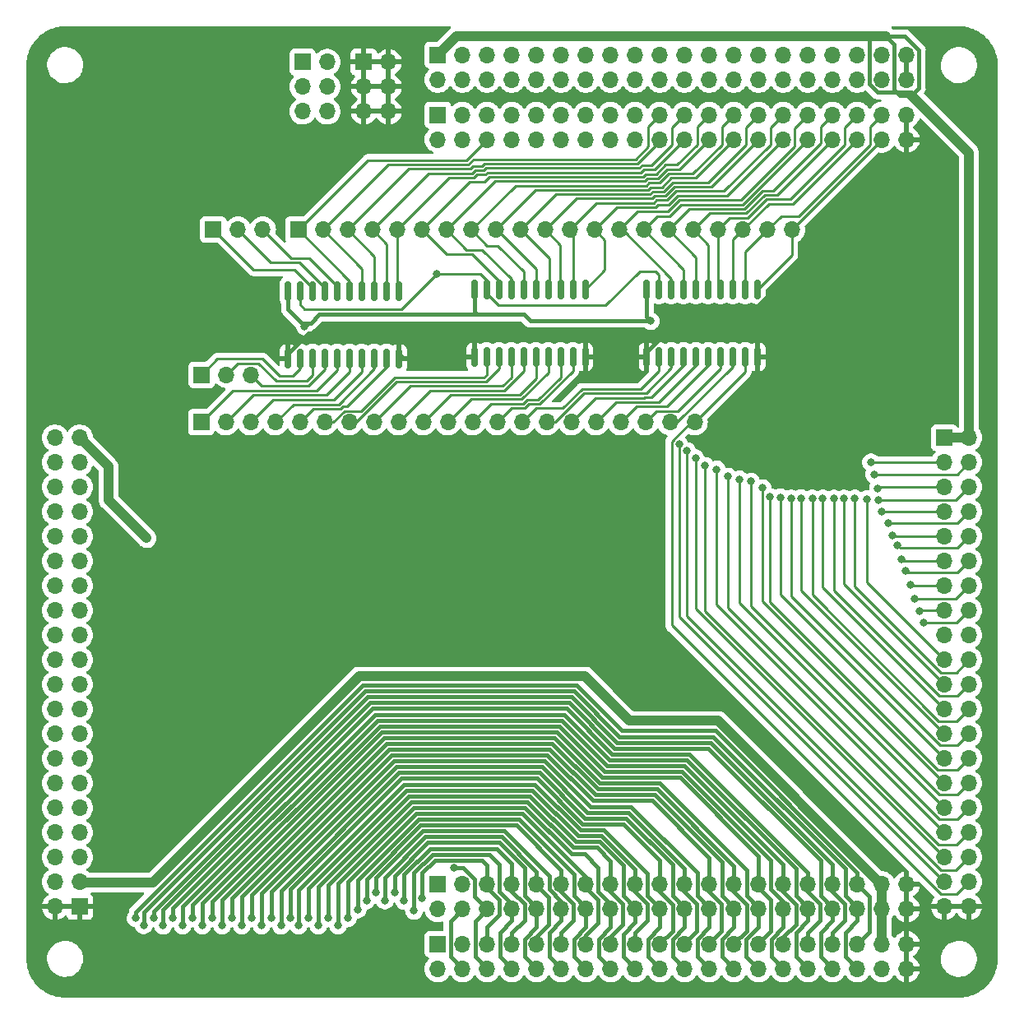
<source format=gbr>
%TF.GenerationSoftware,KiCad,Pcbnew,7.0.5-7.0.5~ubuntu20.04.1*%
%TF.CreationDate,2023-07-18T14:51:19+02:00*%
%TF.ProjectId,SplitterBoard,53706c69-7474-4657-9242-6f6172642e6b,rev?*%
%TF.SameCoordinates,Original*%
%TF.FileFunction,Copper,L1,Top*%
%TF.FilePolarity,Positive*%
%FSLAX46Y46*%
G04 Gerber Fmt 4.6, Leading zero omitted, Abs format (unit mm)*
G04 Created by KiCad (PCBNEW 7.0.5-7.0.5~ubuntu20.04.1) date 2023-07-18 14:51:19*
%MOMM*%
%LPD*%
G01*
G04 APERTURE LIST*
G04 Aperture macros list*
%AMRoundRect*
0 Rectangle with rounded corners*
0 $1 Rounding radius*
0 $2 $3 $4 $5 $6 $7 $8 $9 X,Y pos of 4 corners*
0 Add a 4 corners polygon primitive as box body*
4,1,4,$2,$3,$4,$5,$6,$7,$8,$9,$2,$3,0*
0 Add four circle primitives for the rounded corners*
1,1,$1+$1,$2,$3*
1,1,$1+$1,$4,$5*
1,1,$1+$1,$6,$7*
1,1,$1+$1,$8,$9*
0 Add four rect primitives between the rounded corners*
20,1,$1+$1,$2,$3,$4,$5,0*
20,1,$1+$1,$4,$5,$6,$7,0*
20,1,$1+$1,$6,$7,$8,$9,0*
20,1,$1+$1,$8,$9,$2,$3,0*%
G04 Aperture macros list end*
%TA.AperFunction,SMDPad,CuDef*%
%ADD10RoundRect,0.150000X0.150000X-0.837500X0.150000X0.837500X-0.150000X0.837500X-0.150000X-0.837500X0*%
%TD*%
%TA.AperFunction,ComponentPad*%
%ADD11R,1.700000X1.700000*%
%TD*%
%TA.AperFunction,ComponentPad*%
%ADD12O,1.700000X1.700000*%
%TD*%
%TA.AperFunction,ViaPad*%
%ADD13C,0.800000*%
%TD*%
%TA.AperFunction,Conductor*%
%ADD14C,0.400000*%
%TD*%
%TA.AperFunction,Conductor*%
%ADD15C,0.250000*%
%TD*%
%TA.AperFunction,Conductor*%
%ADD16C,1.000000*%
%TD*%
G04 APERTURE END LIST*
D10*
%TO.P,U4,1,A->B*%
%TO.N,GND*%
X163855400Y-74015600D03*
%TO.P,U4,2,A0*%
%TO.N,/A12s*%
X165125400Y-74015600D03*
%TO.P,U4,3,A1*%
%TO.N,/A13s*%
X166395400Y-74015600D03*
%TO.P,U4,4,A2*%
%TO.N,/A14s*%
X167665400Y-74015600D03*
%TO.P,U4,5,A3*%
%TO.N,/A15s*%
X168935400Y-74015600D03*
%TO.P,U4,6,A4*%
%TO.N,/A16s*%
X170205400Y-74015600D03*
%TO.P,U4,7,A5*%
%TO.N,/A17s*%
X171475400Y-74015600D03*
%TO.P,U4,8,A6*%
%TO.N,/A18s*%
X172745400Y-74015600D03*
%TO.P,U4,9,A7*%
%TO.N,/A19s*%
X174015400Y-74015600D03*
%TO.P,U4,10,GND*%
%TO.N,GND*%
X175285400Y-74015600D03*
%TO.P,U4,11,B7*%
%TO.N,/A19*%
X175285400Y-67090600D03*
%TO.P,U4,12,B6*%
%TO.N,/A18*%
X174015400Y-67090600D03*
%TO.P,U4,13,B5*%
%TO.N,/A17*%
X172745400Y-67090600D03*
%TO.P,U4,14,B4*%
%TO.N,/A16*%
X171475400Y-67090600D03*
%TO.P,U4,15,B3*%
%TO.N,/A15*%
X170205400Y-67090600D03*
%TO.P,U4,16,B2*%
%TO.N,/A14*%
X168935400Y-67090600D03*
%TO.P,U4,17,B1*%
%TO.N,/A13*%
X167665400Y-67090600D03*
%TO.P,U4,18,B0*%
%TO.N,/A12*%
X166395400Y-67090600D03*
%TO.P,U4,19,CE*%
%TO.N,/~{extCS}*%
X165125400Y-67090600D03*
%TO.P,U4,20,VCC*%
%TO.N,/VBuffer*%
X163855400Y-67090600D03*
%TD*%
%TO.P,U2,1,A->B*%
%TO.N,GND*%
X146100800Y-74023700D03*
%TO.P,U2,2,A0*%
%TO.N,/A4s*%
X147370800Y-74023700D03*
%TO.P,U2,3,A1*%
%TO.N,/A5s*%
X148640800Y-74023700D03*
%TO.P,U2,4,A2*%
%TO.N,/A6s*%
X149910800Y-74023700D03*
%TO.P,U2,5,A3*%
%TO.N,/A7s*%
X151180800Y-74023700D03*
%TO.P,U2,6,A4*%
%TO.N,/A8s*%
X152450800Y-74023700D03*
%TO.P,U2,7,A5*%
%TO.N,/A9s*%
X153720800Y-74023700D03*
%TO.P,U2,8,A6*%
%TO.N,/A10s*%
X154990800Y-74023700D03*
%TO.P,U2,9,A7*%
%TO.N,/A11s*%
X156260800Y-74023700D03*
%TO.P,U2,10,GND*%
%TO.N,GND*%
X157530800Y-74023700D03*
%TO.P,U2,11,B7*%
%TO.N,/A11*%
X157530800Y-67098700D03*
%TO.P,U2,12,B6*%
%TO.N,/A10*%
X156260800Y-67098700D03*
%TO.P,U2,13,B5*%
%TO.N,/A9*%
X154990800Y-67098700D03*
%TO.P,U2,14,B4*%
%TO.N,/A8*%
X153720800Y-67098700D03*
%TO.P,U2,15,B3*%
%TO.N,/A7*%
X152450800Y-67098700D03*
%TO.P,U2,16,B2*%
%TO.N,/A6*%
X151180800Y-67098700D03*
%TO.P,U2,17,B1*%
%TO.N,/A5*%
X149910800Y-67098700D03*
%TO.P,U2,18,B0*%
%TO.N,/A4*%
X148640800Y-67098700D03*
%TO.P,U2,19,CE*%
%TO.N,/~{extCS}*%
X147370800Y-67098700D03*
%TO.P,U2,20,VCC*%
%TO.N,/VBuffer*%
X146100800Y-67098700D03*
%TD*%
%TO.P,U1,20,VCC*%
%TO.N,/VBuffer*%
X126923800Y-67293800D03*
%TO.P,U1,19,CE*%
%TO.N,/~{extCS}*%
X128193800Y-67293800D03*
%TO.P,U1,18,B0*%
%TO.N,Net-(J11-Pin_1)*%
X129463800Y-67293800D03*
%TO.P,U1,17,B1*%
%TO.N,Net-(J11-Pin_2)*%
X130733800Y-67293800D03*
%TO.P,U1,16,B2*%
%TO.N,Net-(J11-Pin_3)*%
X132003800Y-67293800D03*
%TO.P,U1,15,B3*%
%TO.N,/R{slash}~{W}_e*%
X133273800Y-67293800D03*
%TO.P,U1,14,B4*%
%TO.N,/A0*%
X134543800Y-67293800D03*
%TO.P,U1,13,B5*%
%TO.N,/A1*%
X135813800Y-67293800D03*
%TO.P,U1,12,B6*%
%TO.N,/A2*%
X137083800Y-67293800D03*
%TO.P,U1,11,B7*%
%TO.N,/A3*%
X138353800Y-67293800D03*
%TO.P,U1,10,GND*%
%TO.N,GND*%
X138353800Y-74218800D03*
%TO.P,U1,9,A7*%
%TO.N,/A3s*%
X137083800Y-74218800D03*
%TO.P,U1,8,A6*%
%TO.N,/A2s*%
X135813800Y-74218800D03*
%TO.P,U1,7,A5*%
%TO.N,/A1s*%
X134543800Y-74218800D03*
%TO.P,U1,6,A4*%
%TO.N,/A0s*%
X133273800Y-74218800D03*
%TO.P,U1,5,A3*%
%TO.N,/R{slash}~{W}_s*%
X132003800Y-74218800D03*
%TO.P,U1,4,A2*%
%TO.N,Net-(J12-Pin_3)*%
X130733800Y-74218800D03*
%TO.P,U1,3,A1*%
%TO.N,Net-(J12-Pin_2)*%
X129463800Y-74218800D03*
%TO.P,U1,2,A0*%
%TO.N,Net-(J12-Pin_1)*%
X128193800Y-74218800D03*
%TO.P,U1,1,A->B*%
%TO.N,GND*%
X126923800Y-74218800D03*
%TD*%
D11*
%TO.P,J1,1,Pin_1*%
%TO.N,+5V*%
X142360000Y-42957000D03*
D12*
%TO.P,J1,2,Pin_2*%
X142360000Y-45497000D03*
%TO.P,J1,3,Pin_3*%
%TO.N,/PHI1_e*%
X144900000Y-42957000D03*
%TO.P,J1,4,Pin_4*%
%TO.N,/PHI2_e*%
X144900000Y-45497000D03*
%TO.P,J1,5,Pin_5*%
%TO.N,/~{IORD}*%
X147440000Y-42957000D03*
%TO.P,J1,6,Pin_6*%
%TO.N,/R{slash}~{W}_e*%
X147440000Y-45497000D03*
%TO.P,J1,7,Pin_7*%
%TO.N,/~{MRD}*%
X149980000Y-42957000D03*
%TO.P,J1,8,Pin_8*%
%TO.N,/~{MWR}*%
X149980000Y-45497000D03*
%TO.P,J1,9,Pin_9*%
%TO.N,/~{IOWR}*%
X152520000Y-42957000D03*
%TO.P,J1,10,Pin_10*%
%TO.N,/D0*%
X152520000Y-45497000D03*
%TO.P,J1,11,Pin_11*%
%TO.N,/D1*%
X155060000Y-42957000D03*
%TO.P,J1,12,Pin_12*%
%TO.N,/D2*%
X155060000Y-45497000D03*
%TO.P,J1,13,Pin_13*%
%TO.N,/D3*%
X157600000Y-42957000D03*
%TO.P,J1,14,Pin_14*%
%TO.N,/D4*%
X157600000Y-45497000D03*
%TO.P,J1,15,Pin_15*%
%TO.N,/D5*%
X160140000Y-42957000D03*
%TO.P,J1,16,Pin_16*%
%TO.N,/D6*%
X160140000Y-45497000D03*
%TO.P,J1,17,Pin_17*%
%TO.N,/D7*%
X162680000Y-42957000D03*
%TO.P,J1,18,Pin_18*%
%TO.N,/~{RST}*%
X162680000Y-45497000D03*
%TO.P,J1,19,Pin_19*%
%TO.N,/A0*%
X165220000Y-42957000D03*
%TO.P,J1,20,Pin_20*%
%TO.N,/A1*%
X165220000Y-45497000D03*
%TO.P,J1,21,Pin_21*%
%TO.N,/A2*%
X167760000Y-42957000D03*
%TO.P,J1,22,Pin_22*%
%TO.N,/A3*%
X167760000Y-45497000D03*
%TO.P,J1,23,Pin_23*%
%TO.N,/A4*%
X170300000Y-42957000D03*
%TO.P,J1,24,Pin_24*%
%TO.N,/A5*%
X170300000Y-45497000D03*
%TO.P,J1,25,Pin_25*%
%TO.N,/A6*%
X172840000Y-42957000D03*
%TO.P,J1,26,Pin_26*%
%TO.N,/A7*%
X172840000Y-45497000D03*
%TO.P,J1,27,Pin_27*%
%TO.N,/A8*%
X175380000Y-42957000D03*
%TO.P,J1,28,Pin_28*%
%TO.N,/A9*%
X175380000Y-45497000D03*
%TO.P,J1,29,Pin_29*%
%TO.N,/A10*%
X177920000Y-42957000D03*
%TO.P,J1,30,Pin_30*%
%TO.N,/A11*%
X177920000Y-45497000D03*
%TO.P,J1,31,Pin_31*%
%TO.N,/A12*%
X180460000Y-42957000D03*
%TO.P,J1,32,Pin_32*%
%TO.N,/A13*%
X180460000Y-45497000D03*
%TO.P,J1,33,Pin_33*%
%TO.N,/A14*%
X183000000Y-42957000D03*
%TO.P,J1,34,Pin_34*%
%TO.N,/A15*%
X183000000Y-45497000D03*
%TO.P,J1,35,Pin_35*%
%TO.N,/A16*%
X185540000Y-42957000D03*
%TO.P,J1,36,Pin_36*%
%TO.N,/A17*%
X185540000Y-45497000D03*
%TO.P,J1,37,Pin_37*%
%TO.N,/A18*%
X188080000Y-42957000D03*
%TO.P,J1,38,Pin_38*%
%TO.N,/A19*%
X188080000Y-45497000D03*
%TO.P,J1,39,Pin_39*%
%TO.N,GND*%
X190620000Y-42957000D03*
%TO.P,J1,40,Pin_40*%
X190620000Y-45497000D03*
%TD*%
D11*
%TO.P,J6,1,Pin_1*%
%TO.N,GND*%
X105497000Y-130620000D03*
D12*
%TO.P,J6,2,Pin_2*%
X102957000Y-130620000D03*
%TO.P,J6,3,Pin_3*%
%TO.N,+3V3*%
X105497000Y-128080000D03*
%TO.P,J6,4,Pin_4*%
X102957000Y-128080000D03*
%TO.P,J6,5,Pin_5*%
%TO.N,/TDI*%
X105497000Y-125540000D03*
%TO.P,J6,6,Pin_6*%
%TO.N,/TCK*%
X102957000Y-125540000D03*
%TO.P,J6,7,Pin_7*%
%TO.N,/TDO*%
X105497000Y-123000000D03*
%TO.P,J6,8,Pin_8*%
%TO.N,/TMS*%
X102957000Y-123000000D03*
%TO.P,J6,9,Pin_9*%
%TO.N,/TDRTN*%
X105497000Y-120460000D03*
%TO.P,J6,10,Pin_10*%
%TO.N,/SCK*%
X102957000Y-120460000D03*
%TO.P,J6,11,Pin_11*%
%TO.N,/MOSI*%
X105497000Y-117920000D03*
%TO.P,J6,12,Pin_12*%
%TO.N,/~{RAMWE0}*%
X102957000Y-117920000D03*
%TO.P,J6,13,Pin_13*%
%TO.N,/~{RAMWE1}*%
X105497000Y-115380000D03*
%TO.P,J6,14,Pin_14*%
%TO.N,/~{RAMWE2}*%
X102957000Y-115380000D03*
%TO.P,J6,15,Pin_15*%
%TO.N,/~{RAMWE3}*%
X105497000Y-112840000D03*
%TO.P,J6,16,Pin_16*%
%TO.N,/~{RAMWE4}*%
X102957000Y-112840000D03*
%TO.P,J6,17,Pin_17*%
%TO.N,/~{RAMWE5}*%
X105497000Y-110300000D03*
%TO.P,J6,18,Pin_18*%
%TO.N,/~{RAMWE6}*%
X102957000Y-110300000D03*
%TO.P,J6,19,Pin_19*%
%TO.N,/~{RAMWE7}*%
X105497000Y-107760000D03*
%TO.P,J6,20,Pin_20*%
%TO.N,/~{RAMWE8}*%
X102957000Y-107760000D03*
%TO.P,J6,21,Pin_21*%
%TO.N,/~{RAMWE9}*%
X105497000Y-105220000D03*
%TO.P,J6,22,Pin_22*%
%TO.N,/~{RAMWE10}*%
X102957000Y-105220000D03*
%TO.P,J6,23,Pin_23*%
%TO.N,/~{RAMWE11}*%
X105497000Y-102680000D03*
%TO.P,J6,24,Pin_24*%
%TO.N,/~{RAMWE12}*%
X102957000Y-102680000D03*
%TO.P,J6,25,Pin_25*%
%TO.N,/~{RAMWE13}*%
X105497000Y-100140000D03*
%TO.P,J6,26,Pin_26*%
%TO.N,/~{BUSFREE}*%
X102957000Y-100140000D03*
%TO.P,J6,27,Pin_27*%
%TO.N,/CLKF*%
X105497000Y-97600000D03*
%TO.P,J6,28,Pin_28*%
%TO.N,/CLKS*%
X102957000Y-97600000D03*
%TO.P,J6,29,Pin_29*%
%TO.N,/~{PH0}*%
X105497000Y-95060000D03*
%TO.P,J6,30,Pin_30*%
%TO.N,/PH0*%
X102957000Y-95060000D03*
%TO.P,J6,31,Pin_31*%
%TO.N,/RX_3V*%
X105497000Y-92520000D03*
%TO.P,J6,32,Pin_32*%
%TO.N,/RES1*%
X102957000Y-92520000D03*
%TO.P,J6,33,Pin_33*%
%TO.N,/TX_3V*%
X105497000Y-89980000D03*
%TO.P,J6,34,Pin_34*%
%TO.N,/RES0*%
X102957000Y-89980000D03*
%TO.P,J6,35,Pin_35*%
%TO.N,/RX3*%
X105497000Y-87440000D03*
%TO.P,J6,36,Pin_36*%
%TO.N,/TX3*%
X102957000Y-87440000D03*
%TO.P,J6,37,Pin_37*%
%TO.N,/RX2*%
X105497000Y-84900000D03*
%TO.P,J6,38,Pin_38*%
%TO.N,/TX2*%
X102957000Y-84900000D03*
%TO.P,J6,39,Pin_39*%
%TO.N,+5V*%
X105497000Y-82360000D03*
%TO.P,J6,40,Pin_40*%
X102957000Y-82360000D03*
%TD*%
%TO.P,J7,21,Pin_21*%
%TO.N,/A19s*%
X168800000Y-80772000D03*
%TO.P,J7,20,Pin_20*%
%TO.N,/A18s*%
X166260000Y-80772000D03*
%TO.P,J7,19,Pin_19*%
%TO.N,/A17s*%
X163720000Y-80772000D03*
%TO.P,J7,18,Pin_18*%
%TO.N,/A16s*%
X161180000Y-80772000D03*
%TO.P,J7,17,Pin_17*%
%TO.N,/A15s*%
X158640000Y-80772000D03*
%TO.P,J7,16,Pin_16*%
%TO.N,/A14s*%
X156100000Y-80772000D03*
%TO.P,J7,15,Pin_15*%
%TO.N,/A13s*%
X153560000Y-80772000D03*
%TO.P,J7,14,Pin_14*%
%TO.N,/A12s*%
X151020000Y-80772000D03*
%TO.P,J7,13,Pin_13*%
%TO.N,/A11s*%
X148480000Y-80772000D03*
%TO.P,J7,12,Pin_12*%
%TO.N,/A10s*%
X145940000Y-80772000D03*
%TO.P,J7,11,Pin_11*%
%TO.N,/A9s*%
X143400000Y-80772000D03*
%TO.P,J7,10,Pin_10*%
%TO.N,/A8s*%
X140860000Y-80772000D03*
%TO.P,J7,9,Pin_9*%
%TO.N,/A7s*%
X138320000Y-80772000D03*
%TO.P,J7,8,Pin_8*%
%TO.N,/A6s*%
X135780000Y-80772000D03*
%TO.P,J7,7,Pin_7*%
%TO.N,/A5s*%
X133240000Y-80772000D03*
%TO.P,J7,6,Pin_6*%
%TO.N,/A4s*%
X130700000Y-80772000D03*
%TO.P,J7,5,Pin_5*%
%TO.N,/A3s*%
X128160000Y-80772000D03*
%TO.P,J7,4,Pin_4*%
%TO.N,/A2s*%
X125620000Y-80772000D03*
%TO.P,J7,3,Pin_3*%
%TO.N,/A1s*%
X123080000Y-80772000D03*
%TO.P,J7,2,Pin_2*%
%TO.N,/A0s*%
X120540000Y-80772000D03*
D11*
%TO.P,J7,1,Pin_1*%
%TO.N,/R{slash}~{W}_s*%
X118000000Y-80772000D03*
%TD*%
%TO.P,J2,1,Pin_1*%
%TO.N,+5V*%
X142360000Y-134503000D03*
D12*
%TO.P,J2,2,Pin_2*%
X142360000Y-137043000D03*
%TO.P,J2,3,Pin_3*%
%TO.N,/TX2*%
X144900000Y-134503000D03*
%TO.P,J2,4,Pin_4*%
%TO.N,/RX2*%
X144900000Y-137043000D03*
%TO.P,J2,5,Pin_5*%
%TO.N,/TX3*%
X147440000Y-134503000D03*
%TO.P,J2,6,Pin_6*%
%TO.N,/RX3*%
X147440000Y-137043000D03*
%TO.P,J2,7,Pin_7*%
%TO.N,/RES0*%
X149980000Y-134503000D03*
%TO.P,J2,8,Pin_8*%
%TO.N,/TX_3V*%
X149980000Y-137043000D03*
%TO.P,J2,9,Pin_9*%
%TO.N,/RES1*%
X152520000Y-134503000D03*
%TO.P,J2,10,Pin_10*%
%TO.N,/RX_3V*%
X152520000Y-137043000D03*
%TO.P,J2,11,Pin_11*%
%TO.N,/PH0*%
X155060000Y-134503000D03*
%TO.P,J2,12,Pin_12*%
%TO.N,/~{PH0}*%
X155060000Y-137043000D03*
%TO.P,J2,13,Pin_13*%
%TO.N,/CLKS*%
X157600000Y-134503000D03*
%TO.P,J2,14,Pin_14*%
%TO.N,/CLKF*%
X157600000Y-137043000D03*
%TO.P,J2,15,Pin_15*%
%TO.N,/~{BUSFREE}*%
X160140000Y-134503000D03*
%TO.P,J2,16,Pin_16*%
%TO.N,/~{RAMWE13}*%
X160140000Y-137043000D03*
%TO.P,J2,17,Pin_17*%
%TO.N,/~{RAMWE12}*%
X162680000Y-134503000D03*
%TO.P,J2,18,Pin_18*%
%TO.N,/~{RAMWE11}*%
X162680000Y-137043000D03*
%TO.P,J2,19,Pin_19*%
%TO.N,/~{RAMWE10}*%
X165220000Y-134503000D03*
%TO.P,J2,20,Pin_20*%
%TO.N,/~{RAMWE9}*%
X165220000Y-137043000D03*
%TO.P,J2,21,Pin_21*%
%TO.N,/~{RAMWE8}*%
X167760000Y-134503000D03*
%TO.P,J2,22,Pin_22*%
%TO.N,/~{RAMWE7}*%
X167760000Y-137043000D03*
%TO.P,J2,23,Pin_23*%
%TO.N,/~{RAMWE6}*%
X170300000Y-134503000D03*
%TO.P,J2,24,Pin_24*%
%TO.N,/~{RAMWE5}*%
X170300000Y-137043000D03*
%TO.P,J2,25,Pin_25*%
%TO.N,/~{RAMWE4}*%
X172840000Y-134503000D03*
%TO.P,J2,26,Pin_26*%
%TO.N,/~{RAMWE3}*%
X172840000Y-137043000D03*
%TO.P,J2,27,Pin_27*%
%TO.N,/~{RAMWE2}*%
X175380000Y-134503000D03*
%TO.P,J2,28,Pin_28*%
%TO.N,/~{RAMWE1}*%
X175380000Y-137043000D03*
%TO.P,J2,29,Pin_29*%
%TO.N,/~{RAMWE0}*%
X177920000Y-134503000D03*
%TO.P,J2,30,Pin_30*%
%TO.N,/MOSI*%
X177920000Y-137043000D03*
%TO.P,J2,31,Pin_31*%
%TO.N,/SCK*%
X180460000Y-134503000D03*
%TO.P,J2,32,Pin_32*%
%TO.N,/TDRTN*%
X180460000Y-137043000D03*
%TO.P,J2,33,Pin_33*%
%TO.N,/TMS*%
X183000000Y-134503000D03*
%TO.P,J2,34,Pin_34*%
%TO.N,/TDO*%
X183000000Y-137043000D03*
%TO.P,J2,35,Pin_35*%
%TO.N,/TCK*%
X185540000Y-134503000D03*
%TO.P,J2,36,Pin_36*%
%TO.N,/TDI*%
X185540000Y-137043000D03*
%TO.P,J2,37,Pin_37*%
%TO.N,+3V3*%
X188080000Y-134503000D03*
%TO.P,J2,38,Pin_38*%
X188080000Y-137043000D03*
%TO.P,J2,39,Pin_39*%
%TO.N,GND*%
X190620000Y-134503000D03*
%TO.P,J2,40,Pin_40*%
X190620000Y-137043000D03*
%TD*%
D11*
%TO.P,J5,1,Pin_1*%
%TO.N,+5V*%
X194503000Y-82360000D03*
D12*
%TO.P,J5,2,Pin_2*%
X197043000Y-82360000D03*
%TO.P,J5,3,Pin_3*%
%TO.N,/PHI1_e*%
X194503000Y-84900000D03*
%TO.P,J5,4,Pin_4*%
%TO.N,/PHI2_e*%
X197043000Y-84900000D03*
%TO.P,J5,5,Pin_5*%
%TO.N,/~{IORD}*%
X194503000Y-87440000D03*
%TO.P,J5,6,Pin_6*%
%TO.N,/R{slash}~{W}_s*%
X197043000Y-87440000D03*
%TO.P,J5,7,Pin_7*%
%TO.N,/~{MRD}*%
X194503000Y-89980000D03*
%TO.P,J5,8,Pin_8*%
%TO.N,/~{MWR}*%
X197043000Y-89980000D03*
%TO.P,J5,9,Pin_9*%
%TO.N,/~{IOWR}*%
X194503000Y-92520000D03*
%TO.P,J5,10,Pin_10*%
%TO.N,/D0*%
X197043000Y-92520000D03*
%TO.P,J5,11,Pin_11*%
%TO.N,/D1*%
X194503000Y-95060000D03*
%TO.P,J5,12,Pin_12*%
%TO.N,/D2*%
X197043000Y-95060000D03*
%TO.P,J5,13,Pin_13*%
%TO.N,/D3*%
X194503000Y-97600000D03*
%TO.P,J5,14,Pin_14*%
%TO.N,/D4*%
X197043000Y-97600000D03*
%TO.P,J5,15,Pin_15*%
%TO.N,/D5*%
X194503000Y-100140000D03*
%TO.P,J5,16,Pin_16*%
%TO.N,/D6*%
X197043000Y-100140000D03*
%TO.P,J5,17,Pin_17*%
%TO.N,/D7*%
X194503000Y-102680000D03*
%TO.P,J5,18,Pin_18*%
%TO.N,/~{RST}*%
X197043000Y-102680000D03*
%TO.P,J5,19,Pin_19*%
%TO.N,/A0s*%
X194503000Y-105220000D03*
%TO.P,J5,20,Pin_20*%
%TO.N,/A1s*%
X197043000Y-105220000D03*
%TO.P,J5,21,Pin_21*%
%TO.N,/A2s*%
X194503000Y-107760000D03*
%TO.P,J5,22,Pin_22*%
%TO.N,/A3s*%
X197043000Y-107760000D03*
%TO.P,J5,23,Pin_23*%
%TO.N,/A4s*%
X194503000Y-110300000D03*
%TO.P,J5,24,Pin_24*%
%TO.N,/A5s*%
X197043000Y-110300000D03*
%TO.P,J5,25,Pin_25*%
%TO.N,/A6s*%
X194503000Y-112840000D03*
%TO.P,J5,26,Pin_26*%
%TO.N,/A7s*%
X197043000Y-112840000D03*
%TO.P,J5,27,Pin_27*%
%TO.N,/A8s*%
X194503000Y-115380000D03*
%TO.P,J5,28,Pin_28*%
%TO.N,/A9s*%
X197043000Y-115380000D03*
%TO.P,J5,29,Pin_29*%
%TO.N,/A10s*%
X194503000Y-117920000D03*
%TO.P,J5,30,Pin_30*%
%TO.N,/A11s*%
X197043000Y-117920000D03*
%TO.P,J5,31,Pin_31*%
%TO.N,/A12s*%
X194503000Y-120460000D03*
%TO.P,J5,32,Pin_32*%
%TO.N,/A13s*%
X197043000Y-120460000D03*
%TO.P,J5,33,Pin_33*%
%TO.N,/A14s*%
X194503000Y-123000000D03*
%TO.P,J5,34,Pin_34*%
%TO.N,/A15s*%
X197043000Y-123000000D03*
%TO.P,J5,35,Pin_35*%
%TO.N,/A16s*%
X194503000Y-125540000D03*
%TO.P,J5,36,Pin_36*%
%TO.N,/A17s*%
X197043000Y-125540000D03*
%TO.P,J5,37,Pin_37*%
%TO.N,/A18s*%
X194503000Y-128080000D03*
%TO.P,J5,38,Pin_38*%
%TO.N,/A19s*%
X197043000Y-128080000D03*
%TO.P,J5,39,Pin_39*%
%TO.N,GND*%
X194503000Y-130620000D03*
%TO.P,J5,40,Pin_40*%
X197043000Y-130620000D03*
%TD*%
D11*
%TO.P,J4,1,Pin_1*%
%TO.N,+5V*%
X142369130Y-128328879D03*
D12*
%TO.P,J4,2,Pin_2*%
X142369130Y-130868879D03*
%TO.P,J4,3,Pin_3*%
%TO.N,/TX2*%
X144909130Y-128328879D03*
%TO.P,J4,4,Pin_4*%
%TO.N,/RX2*%
X144909130Y-130868879D03*
%TO.P,J4,5,Pin_5*%
%TO.N,/TX3*%
X147449130Y-128328879D03*
%TO.P,J4,6,Pin_6*%
%TO.N,/RX3*%
X147449130Y-130868879D03*
%TO.P,J4,7,Pin_7*%
%TO.N,/RES0*%
X149989130Y-128328879D03*
%TO.P,J4,8,Pin_8*%
%TO.N,/TX_3V*%
X149989130Y-130868879D03*
%TO.P,J4,9,Pin_9*%
%TO.N,/RES1*%
X152529130Y-128328879D03*
%TO.P,J4,10,Pin_10*%
%TO.N,/RX_3V*%
X152529130Y-130868879D03*
%TO.P,J4,11,Pin_11*%
%TO.N,/PH0*%
X155069130Y-128328879D03*
%TO.P,J4,12,Pin_12*%
%TO.N,/~{PH0}*%
X155069130Y-130868879D03*
%TO.P,J4,13,Pin_13*%
%TO.N,/CLKS*%
X157609130Y-128328879D03*
%TO.P,J4,14,Pin_14*%
%TO.N,/CLKF*%
X157609130Y-130868879D03*
%TO.P,J4,15,Pin_15*%
%TO.N,/~{BUSFREE}*%
X160149130Y-128328879D03*
%TO.P,J4,16,Pin_16*%
%TO.N,/~{RAMWE13}*%
X160149130Y-130868879D03*
%TO.P,J4,17,Pin_17*%
%TO.N,/~{RAMWE12}*%
X162689130Y-128328879D03*
%TO.P,J4,18,Pin_18*%
%TO.N,/~{RAMWE11}*%
X162689130Y-130868879D03*
%TO.P,J4,19,Pin_19*%
%TO.N,/~{RAMWE10}*%
X165229130Y-128328879D03*
%TO.P,J4,20,Pin_20*%
%TO.N,/~{RAMWE9}*%
X165229130Y-130868879D03*
%TO.P,J4,21,Pin_21*%
%TO.N,/~{RAMWE8}*%
X167769130Y-128328879D03*
%TO.P,J4,22,Pin_22*%
%TO.N,/~{RAMWE7}*%
X167769130Y-130868879D03*
%TO.P,J4,23,Pin_23*%
%TO.N,/~{RAMWE6}*%
X170309130Y-128328879D03*
%TO.P,J4,24,Pin_24*%
%TO.N,/~{RAMWE5}*%
X170309130Y-130868879D03*
%TO.P,J4,25,Pin_25*%
%TO.N,/~{RAMWE4}*%
X172849130Y-128328879D03*
%TO.P,J4,26,Pin_26*%
%TO.N,/~{RAMWE3}*%
X172849130Y-130868879D03*
%TO.P,J4,27,Pin_27*%
%TO.N,/~{RAMWE2}*%
X175389130Y-128328879D03*
%TO.P,J4,28,Pin_28*%
%TO.N,/~{RAMWE1}*%
X175389130Y-130868879D03*
%TO.P,J4,29,Pin_29*%
%TO.N,/~{RAMWE0}*%
X177929130Y-128328879D03*
%TO.P,J4,30,Pin_30*%
%TO.N,/MOSI*%
X177929130Y-130868879D03*
%TO.P,J4,31,Pin_31*%
%TO.N,/SCK*%
X180469130Y-128328879D03*
%TO.P,J4,32,Pin_32*%
%TO.N,/TDRTN*%
X180469130Y-130868879D03*
%TO.P,J4,33,Pin_33*%
%TO.N,/TMS*%
X183009130Y-128328879D03*
%TO.P,J4,34,Pin_34*%
%TO.N,/TDO*%
X183009130Y-130868879D03*
%TO.P,J4,35,Pin_35*%
%TO.N,/TCK*%
X185549130Y-128328879D03*
%TO.P,J4,36,Pin_36*%
%TO.N,/TDI*%
X185549130Y-130868879D03*
%TO.P,J4,37,Pin_37*%
%TO.N,+3V3*%
X188089130Y-128328879D03*
%TO.P,J4,38,Pin_38*%
X188089130Y-130868879D03*
%TO.P,J4,39,Pin_39*%
%TO.N,GND*%
X190629130Y-128328879D03*
%TO.P,J4,40,Pin_40*%
X190629130Y-130868879D03*
%TD*%
D11*
%TO.P,J11,1,Pin_1*%
%TO.N,Net-(J11-Pin_1)*%
X119253000Y-60934600D03*
D12*
%TO.P,J11,2,Pin_2*%
%TO.N,Net-(J11-Pin_2)*%
X121793000Y-60934600D03*
%TO.P,J11,3,Pin_3*%
%TO.N,Net-(J11-Pin_3)*%
X124333000Y-60934600D03*
%TD*%
D11*
%TO.P,J8,1,Pin_1*%
%TO.N,/R{slash}~{W}_e*%
X128000000Y-60960000D03*
D12*
%TO.P,J8,2,Pin_2*%
%TO.N,/A0*%
X130540000Y-60960000D03*
%TO.P,J8,3,Pin_3*%
%TO.N,/A1*%
X133080000Y-60960000D03*
%TO.P,J8,4,Pin_4*%
%TO.N,/A2*%
X135620000Y-60960000D03*
%TO.P,J8,5,Pin_5*%
%TO.N,/A3*%
X138160000Y-60960000D03*
%TO.P,J8,6,Pin_6*%
%TO.N,/A4*%
X140700000Y-60960000D03*
%TO.P,J8,7,Pin_7*%
%TO.N,/A5*%
X143240000Y-60960000D03*
%TO.P,J8,8,Pin_8*%
%TO.N,/A6*%
X145780000Y-60960000D03*
%TO.P,J8,9,Pin_9*%
%TO.N,/A7*%
X148320000Y-60960000D03*
%TO.P,J8,10,Pin_10*%
%TO.N,/A8*%
X150860000Y-60960000D03*
%TO.P,J8,11,Pin_11*%
%TO.N,/A9*%
X153400000Y-60960000D03*
%TO.P,J8,12,Pin_12*%
%TO.N,/A10*%
X155940000Y-60960000D03*
%TO.P,J8,13,Pin_13*%
%TO.N,/A11*%
X158480000Y-60960000D03*
%TO.P,J8,14,Pin_14*%
%TO.N,/A12*%
X161020000Y-60960000D03*
%TO.P,J8,15,Pin_15*%
%TO.N,/A13*%
X163560000Y-60960000D03*
%TO.P,J8,16,Pin_16*%
%TO.N,/A14*%
X166100000Y-60960000D03*
%TO.P,J8,17,Pin_17*%
%TO.N,/A15*%
X168640000Y-60960000D03*
%TO.P,J8,18,Pin_18*%
%TO.N,/A16*%
X171180000Y-60960000D03*
%TO.P,J8,19,Pin_19*%
%TO.N,/A17*%
X173720000Y-60960000D03*
%TO.P,J8,20,Pin_20*%
%TO.N,/A18*%
X176260000Y-60960000D03*
%TO.P,J8,21,Pin_21*%
%TO.N,/A19*%
X178800000Y-60960000D03*
%TD*%
D11*
%TO.P,J12,1,Pin_1*%
%TO.N,Net-(J12-Pin_1)*%
X118059200Y-75869800D03*
D12*
%TO.P,J12,2,Pin_2*%
%TO.N,Net-(J12-Pin_2)*%
X120599200Y-75869800D03*
%TO.P,J12,3,Pin_3*%
%TO.N,Net-(J12-Pin_3)*%
X123139200Y-75869800D03*
%TD*%
D11*
%TO.P,J10,1,Pin_1*%
%TO.N,GND*%
X134747000Y-43688000D03*
D12*
%TO.P,J10,2,Pin_2*%
X137287000Y-43688000D03*
%TO.P,J10,3,Pin_3*%
X134747000Y-46228000D03*
%TO.P,J10,4,Pin_4*%
X137287000Y-46228000D03*
%TO.P,J10,5,Pin_5*%
X134747000Y-48768000D03*
%TO.P,J10,6,Pin_6*%
X137287000Y-48768000D03*
%TD*%
D11*
%TO.P,J9,1,Pin_1*%
%TO.N,+5V*%
X128436000Y-43688000D03*
D12*
%TO.P,J9,2,Pin_2*%
X130976000Y-43688000D03*
%TO.P,J9,3,Pin_3*%
X128436000Y-46228000D03*
%TO.P,J9,4,Pin_4*%
X130976000Y-46228000D03*
%TO.P,J9,5,Pin_5*%
X128436000Y-48768000D03*
%TO.P,J9,6,Pin_6*%
X130976000Y-48768000D03*
%TD*%
D11*
%TO.P,J3,1,Pin_1*%
%TO.N,+5V*%
X142360397Y-49123807D03*
D12*
%TO.P,J3,2,Pin_2*%
X142360397Y-51663807D03*
%TO.P,J3,3,Pin_3*%
%TO.N,/PHI1_e*%
X144900397Y-49123807D03*
%TO.P,J3,4,Pin_4*%
%TO.N,/PHI2_e*%
X144900397Y-51663807D03*
%TO.P,J3,5,Pin_5*%
%TO.N,/~{IORD}*%
X147440397Y-49123807D03*
%TO.P,J3,6,Pin_6*%
%TO.N,/R{slash}~{W}_e*%
X147440397Y-51663807D03*
%TO.P,J3,7,Pin_7*%
%TO.N,/~{MRD}*%
X149980397Y-49123807D03*
%TO.P,J3,8,Pin_8*%
%TO.N,/~{MWR}*%
X149980397Y-51663807D03*
%TO.P,J3,9,Pin_9*%
%TO.N,/~{IOWR}*%
X152520397Y-49123807D03*
%TO.P,J3,10,Pin_10*%
%TO.N,/D0*%
X152520397Y-51663807D03*
%TO.P,J3,11,Pin_11*%
%TO.N,/D1*%
X155060397Y-49123807D03*
%TO.P,J3,12,Pin_12*%
%TO.N,/D2*%
X155060397Y-51663807D03*
%TO.P,J3,13,Pin_13*%
%TO.N,/D3*%
X157600397Y-49123807D03*
%TO.P,J3,14,Pin_14*%
%TO.N,/D4*%
X157600397Y-51663807D03*
%TO.P,J3,15,Pin_15*%
%TO.N,/D5*%
X160140397Y-49123807D03*
%TO.P,J3,16,Pin_16*%
%TO.N,/D6*%
X160140397Y-51663807D03*
%TO.P,J3,17,Pin_17*%
%TO.N,/D7*%
X162680397Y-49123807D03*
%TO.P,J3,18,Pin_18*%
%TO.N,/~{RST}*%
X162680397Y-51663807D03*
%TO.P,J3,19,Pin_19*%
%TO.N,/A0*%
X165220397Y-49123807D03*
%TO.P,J3,20,Pin_20*%
%TO.N,/A1*%
X165220397Y-51663807D03*
%TO.P,J3,21,Pin_21*%
%TO.N,/A2*%
X167760397Y-49123807D03*
%TO.P,J3,22,Pin_22*%
%TO.N,/A3*%
X167760397Y-51663807D03*
%TO.P,J3,23,Pin_23*%
%TO.N,/A4*%
X170300397Y-49123807D03*
%TO.P,J3,24,Pin_24*%
%TO.N,/A5*%
X170300397Y-51663807D03*
%TO.P,J3,25,Pin_25*%
%TO.N,/A6*%
X172840397Y-49123807D03*
%TO.P,J3,26,Pin_26*%
%TO.N,/A7*%
X172840397Y-51663807D03*
%TO.P,J3,27,Pin_27*%
%TO.N,/A8*%
X175380397Y-49123807D03*
%TO.P,J3,28,Pin_28*%
%TO.N,/A9*%
X175380397Y-51663807D03*
%TO.P,J3,29,Pin_29*%
%TO.N,/A10*%
X177920397Y-49123807D03*
%TO.P,J3,30,Pin_30*%
%TO.N,/A11*%
X177920397Y-51663807D03*
%TO.P,J3,31,Pin_31*%
%TO.N,/A12*%
X180460397Y-49123807D03*
%TO.P,J3,32,Pin_32*%
%TO.N,/A13*%
X180460397Y-51663807D03*
%TO.P,J3,33,Pin_33*%
%TO.N,/A14*%
X183000397Y-49123807D03*
%TO.P,J3,34,Pin_34*%
%TO.N,/A15*%
X183000397Y-51663807D03*
%TO.P,J3,35,Pin_35*%
%TO.N,/A16*%
X185540397Y-49123807D03*
%TO.P,J3,36,Pin_36*%
%TO.N,/A17*%
X185540397Y-51663807D03*
%TO.P,J3,37,Pin_37*%
%TO.N,/A18*%
X188080397Y-49123807D03*
%TO.P,J3,38,Pin_38*%
%TO.N,/A19*%
X188080397Y-51663807D03*
%TO.P,J3,39,Pin_39*%
%TO.N,GND*%
X190620397Y-49123807D03*
%TO.P,J3,40,Pin_40*%
X190620397Y-51663807D03*
%TD*%
D13*
%TO.N,/~{extCS}*%
X142214600Y-65481200D03*
%TO.N,GND*%
X131601000Y-70916818D03*
%TO.N,/VBuffer*%
X128651000Y-70916800D03*
%TO.N,GND*%
X167233600Y-70358000D03*
%TO.N,/VBuffer*%
X164283600Y-70358000D03*
%TO.N,+3V3*%
X134255746Y-106934000D03*
%TO.N,/TX3*%
X140754004Y-129794000D03*
%TO.N,/RX3*%
X144060000Y-126634000D03*
%TO.N,/TX_3V*%
X139909815Y-131064000D03*
%TO.N,/RX_3V*%
X137904014Y-129159000D03*
%TO.N,/D6*%
X192378296Y-101401828D03*
%TO.N,/D5*%
X191915800Y-100203000D03*
%TO.N,/D4*%
X191465800Y-98958400D03*
%TO.N,/D3*%
X191015800Y-97459800D03*
%TO.N,/D2*%
X190500000Y-96037400D03*
%TO.N,/D1*%
X190115800Y-94894400D03*
%TO.N,/D0*%
X189665800Y-93395800D03*
%TO.N,+5V*%
X112395000Y-92710000D03*
X111379000Y-91694000D03*
X110299500Y-90614500D03*
%TO.N,/PH0*%
X135009821Y-129995116D03*
%TO.N,/~{PH0}*%
X136008438Y-129159000D03*
%TO.N,/CLKF*%
X134112010Y-130937010D03*
%TO.N,/RES0*%
X138900000Y-130048000D03*
%TO.N,/RES1*%
X136909168Y-130022431D03*
%TO.N,/TDI*%
X112088198Y-132555915D03*
%TO.N,/TMS*%
X113087686Y-131826000D03*
%TO.N,/TCK*%
X111252000Y-131826000D03*
%TO.N,/TDO*%
X114084000Y-132588000D03*
%TO.N,/~{MRD}*%
X188036200Y-89992200D03*
%TO.N,/~{MWR}*%
X188765800Y-91155000D03*
%TO.N,/TDRTN*%
X116078000Y-132588000D03*
%TO.N,/~{IORD}*%
X187655200Y-87553800D03*
%TO.N,/~{IOWR}*%
X189179200Y-92379800D03*
%TO.N,/CLKS*%
X133095998Y-131826000D03*
%TO.N,/MOSI*%
X118110000Y-132588000D03*
%TO.N,/SCK*%
X115084003Y-131826000D03*
%TO.N,/A0s*%
X186486800Y-88696800D03*
%TO.N,/A1s*%
X185293000Y-88620600D03*
%TO.N,/A2s*%
X184175400Y-88595200D03*
%TO.N,/A3s*%
X183134000Y-88595200D03*
%TO.N,/A4s*%
X181991000Y-88595200D03*
%TO.N,/A5s*%
X180898800Y-88620600D03*
%TO.N,/A6s*%
X179755800Y-88569800D03*
%TO.N,/A7s*%
X178714400Y-88595200D03*
%TO.N,/A8s*%
X177622200Y-88493600D03*
%TO.N,/A9s*%
X176555400Y-88468198D03*
%TO.N,/A10s*%
X175793400Y-87528400D03*
%TO.N,/A11s*%
X174599600Y-86868000D03*
%TO.N,/A12s*%
X173405800Y-86639400D03*
%TO.N,/A13s*%
X172237400Y-86360000D03*
%TO.N,/A14s*%
X171069000Y-85623400D03*
%TO.N,/A15s*%
X169875200Y-85242402D03*
%TO.N,/A16s*%
X168884600Y-84455000D03*
%TO.N,/A17s*%
X168021000Y-83718400D03*
%TO.N,/A18s*%
X167193669Y-82988153D03*
%TO.N,/R{slash}~{W}_s*%
X187706000Y-88798400D03*
%TO.N,/PHI1_e*%
X186948400Y-84900000D03*
%TO.N,/PHI2_e*%
X187248800Y-86131400D03*
%TO.N,/~{BUSFREE}*%
X131064000Y-131826000D03*
%TO.N,/~{RAMWE13}*%
X132080006Y-132588000D03*
%TO.N,/~{RAMWE12}*%
X129032000Y-131826000D03*
%TO.N,/~{RAMWE11}*%
X130048000Y-132588004D03*
%TO.N,/~{RAMWE10}*%
X127216000Y-131826000D03*
%TO.N,/~{RAMWE9}*%
X128015996Y-132588000D03*
%TO.N,/~{RAMWE8}*%
X125222000Y-131826000D03*
%TO.N,/~{RAMWE7}*%
X126215997Y-132588000D03*
%TO.N,/~{RAMWE6}*%
X123190000Y-131826000D03*
%TO.N,/~{RAMWE5}*%
X124206000Y-132588000D03*
%TO.N,/~{RAMWE4}*%
X121158000Y-131826000D03*
%TO.N,/~{RAMWE3}*%
X122174000Y-132588000D03*
%TO.N,/~{RAMWE2}*%
X119126000Y-131826000D03*
%TO.N,/~{RAMWE1}*%
X120142000Y-132588002D03*
%TO.N,/~{RAMWE0}*%
X117094000Y-131826000D03*
%TD*%
D14*
%TO.N,GND*%
X146532600Y-71812142D02*
X145637258Y-70916800D01*
X145637258Y-70916800D02*
X131601018Y-70916800D01*
X131601018Y-70916800D02*
X131601000Y-70916818D01*
D15*
%TO.N,/~{extCS}*%
X147370800Y-67098700D02*
X147370800Y-66141600D01*
X147370800Y-66141600D02*
X146710400Y-65481200D01*
X146710400Y-65481200D02*
X142214600Y-65481200D01*
X147370800Y-67098700D02*
X147370800Y-67487951D01*
X147370800Y-67487951D02*
X148615249Y-68732400D01*
X148615249Y-68732400D02*
X159639000Y-68732400D01*
X159639000Y-68732400D02*
X163118800Y-65252600D01*
X165125400Y-65582800D02*
X165125400Y-67090600D01*
X163118800Y-65252600D02*
X164795200Y-65252600D01*
X164795200Y-65252600D02*
X165125400Y-65582800D01*
%TO.N,/A12*%
X161392996Y-60960000D02*
X161020000Y-60960000D01*
X166395400Y-67090600D02*
X166395400Y-65962404D01*
X166395400Y-65962404D02*
X161392996Y-60960000D01*
D14*
%TO.N,GND*%
X150850600Y-71812142D02*
X146532600Y-71812142D01*
X146100800Y-74023700D02*
X146100800Y-72243942D01*
X146100800Y-72243942D02*
X146532600Y-71812142D01*
%TO.N,/VBuffer*%
X151231600Y-69672200D02*
X146405600Y-69672200D01*
X146405600Y-69672200D02*
X130175000Y-69672200D01*
X146100800Y-67098700D02*
X146100800Y-69367400D01*
X146100800Y-69367400D02*
X146405600Y-69672200D01*
D15*
%TO.N,/A11s*%
X151316223Y-79299200D02*
X149952800Y-79299200D01*
%TO.N,/A8*%
X153720800Y-67098700D02*
X153822400Y-66997100D01*
%TO.N,/A11s*%
X151733623Y-78881800D02*
X151316223Y-79299200D01*
%TO.N,/A10*%
X156337000Y-61357000D02*
X155940000Y-60960000D01*
%TO.N,/A11s*%
X152867800Y-78881800D02*
X151733623Y-78881800D01*
%TO.N,/A10s*%
X147862800Y-78849200D02*
X145940000Y-80772000D01*
%TO.N,GND*%
X163855400Y-74015600D02*
X157538900Y-74015600D01*
%TO.N,/A6*%
X151180800Y-65251204D02*
X148514596Y-62585000D01*
%TO.N,/A10s*%
X151129827Y-78849200D02*
X147862800Y-78849200D01*
X151547227Y-78431800D02*
X151129827Y-78849200D01*
%TO.N,/A7s*%
X149195800Y-77499200D02*
X141592800Y-77499200D01*
%TO.N,/A10s*%
X154990800Y-76122404D02*
X152681404Y-78431800D01*
%TO.N,/A9s*%
X145772800Y-78399200D02*
X143400000Y-80772000D01*
%TO.N,/A6*%
X148514596Y-62585000D02*
X147405000Y-62585000D01*
%TO.N,/A9s*%
X150943431Y-78399200D02*
X145772800Y-78399200D01*
X153720800Y-74023700D02*
X153720800Y-75621831D01*
%TO.N,/A7*%
X148320000Y-60960000D02*
X148464396Y-60960000D01*
%TO.N,/A10s*%
X154990800Y-74023700D02*
X154990800Y-76122404D01*
%TO.N,/A8s*%
X150757035Y-77949200D02*
X143682800Y-77949200D01*
%TO.N,/A6*%
X147405000Y-62585000D02*
X145780000Y-60960000D01*
%TO.N,/A8s*%
X152450800Y-76255435D02*
X150757035Y-77949200D01*
%TO.N,/A7s*%
X151180800Y-75514200D02*
X149195800Y-77499200D01*
%TO.N,/A11*%
X159537400Y-65092100D02*
X157530800Y-67098700D01*
%TO.N,/A10s*%
X152681404Y-78431800D02*
X151547227Y-78431800D01*
%TO.N,/A4*%
X143225000Y-63485000D02*
X140700000Y-60960000D01*
%TO.N,/A7s*%
X151180800Y-74023700D02*
X151180800Y-75514200D01*
%TO.N,/A5s*%
X148640800Y-75260200D02*
X147301800Y-76599200D01*
%TO.N,/A6s*%
X139502800Y-77049200D02*
X135780000Y-80772000D01*
%TO.N,/A9s*%
X153720800Y-75621831D02*
X150943431Y-78399200D01*
%TO.N,/A11s*%
X156260800Y-74023700D02*
X156260800Y-75488800D01*
%TO.N,/A5s*%
X133960996Y-80772000D02*
X133240000Y-80772000D01*
X147301800Y-76599200D02*
X138133796Y-76599200D01*
X138133796Y-76599200D02*
X133960996Y-80772000D01*
%TO.N,/A7*%
X152450800Y-64946404D02*
X152450800Y-67098700D01*
%TO.N,/A8s*%
X143682800Y-77949200D02*
X140860000Y-80772000D01*
%TO.N,/A9*%
X154940000Y-67047900D02*
X154990800Y-67098700D01*
%TO.N,/A7*%
X148464396Y-60960000D02*
X152450800Y-64946404D01*
%TO.N,/A4s*%
X147370800Y-74023700D02*
X147370800Y-75893804D01*
%TO.N,/A8s*%
X152450800Y-74023700D02*
X152450800Y-76255435D01*
%TO.N,/A4s*%
X134499600Y-79597000D02*
X132753299Y-79597000D01*
X147370800Y-75893804D02*
X147115404Y-76149200D01*
%TO.N,/A11s*%
X156260800Y-75488800D02*
X152867800Y-78881800D01*
%TO.N,/A7s*%
X141592800Y-77499200D02*
X138320000Y-80772000D01*
%TO.N,/A6s*%
X149009404Y-77049200D02*
X139502800Y-77049200D01*
%TO.N,/A5*%
X149910800Y-67098700D02*
X149910800Y-66040000D01*
%TO.N,/A9*%
X153400000Y-60960000D02*
X154940000Y-62500000D01*
%TO.N,/A4s*%
X132753299Y-79597000D02*
X131578299Y-80772000D01*
X147115404Y-76149200D02*
X137947400Y-76149200D01*
%TO.N,/A6s*%
X149910800Y-76147804D02*
X149009404Y-77049200D01*
%TO.N,/A4s*%
X137947400Y-76149200D02*
X134499600Y-79597000D01*
X131578299Y-80772000D02*
X130700000Y-80772000D01*
%TO.N,/A6s*%
X149910800Y-74023700D02*
X149910800Y-76147804D01*
%TO.N,/A5s*%
X148640800Y-74023700D02*
X148640800Y-75260200D01*
%TO.N,/A4*%
X148640800Y-67098700D02*
X148640800Y-66217800D01*
%TO.N,/A11s*%
X149952800Y-79299200D02*
X148480000Y-80772000D01*
%TO.N,GND*%
X157538900Y-74015600D02*
X157530800Y-74023700D01*
%TO.N,/A11*%
X158480000Y-60960000D02*
X159537400Y-62017400D01*
X159537400Y-62017400D02*
X159537400Y-65092100D01*
%TO.N,/A10*%
X156260800Y-67098700D02*
X156337000Y-67022500D01*
X156337000Y-67022500D02*
X156337000Y-61357000D01*
%TO.N,/A9*%
X154940000Y-62500000D02*
X154940000Y-67047900D01*
%TO.N,/A8*%
X153822400Y-66997100D02*
X153822400Y-63922400D01*
X153822400Y-63922400D02*
X150860000Y-60960000D01*
%TO.N,/A6*%
X151180800Y-67098700D02*
X151180800Y-65251204D01*
%TO.N,/A5*%
X149910800Y-66040000D02*
X146905800Y-63035000D01*
X146905800Y-63035000D02*
X145315000Y-63035000D01*
X145315000Y-63035000D02*
X143240000Y-60960000D01*
%TO.N,/A4*%
X148640800Y-66217800D02*
X145908000Y-63485000D01*
X145908000Y-63485000D02*
X143225000Y-63485000D01*
D14*
%TO.N,/VBuffer*%
X164283600Y-70358000D02*
X164232800Y-70307200D01*
X164232800Y-70307200D02*
X151866600Y-70307200D01*
X151866600Y-70307200D02*
X151231600Y-69672200D01*
X130175000Y-69672200D02*
X129311400Y-70535800D01*
D15*
%TO.N,/~{extCS}*%
X128651000Y-69113400D02*
X138582400Y-69113400D01*
X128193800Y-67293800D02*
X128193800Y-68656200D01*
X138582400Y-69113400D02*
X142214600Y-65481200D01*
X128193800Y-68656200D02*
X128651000Y-69113400D01*
D14*
%TO.N,GND*%
X175285400Y-74015600D02*
X175285400Y-71805800D01*
X175285400Y-71805800D02*
X173837600Y-70358000D01*
X173837600Y-70358000D02*
X167233600Y-70358000D01*
D15*
%TO.N,Net-(J12-Pin_1)*%
X118059200Y-75869800D02*
X119684200Y-74244800D01*
X119684200Y-74244800D02*
X124333600Y-74244800D01*
X124333600Y-74244800D02*
X126060200Y-75971400D01*
X126060200Y-75971400D02*
X127464055Y-75971400D01*
X127464055Y-75971400D02*
X128193800Y-75241655D01*
X128193800Y-75241655D02*
X128193800Y-74218800D01*
%TO.N,Net-(J12-Pin_2)*%
X120599200Y-75869800D02*
X121774200Y-74694800D01*
X121774200Y-74694800D02*
X123869200Y-74694800D01*
X123869200Y-74694800D02*
X125704600Y-76530200D01*
X125704600Y-76530200D02*
X128854200Y-76530200D01*
X128854200Y-76530200D02*
X129463800Y-75920600D01*
X129463800Y-75920600D02*
X129463800Y-74218800D01*
%TO.N,/A3s*%
X132566903Y-79147000D02*
X132346103Y-79367800D01*
X132346103Y-79367800D02*
X129564200Y-79367800D01*
X129564200Y-79367800D02*
X128160000Y-80772000D01*
X137083800Y-74218800D02*
X137083800Y-75082400D01*
X137083800Y-75082400D02*
X133019200Y-79147000D01*
X133019200Y-79147000D02*
X132566903Y-79147000D01*
%TO.N,/A2s*%
X127474200Y-78917800D02*
X125620000Y-80772000D01*
X135813800Y-74218800D02*
X135813800Y-75260200D01*
X135813800Y-75260200D02*
X132156200Y-78917800D01*
X132156200Y-78917800D02*
X127474200Y-78917800D01*
%TO.N,/A1s*%
X134543800Y-74218800D02*
X134543800Y-75539600D01*
X134543800Y-75539600D02*
X131648200Y-78435200D01*
X131648200Y-78435200D02*
X125416800Y-78435200D01*
X125416800Y-78435200D02*
X123080000Y-80772000D01*
%TO.N,/A0s*%
X130868000Y-77970800D02*
X123341200Y-77970800D01*
X133273800Y-74218800D02*
X133273800Y-75565000D01*
X123341200Y-77970800D02*
X120540000Y-80772000D01*
X133273800Y-75565000D02*
X130868000Y-77970800D01*
%TO.N,/R{slash}~{W}_s*%
X121251200Y-77520800D02*
X118000000Y-80772000D01*
X129870200Y-77520800D02*
X121251200Y-77520800D01*
X132003800Y-74218800D02*
X132003800Y-75387200D01*
X132003800Y-75387200D02*
X129870200Y-77520800D01*
%TO.N,Net-(J12-Pin_3)*%
X129040596Y-76980200D02*
X130733800Y-75286996D01*
X123139200Y-75869800D02*
X124249600Y-76980200D01*
X130733800Y-75286996D02*
X130733800Y-74218800D01*
X124249600Y-76980200D02*
X129040596Y-76980200D01*
%TO.N,Net-(J11-Pin_1)*%
X129463800Y-67293800D02*
X129463800Y-66904549D01*
X129463800Y-66904549D02*
X127634051Y-65074800D01*
X127634051Y-65074800D02*
X123393200Y-65074800D01*
X123393200Y-65074800D02*
X119253000Y-60934600D01*
%TO.N,Net-(J11-Pin_3)*%
X132003800Y-66751200D02*
X132003800Y-67293800D01*
X129115400Y-63862800D02*
X132003800Y-66751200D01*
X127261200Y-63862800D02*
X129115400Y-63862800D01*
X124333000Y-60934600D02*
X127261200Y-63862800D01*
%TO.N,Net-(J11-Pin_2)*%
X130733800Y-67293800D02*
X130733800Y-66904549D01*
X125171200Y-64312800D02*
X121793000Y-60934600D01*
X130733800Y-66904549D02*
X128142051Y-64312800D01*
X128142051Y-64312800D02*
X125171200Y-64312800D01*
%TO.N,/R{slash}~{W}_e*%
X128000000Y-60960000D02*
X133273800Y-66233800D01*
X133273800Y-66233800D02*
X133273800Y-67293800D01*
%TO.N,/A0*%
X130540000Y-60960000D02*
X134543800Y-64963800D01*
X134543800Y-64963800D02*
X134543800Y-67293800D01*
%TO.N,/A1*%
X133080000Y-60960000D02*
X135813800Y-63693800D01*
X135813800Y-63693800D02*
X135813800Y-67293800D01*
%TO.N,/A2*%
X135620000Y-60960000D02*
X137083800Y-62423800D01*
X137083800Y-62423800D02*
X137083800Y-67293800D01*
%TO.N,/A3*%
X138160000Y-60960000D02*
X138160000Y-67100000D01*
X138160000Y-67100000D02*
X138353800Y-67293800D01*
D14*
%TO.N,GND*%
X126923800Y-74218800D02*
X126923800Y-73723483D01*
X129019283Y-71628000D02*
X130889818Y-71628000D01*
X126923800Y-73723483D02*
X129019283Y-71628000D01*
X130889818Y-71628000D02*
X131601000Y-70916818D01*
X138591600Y-73981000D02*
X138353800Y-74218800D01*
D15*
%TO.N,/A15s*%
X168935400Y-74015600D02*
X168935400Y-74853800D01*
%TO.N,/A12s*%
X152460200Y-79331800D02*
X151020000Y-80772000D01*
%TO.N,/A13s*%
X163428396Y-77796800D02*
X157388780Y-77796800D01*
X157388780Y-77796800D02*
X154413580Y-80772000D01*
%TO.N,/A12s*%
X165125400Y-75463400D02*
X163242000Y-77346800D01*
%TO.N,/A14s*%
X167665400Y-74905996D02*
X164364796Y-78206600D01*
X164364796Y-78206600D02*
X163654992Y-78206600D01*
X163654992Y-78206600D02*
X163614792Y-78246800D01*
X163614792Y-78246800D02*
X158625200Y-78246800D01*
%TO.N,/A15s*%
X160715200Y-78696800D02*
X158640000Y-80772000D01*
%TO.N,/A16s*%
X170205400Y-74930000D02*
X165988600Y-79146800D01*
%TO.N,/A15s*%
X168935400Y-74853800D02*
X165092400Y-78696800D01*
%TO.N,/A16s*%
X165988600Y-79146800D02*
X162805200Y-79146800D01*
%TO.N,/A13s*%
X154413580Y-80772000D02*
X153560000Y-80772000D01*
%TO.N,/A16s*%
X162805200Y-79146800D02*
X161180000Y-80772000D01*
%TO.N,/A13s*%
X163479196Y-77746000D02*
X163428396Y-77796800D01*
X163808000Y-77746000D02*
X163479196Y-77746000D01*
X166395400Y-75158600D02*
X163808000Y-77746000D01*
%TO.N,/A14s*%
X158625200Y-78246800D02*
X156100000Y-80772000D01*
%TO.N,/A12s*%
X157202384Y-77346800D02*
X155217384Y-79331800D01*
%TO.N,/A16s*%
X170205400Y-74015600D02*
X170205400Y-74930000D01*
%TO.N,/A13s*%
X166395400Y-74015600D02*
X166395400Y-75158600D01*
%TO.N,/A15s*%
X165092400Y-78696800D02*
X160715200Y-78696800D01*
%TO.N,/A12s*%
X163242000Y-77346800D02*
X157202384Y-77346800D01*
%TO.N,/A14s*%
X167665400Y-74015600D02*
X167665400Y-74905996D01*
%TO.N,/A12s*%
X165125400Y-74015600D02*
X165125400Y-75463400D01*
X155217384Y-79331800D02*
X152460200Y-79331800D01*
%TO.N,/A3*%
X138353800Y-67293800D02*
X138353800Y-66798483D01*
D14*
%TO.N,GND*%
X167233600Y-70358000D02*
X167233600Y-70332600D01*
X167233600Y-70332600D02*
X167970200Y-69596000D01*
X167970200Y-69596000D02*
X174545317Y-69596000D01*
X174545317Y-69596000D02*
X190620397Y-53520920D01*
X190620397Y-53520920D02*
X190620397Y-51663807D01*
X165563542Y-71812142D02*
X150850600Y-71812142D01*
X165563542Y-71812142D02*
X167017683Y-70358000D01*
X163855400Y-73520283D02*
X165563542Y-71812142D01*
%TO.N,/VBuffer*%
X129311400Y-70535800D02*
X128346200Y-70535800D01*
X129032000Y-70535800D02*
X128651000Y-70916800D01*
X129311400Y-70535800D02*
X129032000Y-70535800D01*
X126923800Y-69113400D02*
X126923800Y-67293800D01*
X128346200Y-70535800D02*
X126923800Y-69113400D01*
D15*
%TO.N,/A18s*%
X172745400Y-74015600D02*
X172745400Y-75031600D01*
X172745400Y-75031600D02*
X167005000Y-80772000D01*
X167005000Y-80772000D02*
X166260000Y-80772000D01*
%TO.N,/A17s*%
X171475400Y-75209400D02*
X167087800Y-79597000D01*
X171475400Y-74015600D02*
X171475400Y-75209400D01*
X167087800Y-79597000D02*
X164895000Y-79597000D01*
X164895000Y-79597000D02*
X163720000Y-80772000D01*
D14*
%TO.N,GND*%
X163855400Y-74015600D02*
X163855400Y-73520283D01*
X167017683Y-70358000D02*
X167233600Y-70358000D01*
D15*
%TO.N,/A19s*%
X174015400Y-74015600D02*
X174015400Y-75556600D01*
X174015400Y-75556600D02*
X168800000Y-80772000D01*
D14*
%TO.N,/VBuffer*%
X163855400Y-67090600D02*
X163855400Y-69929800D01*
X163855400Y-69929800D02*
X164283600Y-70358000D01*
D15*
%TO.N,/A13*%
X167665400Y-67090600D02*
X167665400Y-65065400D01*
X167665400Y-65065400D02*
X163560000Y-60960000D01*
%TO.N,/A14*%
X168935400Y-67090600D02*
X168935400Y-63795400D01*
X168935400Y-63795400D02*
X166100000Y-60960000D01*
%TO.N,/A15*%
X170205400Y-67090600D02*
X170205400Y-62525400D01*
X170205400Y-62525400D02*
X168640000Y-60960000D01*
%TO.N,/A16*%
X171475400Y-67090600D02*
X171180000Y-66795200D01*
X171180000Y-66795200D02*
X171180000Y-60960000D01*
%TO.N,/A17*%
X173720000Y-60960000D02*
X172745400Y-61934600D01*
X172745400Y-61934600D02*
X172745400Y-67090600D01*
%TO.N,/A18*%
X176260000Y-60960000D02*
X174015400Y-63204600D01*
X174015400Y-63204600D02*
X174015400Y-67090600D01*
%TO.N,/A19*%
X178800000Y-60960000D02*
X178800000Y-63576000D01*
X178800000Y-63576000D02*
X175285400Y-67090600D01*
D14*
%TO.N,/TX3*%
X148699130Y-129903130D02*
X147449130Y-128653130D01*
X147449130Y-128328879D02*
X147449130Y-126367130D01*
X140754004Y-127164374D02*
X140754004Y-129794000D01*
X146916000Y-125834000D02*
X142084378Y-125834000D01*
X142084378Y-125834000D02*
X140754004Y-127164374D01*
X147449130Y-128653130D02*
X147449130Y-128328879D01*
X147440000Y-132685776D02*
X148699130Y-131426646D01*
X148699130Y-131426646D02*
X148699130Y-129903130D01*
X147449130Y-126367130D02*
X146916000Y-125834000D01*
X147440000Y-134503000D02*
X147440000Y-132685776D01*
%TO.N,/RX3*%
X146159130Y-127811112D02*
X144982018Y-126634000D01*
X146190000Y-132128009D02*
X146190000Y-135793000D01*
X147449130Y-130868879D02*
X146159130Y-129578879D01*
X147449130Y-130868879D02*
X146190000Y-132128009D01*
X144982018Y-126634000D02*
X144060000Y-126634000D01*
X146159130Y-129578879D02*
X146159130Y-127811112D01*
X146190000Y-135793000D02*
X147440000Y-137043000D01*
%TO.N,/TX_3V*%
X148699130Y-126260602D02*
X147672528Y-125234000D01*
X149989130Y-130868879D02*
X149989130Y-132070960D01*
X149989130Y-130344602D02*
X148699130Y-129054602D01*
X149989130Y-132070960D02*
X148730000Y-133330090D01*
X141835850Y-125234000D02*
X139909815Y-127160035D01*
X148730000Y-133330090D02*
X148730000Y-135793000D01*
X149989130Y-130868879D02*
X149989130Y-130344602D01*
X139909815Y-127160035D02*
X139909815Y-131064000D01*
X148730000Y-135793000D02*
X149980000Y-137043000D01*
X147672528Y-125234000D02*
X141835850Y-125234000D01*
X148699130Y-129054602D02*
X148699130Y-126260602D01*
%TO.N,/RX_3V*%
X141338794Y-124034000D02*
X137904014Y-127468780D01*
X151270000Y-135793000D02*
X152520000Y-137043000D01*
X151270000Y-133985233D02*
X151270000Y-135793000D01*
X152529130Y-130868879D02*
X152529130Y-132726103D01*
X148672000Y-124034000D02*
X141338794Y-124034000D01*
X151279130Y-126641130D02*
X148672000Y-124034000D01*
X151279130Y-129502584D02*
X151279130Y-126641130D01*
X152529130Y-132726103D02*
X151270000Y-133985233D01*
X152529130Y-130868879D02*
X152529130Y-130752584D01*
X137904014Y-127468780D02*
X137904014Y-129159000D01*
X152529130Y-130752584D02*
X151279130Y-129502584D01*
D15*
%TO.N,/D6*%
X195781172Y-101401828D02*
X192378296Y-101401828D01*
X197043000Y-100140000D02*
X195781172Y-101401828D01*
%TO.N,/D5*%
X194503000Y-100140000D02*
X191978800Y-100140000D01*
X191978800Y-100140000D02*
X191915800Y-100203000D01*
%TO.N,/D4*%
X197043000Y-97600000D02*
X195684600Y-98958400D01*
D14*
X157600397Y-52222603D02*
X157600397Y-51663807D01*
D15*
X195684600Y-98958400D02*
X191465800Y-98958400D01*
%TO.N,/D3*%
X191156000Y-97600000D02*
X191015800Y-97459800D01*
X194503000Y-97600000D02*
X191156000Y-97600000D01*
%TO.N,/D2*%
X190697600Y-96235000D02*
X195868000Y-96235000D01*
X190500000Y-96037400D02*
X190697600Y-96235000D01*
X195868000Y-96235000D02*
X197043000Y-95060000D01*
%TO.N,/D1*%
X194503000Y-95060000D02*
X190281400Y-95060000D01*
X190281400Y-95060000D02*
X190115800Y-94894400D01*
%TO.N,/D0*%
X189965000Y-93695000D02*
X189665800Y-93395800D01*
X195868000Y-93695000D02*
X189965000Y-93695000D01*
X197043000Y-92520000D02*
X195868000Y-93695000D01*
D14*
%TO.N,+5V*%
X186790000Y-41121000D02*
X186790000Y-45974767D01*
D16*
X197043000Y-82360000D02*
X197043000Y-53025000D01*
D14*
X191870000Y-46382000D02*
X191135000Y-47117000D01*
X191389000Y-47371000D02*
X191389000Y-47765883D01*
X191389000Y-47765883D02*
X191135000Y-47511883D01*
D16*
X197043000Y-53025000D02*
X191135000Y-47117000D01*
X108458010Y-88773010D02*
X108458010Y-88265000D01*
D14*
X187628617Y-46813384D02*
X190831384Y-46813384D01*
D16*
X186690000Y-41021000D02*
X188468000Y-41021000D01*
X111379000Y-91694000D02*
X112395000Y-92710000D01*
D14*
X189914616Y-47117000D02*
X191135000Y-47117000D01*
X190831384Y-46813384D02*
X191389000Y-47371000D01*
X190451767Y-41021000D02*
X191870000Y-42439233D01*
X189350000Y-46552384D02*
X189914616Y-47117000D01*
X186690000Y-41021000D02*
X186790000Y-41121000D01*
X191135000Y-47511883D02*
X191135000Y-47117000D01*
D16*
X105497000Y-82360000D02*
X108458010Y-85321010D01*
X110299500Y-90614500D02*
X111379000Y-91694000D01*
X110299500Y-90614500D02*
X108458010Y-88773010D01*
D14*
X189350000Y-41903000D02*
X189350000Y-46552384D01*
D16*
X144296000Y-41021000D02*
X186690000Y-41021000D01*
X142360000Y-42957000D02*
X144296000Y-41021000D01*
D14*
X191870000Y-42439233D02*
X191870000Y-46382000D01*
X188468000Y-41021000D02*
X189350000Y-41903000D01*
D16*
X108458010Y-85321010D02*
X108458010Y-88265000D01*
D14*
X188468000Y-41021000D02*
X190451767Y-41021000D01*
D16*
X197043000Y-82360000D02*
X194503000Y-82360000D01*
D14*
X186790000Y-45974767D02*
X187628617Y-46813384D01*
D15*
%TO.N,/A15*%
X170338000Y-59262000D02*
X168640000Y-60960000D01*
X175998188Y-57355800D02*
X174091988Y-59262000D01*
X174091988Y-59262000D02*
X170338000Y-59262000D01*
X183000397Y-51663807D02*
X177308404Y-57355800D01*
X177308404Y-57355800D02*
X175998188Y-57355800D01*
%TO.N,/A14*%
X175811792Y-56905800D02*
X173905592Y-58812000D01*
X173905592Y-58812000D02*
X168248000Y-58812000D01*
X183000397Y-49123807D02*
X181750397Y-50373807D01*
X181750397Y-50373807D02*
X181750397Y-52035508D01*
X176880105Y-56905800D02*
X175811792Y-56905800D01*
X181750397Y-52035508D02*
X176880105Y-56905800D01*
X168248000Y-58812000D02*
X166100000Y-60960000D01*
%TO.N,/A13*%
X167426164Y-58362000D02*
X166242564Y-59545600D01*
X164974400Y-59545600D02*
X163560000Y-60960000D01*
X175598796Y-56482400D02*
X173719196Y-58362000D01*
X173719196Y-58362000D02*
X167426164Y-58362000D01*
X175641804Y-56482400D02*
X175598796Y-56482400D01*
X166242564Y-59545600D02*
X164974400Y-59545600D01*
X180460397Y-51663807D02*
X175641804Y-56482400D01*
%TO.N,/A12*%
X179108100Y-50476104D02*
X179108100Y-52336700D01*
X166056168Y-59095600D02*
X162884400Y-59095600D01*
X162884400Y-59095600D02*
X161020000Y-60960000D01*
X173532800Y-57912000D02*
X167239768Y-57912000D01*
X180460397Y-49123807D02*
X179108100Y-50476104D01*
X179108100Y-52336700D02*
X173532800Y-57912000D01*
X167239768Y-57912000D02*
X166056168Y-59095600D01*
%TO.N,/A11*%
X165044950Y-58362400D02*
X164761750Y-58645600D01*
X160794400Y-58645600D02*
X158480000Y-60960000D01*
X164761750Y-58645600D02*
X160794400Y-58645600D01*
X167060572Y-57454800D02*
X166152972Y-58362400D01*
X177920397Y-51663807D02*
X172129404Y-57454800D01*
X166152972Y-58362400D02*
X165044950Y-58362400D01*
X172129404Y-57454800D02*
X167060572Y-57454800D01*
%TO.N,/A10*%
X177920397Y-49123807D02*
X176630397Y-50413807D01*
X171835971Y-56976000D02*
X166902976Y-56976000D01*
X176630397Y-50413807D02*
X176630397Y-52181574D01*
X165966576Y-57912400D02*
X164858554Y-57912400D01*
X158704400Y-58195600D02*
X155940000Y-60960000D01*
X176630397Y-52181574D02*
X171835971Y-56976000D01*
X166902976Y-56976000D02*
X165966576Y-57912400D01*
X164575354Y-58195600D02*
X158704400Y-58195600D01*
X164858554Y-57912400D02*
X164575354Y-58195600D01*
%TO.N,/A9*%
X166716580Y-56526000D02*
X165780180Y-57462400D01*
X165780180Y-57462400D02*
X164672158Y-57462400D01*
X156614400Y-57745600D02*
X153400000Y-60960000D01*
X175380397Y-51663807D02*
X170518204Y-56526000D01*
X170518204Y-56526000D02*
X166716580Y-56526000D01*
X164388958Y-57745600D02*
X156614400Y-57745600D01*
X164672158Y-57462400D02*
X164388958Y-57745600D01*
%TO.N,/A8*%
X166530184Y-56076000D02*
X165593784Y-57012400D01*
X174090397Y-52181574D02*
X170195971Y-56076000D01*
X170195971Y-56076000D02*
X166530184Y-56076000D01*
X164485762Y-57012400D02*
X164202562Y-57295600D01*
X174090397Y-50413807D02*
X174090397Y-52181574D01*
X154524400Y-57295600D02*
X150860000Y-60960000D01*
X165593784Y-57012400D02*
X164485762Y-57012400D01*
X164202562Y-57295600D02*
X154524400Y-57295600D01*
X175380397Y-49123807D02*
X174090397Y-50413807D01*
%TO.N,/A7*%
X164299366Y-56562400D02*
X164016166Y-56845600D01*
X164016166Y-56845600D02*
X152434400Y-56845600D01*
X152434400Y-56845600D02*
X148320000Y-60960000D01*
X172840397Y-51663807D02*
X168878204Y-55626000D01*
X168878204Y-55626000D02*
X166343788Y-55626000D01*
X166343788Y-55626000D02*
X165407388Y-56562400D01*
X165407388Y-56562400D02*
X164299366Y-56562400D01*
%TO.N,/A4*%
X147690446Y-55495600D02*
X147138846Y-56047200D01*
X164848200Y-55212400D02*
X163740178Y-55212400D01*
X170300397Y-49123807D02*
X169050397Y-50373807D01*
X163456978Y-55495600D02*
X147690446Y-55495600D01*
X165788000Y-54272600D02*
X164848200Y-55212400D01*
X167012200Y-54272600D02*
X165788000Y-54272600D01*
X163740178Y-55212400D02*
X163456978Y-55495600D01*
X169050397Y-52234403D02*
X167012200Y-54272600D01*
X147138846Y-56047200D02*
X145612800Y-56047200D01*
X145612800Y-56047200D02*
X140700000Y-60960000D01*
X169050397Y-50373807D02*
X169050397Y-52234403D01*
%TO.N,/A3*%
X146383988Y-55265800D02*
X146052588Y-55597200D01*
X164661804Y-54762400D02*
X163553782Y-54762400D01*
X147283850Y-55265800D02*
X146383988Y-55265800D01*
X143522800Y-55597200D02*
X138160000Y-60960000D01*
X163553782Y-54762400D02*
X163270582Y-55045600D01*
X147504050Y-55045600D02*
X147283850Y-55265800D01*
X146052588Y-55597200D02*
X143522800Y-55597200D01*
X163270582Y-55045600D02*
X147504050Y-55045600D01*
X167760397Y-51663807D02*
X164661804Y-54762400D01*
%TO.N,/A2*%
X145866192Y-55147200D02*
X141432800Y-55147200D01*
X146197592Y-54815800D02*
X145866192Y-55147200D01*
X166470397Y-50413807D02*
X166470397Y-52181574D01*
X167760397Y-49123807D02*
X166470397Y-50413807D01*
X166470397Y-52181574D02*
X164346771Y-54305200D01*
X163084186Y-54595600D02*
X147317654Y-54595600D01*
X164346771Y-54305200D02*
X163374586Y-54305200D01*
X147097454Y-54815800D02*
X146197592Y-54815800D01*
X141432800Y-55147200D02*
X135620000Y-60960000D01*
X147317654Y-54595600D02*
X147097454Y-54815800D01*
X163374586Y-54305200D02*
X163084186Y-54595600D01*
%TO.N,/A1*%
X165220397Y-51822993D02*
X162897790Y-54145600D01*
X139342800Y-54697200D02*
X133080000Y-60960000D01*
X146911058Y-54365800D02*
X146011196Y-54365800D01*
X145679796Y-54697200D02*
X139342800Y-54697200D01*
X165220397Y-51663807D02*
X165220397Y-51822993D01*
X147131258Y-54145600D02*
X146911058Y-54365800D01*
X162897790Y-54145600D02*
X147131258Y-54145600D01*
X146011196Y-54365800D02*
X145679796Y-54697200D01*
%TO.N,/A0*%
X146045000Y-53695600D02*
X145493400Y-54247200D01*
X145493400Y-54247200D02*
X137252800Y-54247200D01*
X164045397Y-50298807D02*
X164045397Y-52361597D01*
X164045397Y-52361597D02*
X162711394Y-53695600D01*
X165220397Y-49123807D02*
X164045397Y-50298807D01*
X162711394Y-53695600D02*
X146045000Y-53695600D01*
X137252800Y-54247200D02*
X130540000Y-60960000D01*
D14*
%TO.N,/PH0*%
X150428000Y-122234000D02*
X140593210Y-122234000D01*
X155069130Y-126875130D02*
X150428000Y-122234000D01*
X155069130Y-129101112D02*
X156319130Y-130351112D01*
X156319130Y-132041789D02*
X155060000Y-133300919D01*
X155069130Y-128328879D02*
X155069130Y-126875130D01*
X155060000Y-133300919D02*
X155060000Y-134503000D01*
X140593210Y-122234000D02*
X135009821Y-127817389D01*
X155069130Y-128328879D02*
X155069130Y-129101112D01*
X156319130Y-130351112D02*
X156319130Y-132041789D01*
X135009821Y-127817389D02*
X135009821Y-129995116D01*
%TO.N,/~{PH0}*%
X149169056Y-122834000D02*
X140841738Y-122834000D01*
X155069130Y-130096646D02*
X153819130Y-128846646D01*
X153810000Y-133330090D02*
X153810000Y-135793000D01*
X155069130Y-130868879D02*
X155069130Y-130096646D01*
X155069130Y-132070960D02*
X153810000Y-133330090D01*
X155069130Y-130868879D02*
X155069130Y-132070960D01*
X136008438Y-127667300D02*
X136008438Y-129159000D01*
X140841738Y-122834000D02*
X136008438Y-127667300D01*
X153819130Y-128846646D02*
X153819130Y-127484074D01*
X153819130Y-127484074D02*
X149169056Y-122834000D01*
X153810000Y-135793000D02*
X155060000Y-137043000D01*
%TO.N,/CLKF*%
X156359130Y-127316602D02*
X150676528Y-121634000D01*
X157609130Y-130868879D02*
X157609130Y-132712870D01*
X156359130Y-129542584D02*
X156359130Y-127316602D01*
X157609130Y-130868879D02*
X157609130Y-130792584D01*
X150676528Y-121634000D02*
X140344682Y-121634000D01*
X140344682Y-121634000D02*
X134112010Y-127866672D01*
X156350000Y-135793000D02*
X157600000Y-137043000D01*
X157609130Y-130792584D02*
X156359130Y-129542584D01*
X134112010Y-127866672D02*
X134112010Y-130937010D01*
X156350000Y-133972000D02*
X156350000Y-135793000D01*
X157609130Y-132712870D02*
X156350000Y-133972000D01*
%TO.N,/RES0*%
X149989130Y-126199658D02*
X148423472Y-124634000D01*
X149980000Y-133300919D02*
X149980000Y-134503000D01*
X149989130Y-128328879D02*
X149989130Y-129061112D01*
X149989130Y-129061112D02*
X151279130Y-130351112D01*
X151279130Y-132001789D02*
X149980000Y-133300919D01*
X141587322Y-124634000D02*
X138900000Y-127321322D01*
X148423472Y-124634000D02*
X141587322Y-124634000D01*
X151279130Y-130351112D02*
X151279130Y-132001789D01*
X138900000Y-127321322D02*
X138900000Y-130048000D01*
X149989130Y-128328879D02*
X149989130Y-126199658D01*
%TO.N,/RES1*%
X152529130Y-128328879D02*
X152529130Y-127042602D01*
X136909168Y-127615098D02*
X136909168Y-130022431D01*
X152520000Y-133738000D02*
X152520000Y-134503000D01*
X153779130Y-132478870D02*
X152520000Y-133738000D01*
X153779130Y-129655174D02*
X153779130Y-132478870D01*
X152529130Y-128405174D02*
X153779130Y-129655174D01*
X148920528Y-123434000D02*
X141090266Y-123434000D01*
X152529130Y-128328879D02*
X152529130Y-128405174D01*
X141090266Y-123434000D02*
X136909168Y-127615098D01*
X152529130Y-127042602D02*
X148920528Y-123434000D01*
%TO.N,/TDI*%
X185549130Y-130868879D02*
X185549130Y-130792584D01*
X185549130Y-132070960D02*
X185549130Y-130868879D01*
X170690680Y-113122000D02*
X161041472Y-113122000D01*
X184290000Y-135793000D02*
X184290000Y-133330090D01*
X112088198Y-131222868D02*
X112088198Y-132555915D01*
X161041472Y-113122000D02*
X156353472Y-108434000D01*
X184290000Y-126721320D02*
X170690680Y-113122000D01*
X185540000Y-137043000D02*
X184290000Y-135793000D01*
X185549130Y-130792584D02*
X184290000Y-129533454D01*
X184290000Y-129533454D02*
X184290000Y-126721320D01*
X134877066Y-108434000D02*
X112088198Y-131222868D01*
X184290000Y-133330090D02*
X185549130Y-132070960D01*
X156353472Y-108434000D02*
X134877066Y-108434000D01*
%TO.N,/TMS*%
X183009130Y-128328879D02*
X183009130Y-126288978D01*
X113087686Y-131071908D02*
X113087686Y-131826000D01*
X184259130Y-130351112D02*
X184259130Y-132041789D01*
X160792944Y-113722000D02*
X156104944Y-109034000D01*
X156104944Y-109034000D02*
X135125594Y-109034000D01*
X170442152Y-113722000D02*
X160792944Y-113722000D01*
X184259130Y-132041789D02*
X183000000Y-133300919D01*
X183000000Y-133300919D02*
X183000000Y-134503000D01*
X183009130Y-126288978D02*
X170442152Y-113722000D01*
X183009130Y-129101112D02*
X184259130Y-130351112D01*
X183009130Y-128328879D02*
X183009130Y-129101112D01*
X135125594Y-109034000D02*
X113087686Y-131071908D01*
%TO.N,/TCK*%
X186799130Y-129578879D02*
X185549130Y-128328879D01*
X161290000Y-112522000D02*
X156602000Y-107834000D01*
X156602000Y-107834000D02*
X134628538Y-107834000D01*
X185549130Y-128328879D02*
X185549130Y-127131922D01*
X185540000Y-134503000D02*
X186799130Y-133243870D01*
X170939208Y-112522000D02*
X161290000Y-112522000D01*
X134628538Y-107834000D02*
X111252000Y-131210538D01*
X185549130Y-127131922D02*
X170939208Y-112522000D01*
X111252000Y-131210538D02*
X111252000Y-131826000D01*
X186799130Y-133243870D02*
X186799130Y-129578879D01*
D16*
%TO.N,+3V3*%
X188080000Y-128390000D02*
X171196000Y-111506000D01*
X162052000Y-111506000D02*
X157480000Y-106934000D01*
X134255746Y-106934000D02*
X113046746Y-128143000D01*
X105560000Y-128143000D02*
X105497000Y-128080000D01*
X157480000Y-106934000D02*
X134255746Y-106934000D01*
X188080000Y-134503000D02*
X188080000Y-128390000D01*
X171196000Y-111506000D02*
X162052000Y-111506000D01*
X113046746Y-128143000D02*
X105560000Y-128143000D01*
D14*
%TO.N,/TDO*%
X183000000Y-137043000D02*
X181750000Y-135793000D01*
X181750000Y-129533454D02*
X181750000Y-125878376D01*
X160544416Y-114322000D02*
X155856416Y-109634000D01*
X181750000Y-125878376D02*
X170193624Y-114322000D01*
X181750000Y-135793000D02*
X181750000Y-133330090D01*
X155856416Y-109634000D02*
X135374122Y-109634000D01*
X181750000Y-133330090D02*
X183009130Y-132070960D01*
X183009130Y-132070960D02*
X183009130Y-130868879D01*
X183009130Y-130868879D02*
X183009130Y-130792584D01*
X114084000Y-130924122D02*
X114084000Y-132588000D01*
X170193624Y-114322000D02*
X160544416Y-114322000D01*
X135374122Y-109634000D02*
X114084000Y-130924122D01*
X183009130Y-130792584D02*
X181750000Y-129533454D01*
D15*
%TO.N,/A16*%
X185540397Y-49123807D02*
X184250397Y-50413807D01*
X184250397Y-52181574D02*
X178626171Y-57805800D01*
X172428000Y-59712000D02*
X171180000Y-60960000D01*
X176184584Y-57805800D02*
X174278384Y-59712000D01*
X184250397Y-50413807D02*
X184250397Y-52181574D01*
X174278384Y-59712000D02*
X172428000Y-59712000D01*
X178626171Y-57805800D02*
X176184584Y-57805800D01*
%TO.N,/A17*%
X176424200Y-58255800D02*
X173720000Y-60960000D01*
X185540397Y-51663807D02*
X178948404Y-58255800D01*
X178948404Y-58255800D02*
X176424200Y-58255800D01*
%TO.N,/A18*%
X186830397Y-52209003D02*
X179501800Y-59537600D01*
X188080397Y-49123807D02*
X186830397Y-50373807D01*
X186830397Y-50373807D02*
X186830397Y-52209003D01*
X179501800Y-59537600D02*
X177682400Y-59537600D01*
X177682400Y-59537600D02*
X176260000Y-60960000D01*
%TO.N,/A19*%
X178800000Y-60944204D02*
X178800000Y-60960000D01*
X188080397Y-51663807D02*
X178800000Y-60944204D01*
%TO.N,/~{MRD}*%
X194503000Y-89980000D02*
X188048400Y-89980000D01*
X188048400Y-89980000D02*
X188036200Y-89992200D01*
%TO.N,/~{MWR}*%
X195868000Y-91155000D02*
X188765800Y-91155000D01*
X197043000Y-89980000D02*
X195868000Y-91155000D01*
%TO.N,/A5*%
X167241604Y-54722600D02*
X165974396Y-54722600D01*
X165034596Y-55662400D02*
X163926574Y-55662400D01*
X148254400Y-55945600D02*
X143240000Y-60960000D01*
X165974396Y-54722600D02*
X165034596Y-55662400D01*
X163643374Y-55945600D02*
X148254400Y-55945600D01*
X170300397Y-51663807D02*
X167241604Y-54722600D01*
X163926574Y-55662400D02*
X163643374Y-55945600D01*
%TO.N,/A6*%
X150344400Y-56395600D02*
X145780000Y-60960000D01*
X166160792Y-55172600D02*
X165220992Y-56112400D01*
X168601400Y-55172600D02*
X166160792Y-55172600D01*
X172840397Y-49123807D02*
X171590397Y-50373807D01*
X171590397Y-52183603D02*
X168601400Y-55172600D01*
X171590397Y-50373807D02*
X171590397Y-52183603D01*
X165220992Y-56112400D02*
X164112970Y-56112400D01*
X164112970Y-56112400D02*
X163829770Y-56395600D01*
X163829770Y-56395600D02*
X150344400Y-56395600D01*
D14*
%TO.N,/TDRTN*%
X155359360Y-110834000D02*
X135871178Y-110834000D01*
X160047360Y-115522000D02*
X155359360Y-110834000D01*
X168013472Y-115522000D02*
X160047360Y-115522000D01*
X116078000Y-130627178D02*
X116078000Y-132588000D01*
X180469130Y-130792584D02*
X179210000Y-129533454D01*
X179210000Y-133330090D02*
X180469130Y-132070960D01*
X179210000Y-126718528D02*
X168013472Y-115522000D01*
X180469130Y-130868879D02*
X180469130Y-130792584D01*
X179210000Y-129533454D02*
X179210000Y-126718528D01*
X180469130Y-132070960D02*
X180469130Y-130868879D01*
X180460000Y-137043000D02*
X179210000Y-135793000D01*
X135871178Y-110834000D02*
X116078000Y-130627178D01*
X179210000Y-135793000D02*
X179210000Y-133330090D01*
D15*
%TO.N,/~{IORD}*%
X187769000Y-87440000D02*
X187655200Y-87553800D01*
X194503000Y-87440000D02*
X187769000Y-87440000D01*
%TO.N,/~{IOWR}*%
X194503000Y-92520000D02*
X189319400Y-92520000D01*
X189319400Y-92520000D02*
X189179200Y-92379800D01*
D14*
%TO.N,/RX2*%
X143650000Y-132128009D02*
X144909130Y-130868879D01*
X143650000Y-135793000D02*
X143650000Y-132128009D01*
X144900000Y-137043000D02*
X143650000Y-135793000D01*
%TO.N,/CLKS*%
X157609130Y-127550602D02*
X151092528Y-121034000D01*
X158859130Y-132311398D02*
X157600000Y-133570528D01*
X157609130Y-128653130D02*
X158859130Y-129903130D01*
X158859130Y-129903130D02*
X158859130Y-132311398D01*
X151092528Y-121034000D02*
X140096154Y-121034000D01*
X157600000Y-133570528D02*
X157600000Y-134503000D01*
X157609130Y-128328879D02*
X157609130Y-128653130D01*
X157609130Y-128328879D02*
X157609130Y-127550602D01*
X133095998Y-128034156D02*
X133095998Y-131826000D01*
X140096154Y-121034000D02*
X133095998Y-128034156D01*
%TO.N,/MOSI*%
X159550304Y-116722000D02*
X154862304Y-112034000D01*
X136368234Y-112034000D02*
X118110000Y-130292234D01*
X176670000Y-133972000D02*
X177929130Y-132712870D01*
X177920000Y-137043000D02*
X176670000Y-135793000D01*
X167516416Y-116722000D02*
X159550304Y-116722000D01*
X176670000Y-135793000D02*
X176670000Y-133972000D01*
X177929130Y-130136646D02*
X176639130Y-128846646D01*
X177929130Y-132712870D02*
X177929130Y-130868879D01*
X176639130Y-125844714D02*
X167516416Y-116722000D01*
X118110000Y-130292234D02*
X118110000Y-132588000D01*
X154862304Y-112034000D02*
X136368234Y-112034000D01*
X177929130Y-130868879D02*
X177929130Y-130136646D01*
X176639130Y-128846646D02*
X176639130Y-125844714D01*
%TO.N,/SCK*%
X180469130Y-128328879D02*
X180469130Y-129101112D01*
X135622650Y-110234000D02*
X115084003Y-130772647D01*
X160295888Y-114922000D02*
X155607888Y-110234000D01*
X155607888Y-110234000D02*
X135622650Y-110234000D01*
X180469130Y-128328879D02*
X180469130Y-127126798D01*
X180469130Y-129101112D02*
X181719130Y-130351112D01*
X181719130Y-132041789D02*
X180460000Y-133300919D01*
X168264332Y-114922000D02*
X160295888Y-114922000D01*
X180469130Y-127126798D02*
X168264332Y-114922000D01*
X181719130Y-130351112D02*
X181719130Y-132041789D01*
X180460000Y-133300919D02*
X180460000Y-134503000D01*
X115084003Y-130772647D02*
X115084003Y-131826000D01*
D15*
%TO.N,/A0s*%
X186486800Y-97203800D02*
X194503000Y-105220000D01*
X186486800Y-88696800D02*
X186486800Y-97203800D01*
%TO.N,/A1s*%
X195735400Y-106527600D02*
X197043000Y-105220000D01*
X194148899Y-106527600D02*
X195735400Y-106527600D01*
X185293000Y-97671701D02*
X194148899Y-106527600D01*
X185293000Y-88620600D02*
X185293000Y-97671701D01*
%TO.N,/A2s*%
X184175400Y-97432400D02*
X194503000Y-107760000D01*
X184175400Y-88595200D02*
X184175400Y-97432400D01*
%TO.N,/A3s*%
X194016299Y-108935000D02*
X195868000Y-108935000D01*
X183134000Y-98052701D02*
X194016299Y-108935000D01*
X195868000Y-108935000D02*
X197043000Y-107760000D01*
X183134000Y-88595200D02*
X183134000Y-98052701D01*
%TO.N,/A4s*%
X181991000Y-97788000D02*
X194503000Y-110300000D01*
X181991000Y-88595200D02*
X181991000Y-97788000D01*
%TO.N,/A5s*%
X180898800Y-98547501D02*
X193933499Y-111582200D01*
X193933499Y-111582200D02*
X195760800Y-111582200D01*
X180898800Y-88620600D02*
X180898800Y-98547501D01*
X195760800Y-111582200D02*
X197043000Y-110300000D01*
%TO.N,/A6s*%
X179755800Y-98092800D02*
X194503000Y-112840000D01*
X179755800Y-88569800D02*
X179755800Y-98092800D01*
%TO.N,/A7s*%
X178714400Y-88595200D02*
X178714400Y-98713101D01*
X195862400Y-114020600D02*
X197043000Y-112840000D01*
X178714400Y-98713101D02*
X194021899Y-114020600D01*
X194021899Y-114020600D02*
X195862400Y-114020600D01*
%TO.N,/A8s*%
X177622200Y-88493600D02*
X177622200Y-98499200D01*
X177622200Y-98499200D02*
X194503000Y-115380000D01*
%TO.N,/A9s*%
X193826299Y-116555000D02*
X195868000Y-116555000D01*
X195868000Y-116555000D02*
X197043000Y-115380000D01*
X176555400Y-88468198D02*
X176555400Y-99284101D01*
X176555400Y-99284101D02*
X193826299Y-116555000D01*
%TO.N,/A10s*%
X175793400Y-87528400D02*
X175793400Y-99210400D01*
X175793400Y-99210400D02*
X194503000Y-117920000D01*
%TO.N,/A11s*%
X174599600Y-86868000D02*
X174599600Y-99678301D01*
X174599600Y-99678301D02*
X194016299Y-119095000D01*
X195868000Y-119095000D02*
X197043000Y-117920000D01*
X194016299Y-119095000D02*
X195868000Y-119095000D01*
%TO.N,/A12s*%
X173405800Y-99362800D02*
X194503000Y-120460000D01*
X173405800Y-86639400D02*
X173405800Y-99362800D01*
%TO.N,/A13s*%
X195868000Y-121635000D02*
X197043000Y-120460000D01*
X194016299Y-121635000D02*
X195868000Y-121635000D01*
X172237400Y-99856101D02*
X194016299Y-121635000D01*
X172237400Y-86360000D02*
X172237400Y-99856101D01*
%TO.N,/A14s*%
X171069000Y-85623400D02*
X171069000Y-99566000D01*
X171069000Y-99566000D02*
X194503000Y-123000000D01*
%TO.N,/A15s*%
X193933499Y-124282200D02*
X195760800Y-124282200D01*
X195760800Y-124282200D02*
X197043000Y-123000000D01*
X169875200Y-85242402D02*
X169875200Y-100223901D01*
X169875200Y-100223901D02*
X193933499Y-124282200D01*
%TO.N,/A16s*%
X168884600Y-84455000D02*
X168884600Y-99921600D01*
X168884600Y-99921600D02*
X194503000Y-125540000D01*
%TO.N,/A17s*%
X168021000Y-100719701D02*
X194174299Y-126873000D01*
X168021000Y-83718400D02*
X168021000Y-100719701D01*
X194174299Y-126873000D02*
X195710000Y-126873000D01*
X195710000Y-126873000D02*
X197043000Y-125540000D01*
%TO.N,/A18s*%
X194503000Y-128080000D02*
X167193669Y-100770669D01*
X167193669Y-100770669D02*
X167193669Y-82988153D01*
%TO.N,/A19s*%
X168800000Y-80772000D02*
X168384517Y-80772000D01*
X166420800Y-101659501D02*
X194123499Y-129362200D01*
X166420800Y-82735717D02*
X166420800Y-101659501D01*
X168384517Y-80772000D02*
X166420800Y-82735717D01*
X194123499Y-129362200D02*
X195760800Y-129362200D01*
X195760800Y-129362200D02*
X197043000Y-128080000D01*
%TO.N,/R{slash}~{W}_s*%
X187706000Y-88798400D02*
X195684600Y-88798400D01*
X195684600Y-88798400D02*
X197043000Y-87440000D01*
%TO.N,/R{slash}~{W}_e*%
X135162800Y-53797200D02*
X128000000Y-60960000D01*
X145307004Y-53797200D02*
X135162800Y-53797200D01*
X147440397Y-51663807D02*
X145307004Y-53797200D01*
%TO.N,/PHI1_e*%
X194503000Y-84900000D02*
X186948400Y-84900000D01*
%TO.N,/PHI2_e*%
X197043000Y-84900000D02*
X195811600Y-86131400D01*
X195811600Y-86131400D02*
X187248800Y-86131400D01*
D14*
%TO.N,/~{BUSFREE}*%
X160149130Y-129101112D02*
X161399130Y-130351112D01*
X160149130Y-128328879D02*
X160149130Y-125945658D01*
X161399130Y-132478870D02*
X160140000Y-133738000D01*
X151589584Y-119834000D02*
X139599098Y-119834000D01*
X160149130Y-125945658D02*
X158725472Y-124522000D01*
X131064000Y-128369098D02*
X131064000Y-131826000D01*
X156277584Y-124522000D02*
X151589584Y-119834000D01*
X161399130Y-130351112D02*
X161399130Y-132478870D01*
X160140000Y-133738000D02*
X160140000Y-134503000D01*
X139599098Y-119834000D02*
X131064000Y-128369098D01*
X160149130Y-128328879D02*
X160149130Y-129101112D01*
X158725472Y-124522000D02*
X156277584Y-124522000D01*
%TO.N,/~{RAMWE13}*%
X156129056Y-125222000D02*
X151341056Y-120434000D01*
X160149130Y-130344602D02*
X158859130Y-129054602D01*
X158859130Y-126601130D02*
X157480000Y-125222000D01*
X160149130Y-132726103D02*
X158890000Y-133985233D01*
X160149130Y-130868879D02*
X160149130Y-130344602D01*
X139847626Y-120434000D02*
X132080006Y-128201620D01*
X158890000Y-135793000D02*
X160140000Y-137043000D01*
X132080006Y-128201620D02*
X132080006Y-132588000D01*
X158890000Y-133985233D02*
X158890000Y-135793000D01*
X151341056Y-120434000D02*
X139847626Y-120434000D01*
X160149130Y-130868879D02*
X160149130Y-132726103D01*
X157480000Y-125222000D02*
X156129056Y-125222000D01*
X158859130Y-129054602D02*
X158859130Y-126601130D01*
%TO.N,/~{RAMWE12}*%
X159222528Y-123322000D02*
X156774640Y-123322000D01*
X162689130Y-126788602D02*
X159222528Y-123322000D01*
X162689130Y-128328879D02*
X162689130Y-129101112D01*
X152086640Y-118634000D02*
X139102042Y-118634000D01*
X163939130Y-132041789D02*
X162680000Y-133300919D01*
X163939130Y-130351112D02*
X163939130Y-132041789D01*
X139102042Y-118634000D02*
X129032000Y-128704042D01*
X129032000Y-128704042D02*
X129032000Y-131826000D01*
X162689130Y-128328879D02*
X162689130Y-126788602D01*
X156774640Y-123322000D02*
X152086640Y-118634000D01*
X162689130Y-129101112D02*
X163939130Y-130351112D01*
X162680000Y-133300919D02*
X162680000Y-134503000D01*
%TO.N,/~{RAMWE11}*%
X162689130Y-130792584D02*
X161439130Y-129542584D01*
X161430000Y-135793000D02*
X161430000Y-133464000D01*
X158974000Y-123922000D02*
X156526112Y-123922000D01*
X161439130Y-126387130D02*
X158974000Y-123922000D01*
X162689130Y-130868879D02*
X162689130Y-130792584D01*
X151838112Y-119234000D02*
X139350570Y-119234000D01*
X130048000Y-128536570D02*
X130048000Y-132588004D01*
X139350570Y-119234000D02*
X130048000Y-128536570D01*
X162680000Y-137043000D02*
X161430000Y-135793000D01*
X156526112Y-123922000D02*
X151838112Y-119234000D01*
X161439130Y-129542584D02*
X161439130Y-126387130D01*
X161430000Y-133464000D02*
X162689130Y-132204870D01*
X162689130Y-132204870D02*
X162689130Y-130868879D01*
%TO.N,/~{RAMWE10}*%
X138604986Y-117434000D02*
X127216000Y-128822986D01*
X165229130Y-125861922D02*
X161489208Y-122122000D01*
X165229130Y-128328879D02*
X165229130Y-129101112D01*
X152583696Y-117434000D02*
X138604986Y-117434000D01*
X165220000Y-134426705D02*
X165220000Y-134503000D01*
X166519130Y-133127575D02*
X165220000Y-134426705D01*
X165229130Y-128328879D02*
X165229130Y-125861922D01*
X166519130Y-130391112D02*
X166519130Y-133127575D01*
X161489208Y-122122000D02*
X157271696Y-122122000D01*
X127216000Y-128822986D02*
X127216000Y-131826000D01*
X157271696Y-122122000D02*
X152583696Y-117434000D01*
X165229130Y-129101112D02*
X166519130Y-130391112D01*
%TO.N,/~{RAMWE9}*%
X165229130Y-130792584D02*
X163939130Y-129502584D01*
X128015996Y-128871518D02*
X128015996Y-132588000D01*
X163970000Y-133985233D02*
X163970000Y-135793000D01*
X152335168Y-118034000D02*
X138853514Y-118034000D01*
X165229130Y-130868879D02*
X165229130Y-132726103D01*
X163970000Y-135793000D02*
X165220000Y-137043000D01*
X165229130Y-132726103D02*
X163970000Y-133985233D01*
X163939130Y-127190074D02*
X159471056Y-122722000D01*
X138853514Y-118034000D02*
X128015996Y-128871518D01*
X157023168Y-122722000D02*
X152335168Y-118034000D01*
X159471056Y-122722000D02*
X157023168Y-122722000D01*
X163939130Y-129502584D02*
X163939130Y-127190074D01*
X165229130Y-130868879D02*
X165229130Y-130792584D01*
%TO.N,/~{RAMWE8}*%
X169019130Y-130351112D02*
X169019130Y-133167575D01*
X169019130Y-133167575D02*
X167760000Y-134426705D01*
X167760000Y-134426705D02*
X167760000Y-134503000D01*
X167769130Y-128328879D02*
X167769130Y-129101112D01*
X167769130Y-128328879D02*
X167769130Y-126704866D01*
X157768752Y-120922000D02*
X153080752Y-116234000D01*
X153080752Y-116234000D02*
X138107930Y-116234000D01*
X161986264Y-120922000D02*
X157768752Y-120922000D01*
X167769130Y-129101112D02*
X169019130Y-130351112D01*
X125222000Y-129119930D02*
X125222000Y-131826000D01*
X167769130Y-126704866D02*
X161986264Y-120922000D01*
X138107930Y-116234000D02*
X125222000Y-129119930D01*
%TO.N,/~{RAMWE7}*%
X166510000Y-133985233D02*
X166510000Y-135793000D01*
X167769130Y-132726103D02*
X166510000Y-133985233D01*
X161737736Y-121522000D02*
X157520224Y-121522000D01*
X126215997Y-128974461D02*
X126215997Y-132588000D01*
X157520224Y-121522000D02*
X152832224Y-116834000D01*
X138356458Y-116834000D02*
X126215997Y-128974461D01*
X167769130Y-130792584D02*
X166519130Y-129542584D01*
X167769130Y-130868879D02*
X167769130Y-132726103D01*
X152832224Y-116834000D02*
X138356458Y-116834000D01*
X167769130Y-130868879D02*
X167769130Y-130792584D01*
X166510000Y-135793000D02*
X167760000Y-137043000D01*
X166519130Y-126303394D02*
X161737736Y-121522000D01*
X166519130Y-129542584D02*
X166519130Y-126303394D01*
%TO.N,/~{RAMWE6}*%
X170309130Y-128328879D02*
X170309130Y-129101112D01*
X170300000Y-125601584D02*
X164420416Y-119722000D01*
X153619664Y-115034000D02*
X137610874Y-115034000D01*
X137610874Y-115034000D02*
X123190000Y-129454874D01*
X170300000Y-128684472D02*
X170300000Y-125601584D01*
X170309130Y-129101112D02*
X171559130Y-130351112D01*
X171559130Y-133167575D02*
X170300000Y-134426705D01*
X170300000Y-134426705D02*
X170300000Y-134503000D01*
X171559130Y-130351112D02*
X171559130Y-133167575D01*
X123190000Y-129454874D02*
X123190000Y-131826000D01*
X158307664Y-119722000D02*
X153619664Y-115034000D01*
X164420416Y-119722000D02*
X158307664Y-119722000D01*
%TO.N,/~{RAMWE5}*%
X137859402Y-115634000D02*
X124206000Y-129287402D01*
X170309130Y-130868879D02*
X170309130Y-130792584D01*
X124206000Y-129287402D02*
X124206000Y-132588000D01*
X170309130Y-130868879D02*
X170309130Y-132726103D01*
X170309130Y-130792584D02*
X169050000Y-129533454D01*
X169050000Y-129533454D02*
X169050000Y-127137208D01*
X169050000Y-133985233D02*
X169050000Y-135793000D01*
X158059136Y-120322000D02*
X153371136Y-115634000D01*
X162234792Y-120322000D02*
X158059136Y-120322000D01*
X153371136Y-115634000D02*
X137859402Y-115634000D01*
X169050000Y-127137208D02*
X162234792Y-120322000D01*
X169050000Y-135793000D02*
X170300000Y-137043000D01*
X170309130Y-132726103D02*
X169050000Y-133985233D01*
%TO.N,/~{RAMWE4}*%
X154116720Y-113834000D02*
X137113818Y-113834000D01*
X174139130Y-133114342D02*
X172840000Y-134413472D01*
X137113818Y-113834000D02*
X121158000Y-129789818D01*
X172849130Y-126453658D02*
X164917472Y-118522000D01*
X158804720Y-118522000D02*
X154116720Y-113834000D01*
X121158000Y-129789818D02*
X121158000Y-131826000D01*
X164917472Y-118522000D02*
X158804720Y-118522000D01*
X172849130Y-128328879D02*
X172849130Y-129101112D01*
X172849130Y-129101112D02*
X174139130Y-130391112D01*
X174139130Y-130391112D02*
X174139130Y-133114342D01*
X172849130Y-128328879D02*
X172849130Y-126453658D01*
X172840000Y-134413472D02*
X172840000Y-134503000D01*
%TO.N,/~{RAMWE3}*%
X122174000Y-129622346D02*
X122174000Y-132588000D01*
X171590000Y-129533454D02*
X171590000Y-126043056D01*
X172849130Y-130792584D02*
X171590000Y-129533454D01*
X172849130Y-130868879D02*
X172849130Y-130792584D01*
X172849130Y-130868879D02*
X172849130Y-132726103D01*
X171590000Y-135793000D02*
X172840000Y-137043000D01*
X172849130Y-132726103D02*
X171590000Y-133985233D01*
X137362346Y-114434000D02*
X122174000Y-129622346D01*
X171590000Y-126043056D02*
X164668944Y-119122000D01*
X171590000Y-133985233D02*
X171590000Y-135793000D01*
X153868192Y-114434000D02*
X137362346Y-114434000D01*
X158556192Y-119122000D02*
X153868192Y-114434000D01*
X164668944Y-119122000D02*
X158556192Y-119122000D01*
%TO.N,/~{RAMWE2}*%
X175380000Y-134503000D02*
X175380000Y-134413472D01*
X136616762Y-112634000D02*
X119126000Y-130124762D01*
X175389130Y-128328879D02*
X175389130Y-125443242D01*
X176639130Y-133154342D02*
X176639130Y-129938870D01*
X119126000Y-130124762D02*
X119126000Y-131826000D01*
X167267888Y-117322000D02*
X159301776Y-117322000D01*
X159301776Y-117322000D02*
X154613776Y-112634000D01*
X175389130Y-128688870D02*
X175389130Y-128328879D01*
X175389130Y-125443242D02*
X167267888Y-117322000D01*
X175380000Y-134413472D02*
X176639130Y-133154342D01*
X154613776Y-112634000D02*
X136616762Y-112634000D01*
X176639130Y-129938870D02*
X175389130Y-128688870D01*
%TO.N,/~{RAMWE1}*%
X174090000Y-134012000D02*
X174090000Y-135753000D01*
X175389130Y-132712870D02*
X174090000Y-134012000D01*
X154365248Y-113234000D02*
X136865290Y-113234000D01*
X174130000Y-126886000D02*
X165166000Y-117922000D01*
X159053248Y-117922000D02*
X154365248Y-113234000D01*
X174090000Y-135753000D02*
X175380000Y-137043000D01*
X175389130Y-130792584D02*
X174130000Y-129533454D01*
X175389130Y-130868879D02*
X175389130Y-132712870D01*
X174130000Y-129533454D02*
X174130000Y-126886000D01*
X120142000Y-129957290D02*
X120142000Y-132588002D01*
X136865290Y-113234000D02*
X120142000Y-129957290D01*
X175389130Y-130868879D02*
X175389130Y-130792584D01*
X165166000Y-117922000D02*
X159053248Y-117922000D01*
%TO.N,/~{RAMWE0}*%
X177920000Y-133771562D02*
X177920000Y-134503000D01*
X136119706Y-111434000D02*
X117094000Y-130459706D01*
X167764944Y-116122000D02*
X159798832Y-116122000D01*
X159798832Y-116122000D02*
X155110832Y-111434000D01*
X179219130Y-132472432D02*
X177920000Y-133771562D01*
X177929130Y-126286186D02*
X167764944Y-116122000D01*
X177929130Y-129101112D02*
X179219130Y-130391112D01*
X117094000Y-130459706D02*
X117094000Y-131826000D01*
X177929130Y-128328879D02*
X177929130Y-129101112D01*
X177929130Y-128328879D02*
X177929130Y-126286186D01*
X179219130Y-130391112D02*
X179219130Y-132472432D01*
X155110832Y-111434000D02*
X136119706Y-111434000D01*
%TD*%
%TA.AperFunction,Conductor*%
%TO.N,GND*%
G36*
X136827507Y-48558156D02*
G01*
X136787000Y-48696111D01*
X136787000Y-48839889D01*
X136827507Y-48977844D01*
X136855884Y-49022000D01*
X135178116Y-49022000D01*
X135206493Y-48977844D01*
X135247000Y-48839889D01*
X135247000Y-48696111D01*
X135206493Y-48558156D01*
X135178116Y-48514000D01*
X136855884Y-48514000D01*
X136827507Y-48558156D01*
G37*
%TD.AperFunction*%
%TA.AperFunction,Conductor*%
G36*
X135001000Y-48334325D02*
G01*
X134889315Y-48283320D01*
X134782763Y-48268000D01*
X134711237Y-48268000D01*
X134604685Y-48283320D01*
X134493000Y-48334325D01*
X134493000Y-46661674D01*
X134604685Y-46712680D01*
X134711237Y-46728000D01*
X134782763Y-46728000D01*
X134889315Y-46712680D01*
X135001000Y-46661674D01*
X135001000Y-48334325D01*
G37*
%TD.AperFunction*%
%TA.AperFunction,Conductor*%
G36*
X137541000Y-48334325D02*
G01*
X137429315Y-48283320D01*
X137322763Y-48268000D01*
X137251237Y-48268000D01*
X137144685Y-48283320D01*
X137033000Y-48334325D01*
X137033000Y-46661674D01*
X137144685Y-46712680D01*
X137251237Y-46728000D01*
X137322763Y-46728000D01*
X137429315Y-46712680D01*
X137541000Y-46661674D01*
X137541000Y-48334325D01*
G37*
%TD.AperFunction*%
%TA.AperFunction,Conductor*%
G36*
X136827507Y-46018156D02*
G01*
X136787000Y-46156111D01*
X136787000Y-46299889D01*
X136827507Y-46437844D01*
X136855884Y-46482000D01*
X135178116Y-46482000D01*
X135206493Y-46437844D01*
X135247000Y-46299889D01*
X135247000Y-46156111D01*
X135206493Y-46018156D01*
X135178116Y-45974000D01*
X136855884Y-45974000D01*
X136827507Y-46018156D01*
G37*
%TD.AperFunction*%
%TA.AperFunction,Conductor*%
G36*
X135001000Y-45794325D02*
G01*
X134889315Y-45743320D01*
X134782763Y-45728000D01*
X134711237Y-45728000D01*
X134604685Y-45743320D01*
X134493000Y-45794325D01*
X134493000Y-44121674D01*
X134604685Y-44172680D01*
X134711237Y-44188000D01*
X134782763Y-44188000D01*
X134889315Y-44172680D01*
X135001000Y-44121674D01*
X135001000Y-45794325D01*
G37*
%TD.AperFunction*%
%TA.AperFunction,Conductor*%
G36*
X137541000Y-45794325D02*
G01*
X137429315Y-45743320D01*
X137322763Y-45728000D01*
X137251237Y-45728000D01*
X137144685Y-45743320D01*
X137033000Y-45794325D01*
X137033000Y-44121674D01*
X137144685Y-44172680D01*
X137251237Y-44188000D01*
X137322763Y-44188000D01*
X137429315Y-44172680D01*
X137541000Y-44121674D01*
X137541000Y-45794325D01*
G37*
%TD.AperFunction*%
%TA.AperFunction,Conductor*%
G36*
X136827507Y-43478156D02*
G01*
X136787000Y-43616111D01*
X136787000Y-43759889D01*
X136827507Y-43897844D01*
X136855884Y-43942000D01*
X135178116Y-43942000D01*
X135206493Y-43897844D01*
X135247000Y-43759889D01*
X135247000Y-43616111D01*
X135206493Y-43478156D01*
X135178116Y-43434000D01*
X136855884Y-43434000D01*
X136827507Y-43478156D01*
G37*
%TD.AperFunction*%
%TA.AperFunction,Conductor*%
G36*
X143665748Y-40020502D02*
G01*
X143712241Y-40074158D01*
X143722345Y-40144432D01*
X143692851Y-40209012D01*
X143677561Y-40223899D01*
X143579431Y-40304432D01*
X143549804Y-40340532D01*
X143545649Y-40345115D01*
X142329169Y-41561596D01*
X142266859Y-41595620D01*
X142240076Y-41598500D01*
X141461350Y-41598500D01*
X141400803Y-41605009D01*
X141400795Y-41605011D01*
X141263797Y-41656110D01*
X141263792Y-41656112D01*
X141146738Y-41743738D01*
X141059112Y-41860792D01*
X141059110Y-41860797D01*
X141008011Y-41997795D01*
X141008009Y-41997803D01*
X141001500Y-42058350D01*
X141001500Y-43855649D01*
X141008009Y-43916196D01*
X141008011Y-43916204D01*
X141059110Y-44053202D01*
X141059112Y-44053207D01*
X141146738Y-44170261D01*
X141263791Y-44257886D01*
X141263792Y-44257886D01*
X141263796Y-44257889D01*
X141378810Y-44300787D01*
X141435642Y-44343332D01*
X141460453Y-44409852D01*
X141445362Y-44479226D01*
X141427475Y-44504179D01*
X141284280Y-44659729D01*
X141284275Y-44659734D01*
X141161141Y-44848206D01*
X141070703Y-45054386D01*
X141070702Y-45054387D01*
X141015437Y-45272624D01*
X141015436Y-45272630D01*
X141015436Y-45272632D01*
X140996844Y-45497000D01*
X141014232Y-45706844D01*
X141015437Y-45721375D01*
X141070702Y-45939612D01*
X141070703Y-45939613D01*
X141070704Y-45939616D01*
X141149110Y-46118365D01*
X141161141Y-46145793D01*
X141284275Y-46334265D01*
X141284279Y-46334270D01*
X141436762Y-46499908D01*
X141491331Y-46542381D01*
X141614424Y-46638189D01*
X141812426Y-46745342D01*
X141812427Y-46745342D01*
X141812428Y-46745343D01*
X141829568Y-46751227D01*
X142025365Y-46818444D01*
X142247431Y-46855500D01*
X142247435Y-46855500D01*
X142472565Y-46855500D01*
X142472569Y-46855500D01*
X142694635Y-46818444D01*
X142907574Y-46745342D01*
X143105576Y-46638189D01*
X143283240Y-46499906D01*
X143435722Y-46334268D01*
X143524518Y-46198354D01*
X143578520Y-46152268D01*
X143648868Y-46142692D01*
X143713225Y-46172669D01*
X143735480Y-46198353D01*
X143754849Y-46227999D01*
X143824275Y-46334265D01*
X143824279Y-46334270D01*
X143976762Y-46499908D01*
X144031331Y-46542381D01*
X144154424Y-46638189D01*
X144352426Y-46745342D01*
X144352427Y-46745342D01*
X144352428Y-46745343D01*
X144369568Y-46751227D01*
X144565365Y-46818444D01*
X144787431Y-46855500D01*
X144787435Y-46855500D01*
X145012565Y-46855500D01*
X145012569Y-46855500D01*
X145234635Y-46818444D01*
X145447574Y-46745342D01*
X145645576Y-46638189D01*
X145823240Y-46499906D01*
X145975722Y-46334268D01*
X146064518Y-46198354D01*
X146118520Y-46152268D01*
X146188868Y-46142692D01*
X146253225Y-46172669D01*
X146275480Y-46198353D01*
X146294849Y-46227999D01*
X146364275Y-46334265D01*
X146364279Y-46334270D01*
X146516762Y-46499908D01*
X146571331Y-46542381D01*
X146694424Y-46638189D01*
X146892426Y-46745342D01*
X146892427Y-46745342D01*
X146892428Y-46745343D01*
X146909568Y-46751227D01*
X147105365Y-46818444D01*
X147327431Y-46855500D01*
X147327435Y-46855500D01*
X147552565Y-46855500D01*
X147552569Y-46855500D01*
X147774635Y-46818444D01*
X147987574Y-46745342D01*
X148185576Y-46638189D01*
X148363240Y-46499906D01*
X148515722Y-46334268D01*
X148604518Y-46198354D01*
X148658520Y-46152268D01*
X148728868Y-46142692D01*
X148793225Y-46172669D01*
X148815480Y-46198353D01*
X148834849Y-46227999D01*
X148904275Y-46334265D01*
X148904279Y-46334270D01*
X149056762Y-46499908D01*
X149111331Y-46542381D01*
X149234424Y-46638189D01*
X149432426Y-46745342D01*
X149432427Y-46745342D01*
X149432428Y-46745343D01*
X149449568Y-46751227D01*
X149645365Y-46818444D01*
X149867431Y-46855500D01*
X149867435Y-46855500D01*
X150092565Y-46855500D01*
X150092569Y-46855500D01*
X150314635Y-46818444D01*
X150527574Y-46745342D01*
X150725576Y-46638189D01*
X150903240Y-46499906D01*
X151055722Y-46334268D01*
X151144518Y-46198354D01*
X151198520Y-46152268D01*
X151268868Y-46142692D01*
X151333225Y-46172669D01*
X151355480Y-46198353D01*
X151374849Y-46227999D01*
X151444275Y-46334265D01*
X151444279Y-46334270D01*
X151596762Y-46499908D01*
X151651331Y-46542381D01*
X151774424Y-46638189D01*
X151972426Y-46745342D01*
X151972427Y-46745342D01*
X151972428Y-46745343D01*
X151989568Y-46751227D01*
X152185365Y-46818444D01*
X152407431Y-46855500D01*
X152407435Y-46855500D01*
X152632565Y-46855500D01*
X152632569Y-46855500D01*
X152854635Y-46818444D01*
X153067574Y-46745342D01*
X153265576Y-46638189D01*
X153443240Y-46499906D01*
X153595722Y-46334268D01*
X153684518Y-46198354D01*
X153738520Y-46152268D01*
X153808868Y-46142692D01*
X153873225Y-46172669D01*
X153895480Y-46198353D01*
X153914849Y-46227999D01*
X153984275Y-46334265D01*
X153984279Y-46334270D01*
X154136762Y-46499908D01*
X154191331Y-46542381D01*
X154314424Y-46638189D01*
X154512426Y-46745342D01*
X154512427Y-46745342D01*
X154512428Y-46745343D01*
X154529568Y-46751227D01*
X154725365Y-46818444D01*
X154947431Y-46855500D01*
X154947435Y-46855500D01*
X155172565Y-46855500D01*
X155172569Y-46855500D01*
X155394635Y-46818444D01*
X155607574Y-46745342D01*
X155805576Y-46638189D01*
X155983240Y-46499906D01*
X156135722Y-46334268D01*
X156224518Y-46198354D01*
X156278520Y-46152268D01*
X156348868Y-46142692D01*
X156413225Y-46172669D01*
X156435480Y-46198353D01*
X156454849Y-46227999D01*
X156524275Y-46334265D01*
X156524279Y-46334270D01*
X156676762Y-46499908D01*
X156731331Y-46542381D01*
X156854424Y-46638189D01*
X157052426Y-46745342D01*
X157052427Y-46745342D01*
X157052428Y-46745343D01*
X157069568Y-46751227D01*
X157265365Y-46818444D01*
X157487431Y-46855500D01*
X157487435Y-46855500D01*
X157712565Y-46855500D01*
X157712569Y-46855500D01*
X157934635Y-46818444D01*
X158147574Y-46745342D01*
X158345576Y-46638189D01*
X158523240Y-46499906D01*
X158675722Y-46334268D01*
X158764518Y-46198354D01*
X158818520Y-46152268D01*
X158888868Y-46142692D01*
X158953225Y-46172669D01*
X158975480Y-46198353D01*
X158994849Y-46227999D01*
X159064275Y-46334265D01*
X159064279Y-46334270D01*
X159216762Y-46499908D01*
X159271331Y-46542381D01*
X159394424Y-46638189D01*
X159592426Y-46745342D01*
X159592427Y-46745342D01*
X159592428Y-46745343D01*
X159609568Y-46751227D01*
X159805365Y-46818444D01*
X160027431Y-46855500D01*
X160027435Y-46855500D01*
X160252565Y-46855500D01*
X160252569Y-46855500D01*
X160474635Y-46818444D01*
X160687574Y-46745342D01*
X160885576Y-46638189D01*
X161063240Y-46499906D01*
X161215722Y-46334268D01*
X161304518Y-46198354D01*
X161358520Y-46152268D01*
X161428868Y-46142692D01*
X161493225Y-46172669D01*
X161515480Y-46198353D01*
X161534849Y-46227999D01*
X161604275Y-46334265D01*
X161604279Y-46334270D01*
X161756762Y-46499908D01*
X161811331Y-46542381D01*
X161934424Y-46638189D01*
X162132426Y-46745342D01*
X162132427Y-46745342D01*
X162132428Y-46745343D01*
X162149568Y-46751227D01*
X162345365Y-46818444D01*
X162567431Y-46855500D01*
X162567435Y-46855500D01*
X162792565Y-46855500D01*
X162792569Y-46855500D01*
X163014635Y-46818444D01*
X163227574Y-46745342D01*
X163425576Y-46638189D01*
X163603240Y-46499906D01*
X163755722Y-46334268D01*
X163844518Y-46198356D01*
X163898520Y-46152268D01*
X163968868Y-46142693D01*
X164033226Y-46172670D01*
X164055483Y-46198357D01*
X164144275Y-46334265D01*
X164144279Y-46334270D01*
X164296762Y-46499908D01*
X164351331Y-46542381D01*
X164474424Y-46638189D01*
X164672426Y-46745342D01*
X164672427Y-46745342D01*
X164672428Y-46745343D01*
X164689568Y-46751227D01*
X164885365Y-46818444D01*
X165107431Y-46855500D01*
X165107435Y-46855500D01*
X165332565Y-46855500D01*
X165332569Y-46855500D01*
X165554635Y-46818444D01*
X165767574Y-46745342D01*
X165965576Y-46638189D01*
X166143240Y-46499906D01*
X166295722Y-46334268D01*
X166384518Y-46198354D01*
X166438520Y-46152268D01*
X166508868Y-46142692D01*
X166573225Y-46172669D01*
X166595480Y-46198353D01*
X166614849Y-46227999D01*
X166684275Y-46334265D01*
X166684279Y-46334270D01*
X166836762Y-46499908D01*
X166891331Y-46542381D01*
X167014424Y-46638189D01*
X167212426Y-46745342D01*
X167212427Y-46745342D01*
X167212428Y-46745343D01*
X167229568Y-46751227D01*
X167425365Y-46818444D01*
X167647431Y-46855500D01*
X167647435Y-46855500D01*
X167872565Y-46855500D01*
X167872569Y-46855500D01*
X168094635Y-46818444D01*
X168307574Y-46745342D01*
X168505576Y-46638189D01*
X168683240Y-46499906D01*
X168835722Y-46334268D01*
X168924518Y-46198354D01*
X168978520Y-46152268D01*
X169048868Y-46142692D01*
X169113225Y-46172669D01*
X169135480Y-46198353D01*
X169154849Y-46227999D01*
X169224275Y-46334265D01*
X169224279Y-46334270D01*
X169376762Y-46499908D01*
X169431331Y-46542381D01*
X169554424Y-46638189D01*
X169752426Y-46745342D01*
X169752427Y-46745342D01*
X169752428Y-46745343D01*
X169769568Y-46751227D01*
X169965365Y-46818444D01*
X170187431Y-46855500D01*
X170187435Y-46855500D01*
X170412565Y-46855500D01*
X170412569Y-46855500D01*
X170634635Y-46818444D01*
X170847574Y-46745342D01*
X171045576Y-46638189D01*
X171223240Y-46499906D01*
X171375722Y-46334268D01*
X171464518Y-46198354D01*
X171518520Y-46152268D01*
X171588868Y-46142692D01*
X171653225Y-46172669D01*
X171675480Y-46198353D01*
X171694849Y-46227999D01*
X171764275Y-46334265D01*
X171764279Y-46334270D01*
X171916762Y-46499908D01*
X171971331Y-46542381D01*
X172094424Y-46638189D01*
X172292426Y-46745342D01*
X172292427Y-46745342D01*
X172292428Y-46745343D01*
X172309568Y-46751227D01*
X172505365Y-46818444D01*
X172727431Y-46855500D01*
X172727435Y-46855500D01*
X172952565Y-46855500D01*
X172952569Y-46855500D01*
X173174635Y-46818444D01*
X173387574Y-46745342D01*
X173585576Y-46638189D01*
X173763240Y-46499906D01*
X173915722Y-46334268D01*
X174004518Y-46198354D01*
X174058520Y-46152268D01*
X174128868Y-46142692D01*
X174193225Y-46172669D01*
X174215480Y-46198353D01*
X174234849Y-46227999D01*
X174304275Y-46334265D01*
X174304279Y-46334270D01*
X174456762Y-46499908D01*
X174511331Y-46542381D01*
X174634424Y-46638189D01*
X174832426Y-46745342D01*
X174832427Y-46745342D01*
X174832428Y-46745343D01*
X174849568Y-46751227D01*
X175045365Y-46818444D01*
X175267431Y-46855500D01*
X175267435Y-46855500D01*
X175492565Y-46855500D01*
X175492569Y-46855500D01*
X175714635Y-46818444D01*
X175927574Y-46745342D01*
X176125576Y-46638189D01*
X176303240Y-46499906D01*
X176455722Y-46334268D01*
X176544518Y-46198354D01*
X176598520Y-46152268D01*
X176668868Y-46142692D01*
X176733225Y-46172669D01*
X176755480Y-46198353D01*
X176774849Y-46227999D01*
X176844275Y-46334265D01*
X176844279Y-46334270D01*
X176996762Y-46499908D01*
X177051331Y-46542381D01*
X177174424Y-46638189D01*
X177372426Y-46745342D01*
X177372427Y-46745342D01*
X177372428Y-46745343D01*
X177389568Y-46751227D01*
X177585365Y-46818444D01*
X177807431Y-46855500D01*
X177807435Y-46855500D01*
X178032565Y-46855500D01*
X178032569Y-46855500D01*
X178254635Y-46818444D01*
X178467574Y-46745342D01*
X178665576Y-46638189D01*
X178843240Y-46499906D01*
X178995722Y-46334268D01*
X179084518Y-46198354D01*
X179138520Y-46152268D01*
X179208868Y-46142692D01*
X179273225Y-46172669D01*
X179295480Y-46198353D01*
X179314849Y-46227999D01*
X179384275Y-46334265D01*
X179384279Y-46334270D01*
X179536762Y-46499908D01*
X179591331Y-46542381D01*
X179714424Y-46638189D01*
X179912426Y-46745342D01*
X179912427Y-46745342D01*
X179912428Y-46745343D01*
X179929568Y-46751227D01*
X180125365Y-46818444D01*
X180347431Y-46855500D01*
X180347435Y-46855500D01*
X180572565Y-46855500D01*
X180572569Y-46855500D01*
X180794635Y-46818444D01*
X181007574Y-46745342D01*
X181205576Y-46638189D01*
X181383240Y-46499906D01*
X181535722Y-46334268D01*
X181624518Y-46198354D01*
X181678520Y-46152268D01*
X181748868Y-46142692D01*
X181813225Y-46172669D01*
X181835480Y-46198353D01*
X181854849Y-46227999D01*
X181924275Y-46334265D01*
X181924279Y-46334270D01*
X182076762Y-46499908D01*
X182131331Y-46542381D01*
X182254424Y-46638189D01*
X182452426Y-46745342D01*
X182452427Y-46745342D01*
X182452428Y-46745343D01*
X182469568Y-46751227D01*
X182665365Y-46818444D01*
X182887431Y-46855500D01*
X182887435Y-46855500D01*
X183112565Y-46855500D01*
X183112569Y-46855500D01*
X183334635Y-46818444D01*
X183547574Y-46745342D01*
X183745576Y-46638189D01*
X183923240Y-46499906D01*
X184075722Y-46334268D01*
X184164518Y-46198356D01*
X184218520Y-46152268D01*
X184288868Y-46142693D01*
X184353226Y-46172670D01*
X184375483Y-46198357D01*
X184464275Y-46334265D01*
X184464279Y-46334270D01*
X184616762Y-46499908D01*
X184671331Y-46542381D01*
X184794424Y-46638189D01*
X184992426Y-46745342D01*
X184992427Y-46745342D01*
X184992428Y-46745343D01*
X185009568Y-46751227D01*
X185205365Y-46818444D01*
X185427431Y-46855500D01*
X185427435Y-46855500D01*
X185652565Y-46855500D01*
X185652569Y-46855500D01*
X185874635Y-46818444D01*
X186087574Y-46745342D01*
X186285576Y-46638189D01*
X186291042Y-46633933D01*
X186357081Y-46607876D01*
X186426727Y-46621657D01*
X186457530Y-46644267D01*
X187111150Y-47297887D01*
X187113736Y-47300633D01*
X187155344Y-47347599D01*
X187188283Y-47370335D01*
X187206972Y-47383236D01*
X187210006Y-47385467D01*
X187259392Y-47424159D01*
X187268687Y-47428342D01*
X187288550Y-47439545D01*
X187296942Y-47445338D01*
X187355603Y-47467584D01*
X187359083Y-47469026D01*
X187416288Y-47494773D01*
X187426321Y-47496611D01*
X187448285Y-47502735D01*
X187457813Y-47506348D01*
X187457816Y-47506349D01*
X187520087Y-47513909D01*
X187523810Y-47514476D01*
X187585525Y-47525786D01*
X187648136Y-47521998D01*
X187651936Y-47521884D01*
X187905990Y-47521884D01*
X187974111Y-47541886D01*
X188020604Y-47595542D01*
X188030708Y-47665816D01*
X188001214Y-47730396D01*
X187941488Y-47768780D01*
X187926738Y-47772163D01*
X187805705Y-47792360D01*
X187745766Y-47802362D01*
X187745757Y-47802364D01*
X187532825Y-47875463D01*
X187532823Y-47875465D01*
X187492644Y-47897209D01*
X187334823Y-47982617D01*
X187334821Y-47982618D01*
X187157159Y-48120898D01*
X187004676Y-48286536D01*
X186915880Y-48422450D01*
X186861876Y-48468538D01*
X186791528Y-48478113D01*
X186727171Y-48448136D01*
X186704914Y-48422450D01*
X186616117Y-48286536D01*
X186486617Y-48145864D01*
X186463637Y-48120901D01*
X186463636Y-48120900D01*
X186463634Y-48120898D01*
X186343764Y-48027599D01*
X186285973Y-47982618D01*
X186087971Y-47875465D01*
X186087969Y-47875464D01*
X186087968Y-47875463D01*
X185875036Y-47802364D01*
X185875027Y-47802362D01*
X185830873Y-47794994D01*
X185652966Y-47765307D01*
X185427828Y-47765307D01*
X185279608Y-47790040D01*
X185205766Y-47802362D01*
X185205757Y-47802364D01*
X184992825Y-47875463D01*
X184992823Y-47875465D01*
X184952644Y-47897209D01*
X184794823Y-47982617D01*
X184794821Y-47982618D01*
X184617159Y-48120898D01*
X184464676Y-48286536D01*
X184464676Y-48286537D01*
X184375879Y-48422450D01*
X184321875Y-48468538D01*
X184251527Y-48478113D01*
X184187170Y-48448135D01*
X184164913Y-48422449D01*
X184076121Y-48286541D01*
X184076117Y-48286536D01*
X183946617Y-48145864D01*
X183923637Y-48120901D01*
X183923636Y-48120900D01*
X183923634Y-48120898D01*
X183803764Y-48027599D01*
X183745973Y-47982618D01*
X183547971Y-47875465D01*
X183547969Y-47875464D01*
X183547968Y-47875463D01*
X183335036Y-47802364D01*
X183335027Y-47802362D01*
X183290873Y-47794994D01*
X183112966Y-47765307D01*
X182887828Y-47765307D01*
X182739608Y-47790040D01*
X182665766Y-47802362D01*
X182665757Y-47802364D01*
X182452825Y-47875463D01*
X182452823Y-47875465D01*
X182412644Y-47897209D01*
X182254823Y-47982617D01*
X182254821Y-47982618D01*
X182077159Y-48120898D01*
X181924676Y-48286536D01*
X181835880Y-48422450D01*
X181781876Y-48468538D01*
X181711528Y-48478113D01*
X181647171Y-48448136D01*
X181624914Y-48422450D01*
X181536117Y-48286536D01*
X181406617Y-48145864D01*
X181383637Y-48120901D01*
X181383636Y-48120900D01*
X181383634Y-48120898D01*
X181263764Y-48027599D01*
X181205973Y-47982618D01*
X181007971Y-47875465D01*
X181007969Y-47875464D01*
X181007968Y-47875463D01*
X180795036Y-47802364D01*
X180795027Y-47802362D01*
X180750873Y-47794994D01*
X180572966Y-47765307D01*
X180347828Y-47765307D01*
X180199608Y-47790040D01*
X180125766Y-47802362D01*
X180125757Y-47802364D01*
X179912825Y-47875463D01*
X179912823Y-47875465D01*
X179872644Y-47897209D01*
X179714823Y-47982617D01*
X179714821Y-47982618D01*
X179537159Y-48120898D01*
X179384676Y-48286536D01*
X179295880Y-48422450D01*
X179241876Y-48468538D01*
X179171528Y-48478113D01*
X179107171Y-48448136D01*
X179084914Y-48422450D01*
X178996117Y-48286536D01*
X178866617Y-48145864D01*
X178843637Y-48120901D01*
X178843636Y-48120900D01*
X178843634Y-48120898D01*
X178723764Y-48027599D01*
X178665973Y-47982618D01*
X178467971Y-47875465D01*
X178467969Y-47875464D01*
X178467968Y-47875463D01*
X178255036Y-47802364D01*
X178255027Y-47802362D01*
X178210873Y-47794994D01*
X178032966Y-47765307D01*
X177807828Y-47765307D01*
X177659608Y-47790040D01*
X177585766Y-47802362D01*
X177585757Y-47802364D01*
X177372825Y-47875463D01*
X177372823Y-47875465D01*
X177332644Y-47897209D01*
X177174823Y-47982617D01*
X177174821Y-47982618D01*
X176997159Y-48120898D01*
X176844676Y-48286536D01*
X176844676Y-48286537D01*
X176755879Y-48422450D01*
X176701875Y-48468538D01*
X176631527Y-48478113D01*
X176567170Y-48448135D01*
X176544913Y-48422449D01*
X176456121Y-48286541D01*
X176456117Y-48286536D01*
X176326617Y-48145864D01*
X176303637Y-48120901D01*
X176303636Y-48120900D01*
X176303634Y-48120898D01*
X176183764Y-48027599D01*
X176125973Y-47982618D01*
X175927971Y-47875465D01*
X175927969Y-47875464D01*
X175927968Y-47875463D01*
X175715036Y-47802364D01*
X175715027Y-47802362D01*
X175670873Y-47794994D01*
X175492966Y-47765307D01*
X175267828Y-47765307D01*
X175119608Y-47790040D01*
X175045766Y-47802362D01*
X175045757Y-47802364D01*
X174832825Y-47875463D01*
X174832823Y-47875465D01*
X174792644Y-47897209D01*
X174634823Y-47982617D01*
X174634821Y-47982618D01*
X174457159Y-48120898D01*
X174304676Y-48286536D01*
X174215880Y-48422450D01*
X174161876Y-48468538D01*
X174091528Y-48478113D01*
X174027171Y-48448136D01*
X174004914Y-48422450D01*
X173916117Y-48286536D01*
X173786617Y-48145864D01*
X173763637Y-48120901D01*
X173763636Y-48120900D01*
X173763634Y-48120898D01*
X173643764Y-48027599D01*
X173585973Y-47982618D01*
X173387971Y-47875465D01*
X173387969Y-47875464D01*
X173387968Y-47875463D01*
X173175036Y-47802364D01*
X173175027Y-47802362D01*
X173130873Y-47794994D01*
X172952966Y-47765307D01*
X172727828Y-47765307D01*
X172579608Y-47790040D01*
X172505766Y-47802362D01*
X172505757Y-47802364D01*
X172292825Y-47875463D01*
X172292823Y-47875465D01*
X172252644Y-47897209D01*
X172094823Y-47982617D01*
X172094821Y-47982618D01*
X171917159Y-48120898D01*
X171764676Y-48286536D01*
X171675880Y-48422450D01*
X171621876Y-48468538D01*
X171551528Y-48478113D01*
X171487171Y-48448136D01*
X171464914Y-48422450D01*
X171376117Y-48286536D01*
X171246617Y-48145864D01*
X171223637Y-48120901D01*
X171223636Y-48120900D01*
X171223634Y-48120898D01*
X171103764Y-48027599D01*
X171045973Y-47982618D01*
X170847971Y-47875465D01*
X170847969Y-47875464D01*
X170847968Y-47875463D01*
X170635036Y-47802364D01*
X170635027Y-47802362D01*
X170590873Y-47794994D01*
X170412966Y-47765307D01*
X170187828Y-47765307D01*
X170039608Y-47790040D01*
X169965766Y-47802362D01*
X169965757Y-47802364D01*
X169752825Y-47875463D01*
X169752823Y-47875465D01*
X169712644Y-47897209D01*
X169554823Y-47982617D01*
X169554821Y-47982618D01*
X169377159Y-48120898D01*
X169224676Y-48286536D01*
X169135880Y-48422450D01*
X169081876Y-48468538D01*
X169011528Y-48478113D01*
X168947171Y-48448136D01*
X168924914Y-48422450D01*
X168836117Y-48286536D01*
X168706617Y-48145864D01*
X168683637Y-48120901D01*
X168683636Y-48120900D01*
X168683634Y-48120898D01*
X168563764Y-48027599D01*
X168505973Y-47982618D01*
X168307971Y-47875465D01*
X168307969Y-47875464D01*
X168307968Y-47875463D01*
X168095036Y-47802364D01*
X168095027Y-47802362D01*
X168050873Y-47794994D01*
X167872966Y-47765307D01*
X167647828Y-47765307D01*
X167499608Y-47790040D01*
X167425766Y-47802362D01*
X167425757Y-47802364D01*
X167212825Y-47875463D01*
X167212823Y-47875465D01*
X167172644Y-47897209D01*
X167014823Y-47982617D01*
X167014821Y-47982618D01*
X166837159Y-48120898D01*
X166684676Y-48286536D01*
X166595880Y-48422450D01*
X166541876Y-48468538D01*
X166471528Y-48478113D01*
X166407171Y-48448136D01*
X166384914Y-48422450D01*
X166296117Y-48286536D01*
X166166617Y-48145864D01*
X166143637Y-48120901D01*
X166143636Y-48120900D01*
X166143634Y-48120898D01*
X166023764Y-48027599D01*
X165965973Y-47982618D01*
X165767971Y-47875465D01*
X165767969Y-47875464D01*
X165767968Y-47875463D01*
X165555036Y-47802364D01*
X165555027Y-47802362D01*
X165510873Y-47794994D01*
X165332966Y-47765307D01*
X165107828Y-47765307D01*
X164959608Y-47790040D01*
X164885766Y-47802362D01*
X164885757Y-47802364D01*
X164672825Y-47875463D01*
X164672823Y-47875465D01*
X164632644Y-47897209D01*
X164474823Y-47982617D01*
X164474821Y-47982618D01*
X164297159Y-48120898D01*
X164144676Y-48286536D01*
X164144676Y-48286537D01*
X164055879Y-48422450D01*
X164001875Y-48468538D01*
X163931527Y-48478113D01*
X163867170Y-48448135D01*
X163844913Y-48422449D01*
X163756121Y-48286541D01*
X163756117Y-48286536D01*
X163626617Y-48145864D01*
X163603637Y-48120901D01*
X163603636Y-48120900D01*
X163603634Y-48120898D01*
X163483764Y-48027599D01*
X163425973Y-47982618D01*
X163227971Y-47875465D01*
X163227969Y-47875464D01*
X163227968Y-47875463D01*
X163015036Y-47802364D01*
X163015027Y-47802362D01*
X162970873Y-47794994D01*
X162792966Y-47765307D01*
X162567828Y-47765307D01*
X162419608Y-47790040D01*
X162345766Y-47802362D01*
X162345757Y-47802364D01*
X162132825Y-47875463D01*
X162132823Y-47875465D01*
X162092644Y-47897209D01*
X161934823Y-47982617D01*
X161934821Y-47982618D01*
X161757159Y-48120898D01*
X161604676Y-48286536D01*
X161515880Y-48422450D01*
X161461876Y-48468538D01*
X161391528Y-48478113D01*
X161327171Y-48448136D01*
X161304914Y-48422450D01*
X161216117Y-48286536D01*
X161086617Y-48145864D01*
X161063637Y-48120901D01*
X161063636Y-48120900D01*
X161063634Y-48120898D01*
X160943764Y-48027599D01*
X160885973Y-47982618D01*
X160687971Y-47875465D01*
X160687969Y-47875464D01*
X160687968Y-47875463D01*
X160475036Y-47802364D01*
X160475027Y-47802362D01*
X160430873Y-47794994D01*
X160252966Y-47765307D01*
X160027828Y-47765307D01*
X159879608Y-47790040D01*
X159805766Y-47802362D01*
X159805757Y-47802364D01*
X159592825Y-47875463D01*
X159592823Y-47875465D01*
X159552644Y-47897209D01*
X159394823Y-47982617D01*
X159394821Y-47982618D01*
X159217159Y-48120898D01*
X159064676Y-48286536D01*
X158975880Y-48422450D01*
X158921876Y-48468538D01*
X158851528Y-48478113D01*
X158787171Y-48448136D01*
X158764914Y-48422450D01*
X158676117Y-48286536D01*
X158546617Y-48145864D01*
X158523637Y-48120901D01*
X158523636Y-48120900D01*
X158523634Y-48120898D01*
X158403764Y-48027599D01*
X158345973Y-47982618D01*
X158147971Y-47875465D01*
X158147969Y-47875464D01*
X158147968Y-47875463D01*
X157935036Y-47802364D01*
X157935027Y-47802362D01*
X157890873Y-47794994D01*
X157712966Y-47765307D01*
X157487828Y-47765307D01*
X157339608Y-47790040D01*
X157265766Y-47802362D01*
X157265757Y-47802364D01*
X157052825Y-47875463D01*
X157052823Y-47875465D01*
X157012644Y-47897209D01*
X156854823Y-47982617D01*
X156854821Y-47982618D01*
X156677159Y-48120898D01*
X156524676Y-48286536D01*
X156524676Y-48286537D01*
X156435879Y-48422450D01*
X156381875Y-48468538D01*
X156311527Y-48478113D01*
X156247170Y-48448135D01*
X156224913Y-48422449D01*
X156136121Y-48286541D01*
X156136117Y-48286536D01*
X156006617Y-48145864D01*
X155983637Y-48120901D01*
X155983636Y-48120900D01*
X155983634Y-48120898D01*
X155863764Y-48027599D01*
X155805973Y-47982618D01*
X155607971Y-47875465D01*
X155607969Y-47875464D01*
X155607968Y-47875463D01*
X155395036Y-47802364D01*
X155395027Y-47802362D01*
X155350873Y-47794994D01*
X155172966Y-47765307D01*
X154947828Y-47765307D01*
X154799608Y-47790040D01*
X154725766Y-47802362D01*
X154725757Y-47802364D01*
X154512825Y-47875463D01*
X154512823Y-47875465D01*
X154472644Y-47897209D01*
X154314823Y-47982617D01*
X154314821Y-47982618D01*
X154137159Y-48120898D01*
X153984676Y-48286536D01*
X153895880Y-48422450D01*
X153841876Y-48468538D01*
X153771528Y-48478113D01*
X153707171Y-48448136D01*
X153684914Y-48422450D01*
X153596117Y-48286536D01*
X153466617Y-48145864D01*
X153443637Y-48120901D01*
X153443636Y-48120900D01*
X153443634Y-48120898D01*
X153323764Y-48027599D01*
X153265973Y-47982618D01*
X153067971Y-47875465D01*
X153067969Y-47875464D01*
X153067968Y-47875463D01*
X152855036Y-47802364D01*
X152855027Y-47802362D01*
X152810873Y-47794994D01*
X152632966Y-47765307D01*
X152407828Y-47765307D01*
X152259608Y-47790040D01*
X152185766Y-47802362D01*
X152185757Y-47802364D01*
X151972825Y-47875463D01*
X151972823Y-47875465D01*
X151932644Y-47897209D01*
X151774823Y-47982617D01*
X151774821Y-47982618D01*
X151597159Y-48120898D01*
X151444676Y-48286536D01*
X151355880Y-48422450D01*
X151301876Y-48468538D01*
X151231528Y-48478113D01*
X151167171Y-48448136D01*
X151144914Y-48422450D01*
X151056117Y-48286536D01*
X150926617Y-48145864D01*
X150903637Y-48120901D01*
X150903636Y-48120900D01*
X150903634Y-48120898D01*
X150783764Y-48027599D01*
X150725973Y-47982618D01*
X150527971Y-47875465D01*
X150527969Y-47875464D01*
X150527968Y-47875463D01*
X150315036Y-47802364D01*
X150315027Y-47802362D01*
X150270873Y-47794994D01*
X150092966Y-47765307D01*
X149867828Y-47765307D01*
X149719608Y-47790040D01*
X149645766Y-47802362D01*
X149645757Y-47802364D01*
X149432825Y-47875463D01*
X149432823Y-47875465D01*
X149392644Y-47897209D01*
X149234823Y-47982617D01*
X149234821Y-47982618D01*
X149057159Y-48120898D01*
X148904676Y-48286536D01*
X148815880Y-48422450D01*
X148761876Y-48468538D01*
X148691528Y-48478113D01*
X148627171Y-48448136D01*
X148604914Y-48422450D01*
X148516117Y-48286536D01*
X148386617Y-48145864D01*
X148363637Y-48120901D01*
X148363636Y-48120900D01*
X148363634Y-48120898D01*
X148243764Y-48027599D01*
X148185973Y-47982618D01*
X147987971Y-47875465D01*
X147987969Y-47875464D01*
X147987968Y-47875463D01*
X147775036Y-47802364D01*
X147775027Y-47802362D01*
X147730873Y-47794994D01*
X147552966Y-47765307D01*
X147327828Y-47765307D01*
X147179608Y-47790040D01*
X147105766Y-47802362D01*
X147105757Y-47802364D01*
X146892825Y-47875463D01*
X146892823Y-47875465D01*
X146852644Y-47897209D01*
X146694823Y-47982617D01*
X146694821Y-47982618D01*
X146517159Y-48120898D01*
X146364676Y-48286536D01*
X146275880Y-48422450D01*
X146221876Y-48468538D01*
X146151528Y-48478113D01*
X146087171Y-48448136D01*
X146064914Y-48422450D01*
X145976117Y-48286536D01*
X145846617Y-48145864D01*
X145823637Y-48120901D01*
X145823636Y-48120900D01*
X145823634Y-48120898D01*
X145703764Y-48027599D01*
X145645973Y-47982618D01*
X145447971Y-47875465D01*
X145447969Y-47875464D01*
X145447968Y-47875463D01*
X145235036Y-47802364D01*
X145235027Y-47802362D01*
X145190873Y-47794994D01*
X145012966Y-47765307D01*
X144787828Y-47765307D01*
X144639608Y-47790040D01*
X144565766Y-47802362D01*
X144565757Y-47802364D01*
X144352825Y-47875463D01*
X144352823Y-47875465D01*
X144312644Y-47897209D01*
X144154823Y-47982617D01*
X144154821Y-47982618D01*
X143977159Y-48120898D01*
X143916151Y-48187170D01*
X143855298Y-48223740D01*
X143784333Y-48221605D01*
X143725788Y-48181443D01*
X143705396Y-48145864D01*
X143661286Y-48027604D01*
X143661284Y-48027599D01*
X143573658Y-47910545D01*
X143456604Y-47822919D01*
X143456599Y-47822917D01*
X143319601Y-47771818D01*
X143319593Y-47771816D01*
X143259046Y-47765307D01*
X143259035Y-47765307D01*
X141461759Y-47765307D01*
X141461747Y-47765307D01*
X141401200Y-47771816D01*
X141401192Y-47771818D01*
X141264194Y-47822917D01*
X141264189Y-47822919D01*
X141147135Y-47910545D01*
X141059509Y-48027599D01*
X141059507Y-48027604D01*
X141008408Y-48164602D01*
X141008406Y-48164610D01*
X141001897Y-48225157D01*
X141001897Y-50022456D01*
X141008406Y-50083003D01*
X141008408Y-50083011D01*
X141059507Y-50220009D01*
X141059509Y-50220014D01*
X141147135Y-50337068D01*
X141264188Y-50424693D01*
X141264189Y-50424693D01*
X141264193Y-50424696D01*
X141379207Y-50467594D01*
X141436039Y-50510139D01*
X141460850Y-50576659D01*
X141445759Y-50646033D01*
X141427872Y-50670986D01*
X141284677Y-50826536D01*
X141284672Y-50826541D01*
X141161538Y-51015013D01*
X141071100Y-51221193D01*
X141071099Y-51221194D01*
X141015834Y-51439431D01*
X141015833Y-51439437D01*
X141015833Y-51439439D01*
X140997241Y-51663807D01*
X141014629Y-51873651D01*
X141015834Y-51888182D01*
X141071099Y-52106419D01*
X141071100Y-52106420D01*
X141071101Y-52106423D01*
X141161537Y-52312598D01*
X141161538Y-52312600D01*
X141284672Y-52501072D01*
X141284676Y-52501077D01*
X141437159Y-52666715D01*
X141443316Y-52671507D01*
X141614821Y-52804996D01*
X141812823Y-52912149D01*
X141812826Y-52912150D01*
X141831401Y-52918527D01*
X141889336Y-52959564D01*
X141915888Y-53025409D01*
X141902626Y-53095156D01*
X141853762Y-53146661D01*
X141790489Y-53163700D01*
X135246653Y-53163700D01*
X135230811Y-53161950D01*
X135230784Y-53162244D01*
X135222891Y-53161497D01*
X135153812Y-53163669D01*
X135151833Y-53163700D01*
X135122944Y-53163700D01*
X135122940Y-53163700D01*
X135122929Y-53163701D01*
X135115990Y-53164577D01*
X135110077Y-53165043D01*
X135062914Y-53166525D01*
X135062907Y-53166527D01*
X135043449Y-53172179D01*
X135024104Y-53176185D01*
X135004006Y-53178725D01*
X135003997Y-53178727D01*
X134960131Y-53196094D01*
X134954516Y-53198017D01*
X134909208Y-53211181D01*
X134891764Y-53221497D01*
X134874018Y-53230190D01*
X134855182Y-53237648D01*
X134817009Y-53265381D01*
X134812048Y-53268640D01*
X134771438Y-53292658D01*
X134757111Y-53306984D01*
X134742085Y-53319817D01*
X134725695Y-53331725D01*
X134725693Y-53331727D01*
X134695608Y-53368092D01*
X134691612Y-53372483D01*
X128499500Y-59564595D01*
X128437188Y-59598621D01*
X128410405Y-59601500D01*
X127101350Y-59601500D01*
X127040803Y-59608009D01*
X127040795Y-59608011D01*
X126903797Y-59659110D01*
X126903792Y-59659112D01*
X126786738Y-59746738D01*
X126699112Y-59863792D01*
X126699110Y-59863797D01*
X126648011Y-60000795D01*
X126648009Y-60000803D01*
X126641500Y-60061350D01*
X126641500Y-61858649D01*
X126648009Y-61919196D01*
X126648011Y-61919204D01*
X126702260Y-62064647D01*
X126700672Y-62065239D01*
X126713528Y-62124347D01*
X126688715Y-62190866D01*
X126631878Y-62233411D01*
X126561062Y-62238474D01*
X126498754Y-62204449D01*
X125682866Y-61388561D01*
X125648840Y-61326249D01*
X125649816Y-61268536D01*
X125677564Y-61158968D01*
X125696156Y-60934600D01*
X125677564Y-60710232D01*
X125622296Y-60491984D01*
X125531860Y-60285809D01*
X125514500Y-60259237D01*
X125408724Y-60097334D01*
X125408720Y-60097329D01*
X125256237Y-59931691D01*
X125136367Y-59838392D01*
X125078576Y-59793411D01*
X124880574Y-59686258D01*
X124880572Y-59686257D01*
X124880571Y-59686256D01*
X124667639Y-59613157D01*
X124667630Y-59613155D01*
X124623476Y-59605787D01*
X124445569Y-59576100D01*
X124220431Y-59576100D01*
X124085469Y-59598621D01*
X123998369Y-59613155D01*
X123998360Y-59613157D01*
X123785428Y-59686256D01*
X123785426Y-59686258D01*
X123587426Y-59793410D01*
X123587424Y-59793411D01*
X123409762Y-59931691D01*
X123257279Y-60097329D01*
X123168483Y-60233243D01*
X123114479Y-60279331D01*
X123044131Y-60288906D01*
X122979774Y-60258929D01*
X122957517Y-60233243D01*
X122868720Y-60097329D01*
X122716237Y-59931691D01*
X122596367Y-59838392D01*
X122538576Y-59793411D01*
X122340574Y-59686258D01*
X122340572Y-59686257D01*
X122340571Y-59686256D01*
X122127639Y-59613157D01*
X122127630Y-59613155D01*
X122083476Y-59605787D01*
X121905569Y-59576100D01*
X121680431Y-59576100D01*
X121545469Y-59598621D01*
X121458369Y-59613155D01*
X121458360Y-59613157D01*
X121245428Y-59686256D01*
X121245426Y-59686258D01*
X121047426Y-59793410D01*
X121047424Y-59793411D01*
X120869762Y-59931691D01*
X120808754Y-59997963D01*
X120747901Y-60034533D01*
X120676936Y-60032398D01*
X120618391Y-59992236D01*
X120597999Y-59956657D01*
X120553889Y-59838397D01*
X120553887Y-59838392D01*
X120466261Y-59721338D01*
X120349207Y-59633712D01*
X120349202Y-59633710D01*
X120212204Y-59582611D01*
X120212196Y-59582609D01*
X120151649Y-59576100D01*
X120151638Y-59576100D01*
X118354362Y-59576100D01*
X118354350Y-59576100D01*
X118293803Y-59582609D01*
X118293795Y-59582611D01*
X118156797Y-59633710D01*
X118156792Y-59633712D01*
X118039738Y-59721338D01*
X117952112Y-59838392D01*
X117952110Y-59838397D01*
X117901011Y-59975395D01*
X117901009Y-59975403D01*
X117894500Y-60035950D01*
X117894500Y-61833249D01*
X117901009Y-61893796D01*
X117901011Y-61893804D01*
X117952110Y-62030802D01*
X117952112Y-62030807D01*
X118039738Y-62147861D01*
X118156792Y-62235487D01*
X118156794Y-62235488D01*
X118156796Y-62235489D01*
X118209919Y-62255303D01*
X118293795Y-62286588D01*
X118293803Y-62286590D01*
X118354350Y-62293099D01*
X118354355Y-62293099D01*
X118354362Y-62293100D01*
X119663406Y-62293100D01*
X119731527Y-62313102D01*
X119752500Y-62330004D01*
X121323533Y-63901038D01*
X122885955Y-65463460D01*
X122895920Y-65475897D01*
X122896147Y-65475710D01*
X122901199Y-65481817D01*
X122901200Y-65481818D01*
X122933203Y-65511871D01*
X122951571Y-65529119D01*
X122952960Y-65530465D01*
X122963208Y-65540713D01*
X122973424Y-65550930D01*
X122973428Y-65550933D01*
X122973430Y-65550935D01*
X122978982Y-65555242D01*
X122983469Y-65559073D01*
X123006159Y-65580381D01*
X123017877Y-65591385D01*
X123017879Y-65591386D01*
X123035628Y-65601143D01*
X123052154Y-65611999D01*
X123065072Y-65622020D01*
X123068159Y-65624414D01*
X123101167Y-65638697D01*
X123111462Y-65643152D01*
X123116783Y-65645758D01*
X123158140Y-65668495D01*
X123158148Y-65668497D01*
X123177758Y-65673532D01*
X123196467Y-65679937D01*
X123215055Y-65687981D01*
X123261677Y-65695364D01*
X123267462Y-65696563D01*
X123313170Y-65708300D01*
X123333424Y-65708300D01*
X123353134Y-65709851D01*
X123355341Y-65710200D01*
X123373143Y-65713020D01*
X123407070Y-65709812D01*
X123420117Y-65708580D01*
X123426050Y-65708300D01*
X126287172Y-65708300D01*
X126355293Y-65728302D01*
X126401786Y-65781958D01*
X126411890Y-65852232D01*
X126382396Y-65916812D01*
X126372521Y-65926164D01*
X126372598Y-65926241D01*
X126249349Y-66049489D01*
X126249344Y-66049496D01*
X126164656Y-66192694D01*
X126118237Y-66352470D01*
X126118237Y-66352471D01*
X126115300Y-66389788D01*
X126115300Y-68197811D01*
X126118237Y-68235128D01*
X126118237Y-68235129D01*
X126132853Y-68285436D01*
X126158687Y-68374360D01*
X126164656Y-68394903D01*
X126197753Y-68450866D01*
X126215300Y-68515006D01*
X126215300Y-69090085D01*
X126215185Y-69093890D01*
X126211398Y-69156492D01*
X126222702Y-69218182D01*
X126223275Y-69221944D01*
X126230833Y-69284194D01*
X126230834Y-69284198D01*
X126230834Y-69284200D01*
X126230835Y-69284201D01*
X126233774Y-69291952D01*
X126234450Y-69293733D01*
X126240571Y-69315689D01*
X126242412Y-69325732D01*
X126268153Y-69382928D01*
X126269609Y-69386443D01*
X126277214Y-69406495D01*
X126291846Y-69445075D01*
X126297640Y-69453469D01*
X126308835Y-69473319D01*
X126313023Y-69482622D01*
X126313025Y-69482626D01*
X126337249Y-69513546D01*
X126351699Y-69531990D01*
X126353954Y-69535055D01*
X126375924Y-69566882D01*
X126389585Y-69586673D01*
X126436540Y-69628271D01*
X126439286Y-69630856D01*
X127537983Y-70729554D01*
X127707385Y-70898956D01*
X127741411Y-70961268D01*
X127743599Y-70974878D01*
X127757458Y-71106728D01*
X127816473Y-71288356D01*
X127816474Y-71288357D01*
X127816476Y-71288361D01*
X127911958Y-71453741D01*
X127911965Y-71453751D01*
X128039744Y-71595664D01*
X128039747Y-71595666D01*
X128194248Y-71707918D01*
X128368712Y-71785594D01*
X128555513Y-71825300D01*
X128746487Y-71825300D01*
X128933288Y-71785594D01*
X129107752Y-71707918D01*
X129262253Y-71595666D01*
X129390040Y-71453744D01*
X129485527Y-71288356D01*
X129488824Y-71278207D01*
X129528894Y-71219600D01*
X129556941Y-71202240D01*
X129580929Y-71191444D01*
X129584421Y-71189997D01*
X129643075Y-71167754D01*
X129651466Y-71161961D01*
X129671322Y-71150761D01*
X129680626Y-71146575D01*
X129730036Y-71107863D01*
X129733021Y-71105667D01*
X129784673Y-71070015D01*
X129826288Y-71023039D01*
X129828857Y-71020311D01*
X130431565Y-70417604D01*
X130493878Y-70383579D01*
X130520661Y-70380700D01*
X146329771Y-70380700D01*
X146352480Y-70382763D01*
X146362507Y-70384601D01*
X146425102Y-70380814D01*
X146428902Y-70380700D01*
X150885940Y-70380700D01*
X150954061Y-70400702D01*
X150975034Y-70417604D01*
X151349133Y-70791703D01*
X151351719Y-70794449D01*
X151393327Y-70841415D01*
X151426266Y-70864151D01*
X151444955Y-70877052D01*
X151447989Y-70879283D01*
X151497375Y-70917975D01*
X151506670Y-70922158D01*
X151526533Y-70933361D01*
X151534925Y-70939154D01*
X151593586Y-70961400D01*
X151597066Y-70962842D01*
X151654271Y-70988589D01*
X151664304Y-70990427D01*
X151686268Y-70996551D01*
X151695796Y-71000164D01*
X151695799Y-71000165D01*
X151758070Y-71007725D01*
X151761793Y-71008292D01*
X151823508Y-71019602D01*
X151886119Y-71015814D01*
X151889919Y-71015700D01*
X163602274Y-71015700D01*
X163670395Y-71035702D01*
X163676335Y-71039764D01*
X163770103Y-71107890D01*
X163826848Y-71149118D01*
X164001312Y-71226794D01*
X164188113Y-71266500D01*
X164379087Y-71266500D01*
X164565888Y-71226794D01*
X164740352Y-71149118D01*
X164894853Y-71036866D01*
X164908561Y-71021642D01*
X165022634Y-70894951D01*
X165022635Y-70894949D01*
X165022640Y-70894944D01*
X165118127Y-70729556D01*
X165177142Y-70547928D01*
X165197104Y-70358000D01*
X165177142Y-70168072D01*
X165118127Y-69986444D01*
X165022640Y-69821056D01*
X165022638Y-69821054D01*
X165022634Y-69821048D01*
X164894855Y-69679135D01*
X164740352Y-69566882D01*
X164638651Y-69521602D01*
X164584555Y-69475622D01*
X164563906Y-69407694D01*
X164563900Y-69406495D01*
X164563900Y-68662092D01*
X164583902Y-68593971D01*
X164637558Y-68547478D01*
X164707832Y-68537374D01*
X164725044Y-68541093D01*
X164871569Y-68583662D01*
X164908888Y-68586599D01*
X164908889Y-68586600D01*
X164908898Y-68586600D01*
X165341911Y-68586600D01*
X165341911Y-68586599D01*
X165379231Y-68583662D01*
X165539001Y-68537245D01*
X165539003Y-68537243D01*
X165539005Y-68537243D01*
X165634890Y-68480536D01*
X165682207Y-68452553D01*
X165682214Y-68452545D01*
X165683167Y-68451808D01*
X165684062Y-68451456D01*
X165689031Y-68448518D01*
X165689504Y-68449319D01*
X165749250Y-68425856D01*
X165818874Y-68439752D01*
X165837633Y-68451808D01*
X165838589Y-68452549D01*
X165838593Y-68452553D01*
X165838597Y-68452555D01*
X165838598Y-68452556D01*
X165981794Y-68537243D01*
X165981797Y-68537243D01*
X165981799Y-68537245D01*
X166141569Y-68583662D01*
X166178888Y-68586599D01*
X166178889Y-68586600D01*
X166178898Y-68586600D01*
X166611911Y-68586600D01*
X166611911Y-68586599D01*
X166649231Y-68583662D01*
X166809001Y-68537245D01*
X166809003Y-68537243D01*
X166809005Y-68537243D01*
X166904890Y-68480536D01*
X166952207Y-68452553D01*
X166952214Y-68452545D01*
X166953167Y-68451808D01*
X166954062Y-68451456D01*
X166959031Y-68448518D01*
X166959504Y-68449319D01*
X167019250Y-68425856D01*
X167088874Y-68439752D01*
X167107633Y-68451808D01*
X167108589Y-68452549D01*
X167108593Y-68452553D01*
X167108597Y-68452555D01*
X167108598Y-68452556D01*
X167251794Y-68537243D01*
X167251797Y-68537243D01*
X167251799Y-68537245D01*
X167411569Y-68583662D01*
X167448888Y-68586599D01*
X167448889Y-68586600D01*
X167448898Y-68586600D01*
X167881911Y-68586600D01*
X167881911Y-68586599D01*
X167919231Y-68583662D01*
X168079001Y-68537245D01*
X168079003Y-68537243D01*
X168079005Y-68537243D01*
X168174890Y-68480536D01*
X168222207Y-68452553D01*
X168222214Y-68452545D01*
X168223167Y-68451808D01*
X168224062Y-68451456D01*
X168229031Y-68448518D01*
X168229504Y-68449319D01*
X168289250Y-68425856D01*
X168358874Y-68439752D01*
X168377633Y-68451808D01*
X168378589Y-68452549D01*
X168378593Y-68452553D01*
X168378597Y-68452555D01*
X168378598Y-68452556D01*
X168521794Y-68537243D01*
X168521797Y-68537243D01*
X168521799Y-68537245D01*
X168681569Y-68583662D01*
X168718888Y-68586599D01*
X168718889Y-68586600D01*
X168718898Y-68586600D01*
X169151911Y-68586600D01*
X169151911Y-68586599D01*
X169189231Y-68583662D01*
X169349001Y-68537245D01*
X169349003Y-68537243D01*
X169349005Y-68537243D01*
X169444890Y-68480536D01*
X169492207Y-68452553D01*
X169492214Y-68452545D01*
X169493167Y-68451808D01*
X169494062Y-68451456D01*
X169499031Y-68448518D01*
X169499504Y-68449319D01*
X169559250Y-68425856D01*
X169628874Y-68439752D01*
X169647627Y-68451803D01*
X169648589Y-68452549D01*
X169648593Y-68452553D01*
X169791799Y-68537245D01*
X169951569Y-68583662D01*
X169988888Y-68586599D01*
X169988889Y-68586600D01*
X169988898Y-68586600D01*
X170421911Y-68586600D01*
X170421911Y-68586599D01*
X170459231Y-68583662D01*
X170619001Y-68537245D01*
X170619003Y-68537243D01*
X170619005Y-68537243D01*
X170714890Y-68480536D01*
X170762207Y-68452553D01*
X170762214Y-68452545D01*
X170763167Y-68451808D01*
X170764062Y-68451456D01*
X170769031Y-68448518D01*
X170769504Y-68449319D01*
X170829250Y-68425856D01*
X170898874Y-68439752D01*
X170917627Y-68451803D01*
X170918589Y-68452549D01*
X170918593Y-68452553D01*
X171061799Y-68537245D01*
X171221569Y-68583662D01*
X171258888Y-68586599D01*
X171258889Y-68586600D01*
X171258898Y-68586600D01*
X171691911Y-68586600D01*
X171691911Y-68586599D01*
X171729231Y-68583662D01*
X171889001Y-68537245D01*
X171889003Y-68537243D01*
X171889005Y-68537243D01*
X171984890Y-68480536D01*
X172032207Y-68452553D01*
X172032214Y-68452545D01*
X172033167Y-68451808D01*
X172034062Y-68451456D01*
X172039031Y-68448518D01*
X172039504Y-68449319D01*
X172099250Y-68425856D01*
X172168874Y-68439752D01*
X172187627Y-68451803D01*
X172188589Y-68452549D01*
X172188593Y-68452553D01*
X172331799Y-68537245D01*
X172491569Y-68583662D01*
X172528888Y-68586599D01*
X172528889Y-68586600D01*
X172528898Y-68586600D01*
X172961911Y-68586600D01*
X172961911Y-68586599D01*
X172999231Y-68583662D01*
X173159001Y-68537245D01*
X173159003Y-68537243D01*
X173159005Y-68537243D01*
X173254890Y-68480536D01*
X173302207Y-68452553D01*
X173302214Y-68452545D01*
X173303167Y-68451808D01*
X173304062Y-68451456D01*
X173309031Y-68448518D01*
X173309504Y-68449319D01*
X173369250Y-68425856D01*
X173438874Y-68439752D01*
X173457633Y-68451808D01*
X173458589Y-68452549D01*
X173458593Y-68452553D01*
X173458597Y-68452555D01*
X173458598Y-68452556D01*
X173601794Y-68537243D01*
X173601797Y-68537243D01*
X173601799Y-68537245D01*
X173761569Y-68583662D01*
X173798888Y-68586599D01*
X173798889Y-68586600D01*
X173798898Y-68586600D01*
X174231911Y-68586600D01*
X174231911Y-68586599D01*
X174269231Y-68583662D01*
X174429001Y-68537245D01*
X174429003Y-68537243D01*
X174429005Y-68537243D01*
X174524890Y-68480536D01*
X174572207Y-68452553D01*
X174572214Y-68452545D01*
X174573167Y-68451808D01*
X174574062Y-68451456D01*
X174579031Y-68448518D01*
X174579504Y-68449319D01*
X174639250Y-68425856D01*
X174708874Y-68439752D01*
X174727633Y-68451808D01*
X174728589Y-68452549D01*
X174728593Y-68452553D01*
X174728597Y-68452555D01*
X174728598Y-68452556D01*
X174871794Y-68537243D01*
X174871797Y-68537243D01*
X174871799Y-68537245D01*
X175031569Y-68583662D01*
X175068888Y-68586599D01*
X175068889Y-68586600D01*
X175068898Y-68586600D01*
X175501911Y-68586600D01*
X175501911Y-68586599D01*
X175539231Y-68583662D01*
X175699001Y-68537245D01*
X175699003Y-68537243D01*
X175699005Y-68537243D01*
X175794890Y-68480536D01*
X175842207Y-68452553D01*
X175959853Y-68334907D01*
X176018862Y-68235128D01*
X176044543Y-68191705D01*
X176044543Y-68191703D01*
X176044545Y-68191701D01*
X176090962Y-68031931D01*
X176093899Y-67994610D01*
X176093900Y-67994610D01*
X176093900Y-67230194D01*
X176113902Y-67162073D01*
X176130805Y-67141099D01*
X177657690Y-65614214D01*
X179188660Y-64083243D01*
X179201098Y-64073280D01*
X179200910Y-64073053D01*
X179207016Y-64068001D01*
X179207015Y-64068001D01*
X179207018Y-64068000D01*
X179254337Y-64017608D01*
X179255651Y-64016252D01*
X179276135Y-63995770D01*
X179280445Y-63990212D01*
X179284274Y-63985729D01*
X179316586Y-63951321D01*
X179326346Y-63933565D01*
X179337195Y-63917050D01*
X179349614Y-63901041D01*
X179368363Y-63857710D01*
X179370953Y-63852423D01*
X179393695Y-63811060D01*
X179398733Y-63791434D01*
X179405137Y-63772732D01*
X179409028Y-63763741D01*
X179413181Y-63754145D01*
X179420561Y-63707547D01*
X179421762Y-63701740D01*
X179433500Y-63656030D01*
X179433500Y-63635775D01*
X179435051Y-63616063D01*
X179438220Y-63596057D01*
X179435629Y-63568651D01*
X179433780Y-63549080D01*
X179433500Y-63543148D01*
X179433500Y-62236920D01*
X179453502Y-62168799D01*
X179499527Y-62126108D01*
X179545576Y-62101189D01*
X179723240Y-61962906D01*
X179875722Y-61797268D01*
X179998860Y-61608791D01*
X180089296Y-61402616D01*
X180144564Y-61184368D01*
X180163156Y-60960000D01*
X180144564Y-60735632D01*
X180144563Y-60735627D01*
X180144562Y-60735622D01*
X180113625Y-60613459D01*
X180116292Y-60542513D01*
X180146672Y-60493434D01*
X187622602Y-53017504D01*
X187684912Y-52983480D01*
X187740615Y-52984423D01*
X187740621Y-52984393D01*
X187740827Y-52984427D01*
X187742633Y-52984458D01*
X187745753Y-52985248D01*
X187745762Y-52985251D01*
X187967828Y-53022307D01*
X187967832Y-53022307D01*
X188192962Y-53022307D01*
X188192966Y-53022307D01*
X188415032Y-52985251D01*
X188627971Y-52912149D01*
X188825973Y-52804996D01*
X189003637Y-52666713D01*
X189156119Y-52501075D01*
X189245213Y-52364705D01*
X189299216Y-52318617D01*
X189369564Y-52309042D01*
X189433921Y-52339019D01*
X189456179Y-52364705D01*
X189545071Y-52500765D01*
X189697494Y-52666341D01*
X189875095Y-52804574D01*
X189875096Y-52804575D01*
X190073025Y-52911689D01*
X190073027Y-52911690D01*
X190285880Y-52984762D01*
X190285889Y-52984764D01*
X190366397Y-52998198D01*
X190366397Y-52097481D01*
X190478082Y-52148487D01*
X190584634Y-52163807D01*
X190656160Y-52163807D01*
X190762712Y-52148487D01*
X190874397Y-52097481D01*
X190874397Y-52998197D01*
X190954904Y-52984764D01*
X190954913Y-52984762D01*
X191167766Y-52911690D01*
X191167768Y-52911689D01*
X191365697Y-52804575D01*
X191365698Y-52804574D01*
X191543299Y-52666341D01*
X191695722Y-52500765D01*
X191818816Y-52312355D01*
X191909217Y-52106263D01*
X191909220Y-52106256D01*
X191956941Y-51917807D01*
X191051513Y-51917807D01*
X191079890Y-51873651D01*
X191120397Y-51735696D01*
X191120397Y-51591918D01*
X191079890Y-51453963D01*
X191051513Y-51409807D01*
X191956941Y-51409807D01*
X191956941Y-51409806D01*
X191909220Y-51221357D01*
X191909217Y-51221350D01*
X191818816Y-51015258D01*
X191695722Y-50826848D01*
X191543299Y-50661272D01*
X191365698Y-50523039D01*
X191365697Y-50523038D01*
X191331664Y-50504621D01*
X191281273Y-50454608D01*
X191265921Y-50385291D01*
X191290482Y-50318678D01*
X191331664Y-50282993D01*
X191365697Y-50264575D01*
X191365698Y-50264574D01*
X191543299Y-50126341D01*
X191695722Y-49960765D01*
X191818816Y-49772355D01*
X191911001Y-49562198D01*
X191956682Y-49507850D01*
X192024494Y-49486826D01*
X192092908Y-49505802D01*
X192115483Y-49523717D01*
X195997595Y-53405828D01*
X196031621Y-53468140D01*
X196034500Y-53494923D01*
X196034500Y-81193286D01*
X196014498Y-81261407D01*
X195960842Y-81307900D01*
X195890568Y-81318004D01*
X195825988Y-81288510D01*
X195807632Y-81268795D01*
X195716261Y-81146738D01*
X195599207Y-81059112D01*
X195599202Y-81059110D01*
X195462204Y-81008011D01*
X195462196Y-81008009D01*
X195401649Y-81001500D01*
X195401638Y-81001500D01*
X193604362Y-81001500D01*
X193604350Y-81001500D01*
X193543803Y-81008009D01*
X193543795Y-81008011D01*
X193406797Y-81059110D01*
X193406792Y-81059112D01*
X193289738Y-81146738D01*
X193202112Y-81263792D01*
X193202110Y-81263797D01*
X193151011Y-81400795D01*
X193151009Y-81400803D01*
X193144500Y-81461350D01*
X193144500Y-83258649D01*
X193151009Y-83319196D01*
X193151011Y-83319204D01*
X193202110Y-83456202D01*
X193202112Y-83456207D01*
X193289738Y-83573261D01*
X193406791Y-83660886D01*
X193406792Y-83660886D01*
X193406796Y-83660889D01*
X193521810Y-83703787D01*
X193578642Y-83746332D01*
X193603453Y-83812852D01*
X193588362Y-83882226D01*
X193570475Y-83907179D01*
X193427280Y-84062729D01*
X193427275Y-84062734D01*
X193331445Y-84209415D01*
X193277442Y-84255504D01*
X193225962Y-84266500D01*
X187656600Y-84266500D01*
X187588479Y-84246498D01*
X187562963Y-84224810D01*
X187559652Y-84221133D01*
X187405152Y-84108882D01*
X187230688Y-84031206D01*
X187043887Y-83991500D01*
X186852913Y-83991500D01*
X186666111Y-84031206D01*
X186491647Y-84108882D01*
X186337144Y-84221135D01*
X186209365Y-84363048D01*
X186209358Y-84363058D01*
X186113876Y-84528438D01*
X186113873Y-84528444D01*
X186100155Y-84570664D01*
X186054857Y-84710072D01*
X186034896Y-84899999D01*
X186054857Y-85089927D01*
X186084926Y-85182470D01*
X186113873Y-85271556D01*
X186113876Y-85271561D01*
X186209358Y-85436941D01*
X186209365Y-85436951D01*
X186337143Y-85578863D01*
X186337146Y-85578865D01*
X186337147Y-85578866D01*
X186373758Y-85605465D01*
X186417111Y-85661686D01*
X186423188Y-85732422D01*
X186414808Y-85758641D01*
X186414272Y-85759844D01*
X186355257Y-85941471D01*
X186335296Y-86131399D01*
X186355257Y-86321327D01*
X186358419Y-86331058D01*
X186414273Y-86502956D01*
X186414276Y-86502961D01*
X186509758Y-86668341D01*
X186509765Y-86668351D01*
X186637544Y-86810264D01*
X186637547Y-86810266D01*
X186792048Y-86922518D01*
X186806268Y-86928849D01*
X186860364Y-86974826D01*
X186881015Y-87042753D01*
X186864140Y-87106956D01*
X186835337Y-87156845D01*
X186820673Y-87182244D01*
X186806199Y-87226786D01*
X186761657Y-87363872D01*
X186741696Y-87553800D01*
X186752420Y-87655843D01*
X186739647Y-87725681D01*
X186691145Y-87777527D01*
X186622312Y-87794921D01*
X186600913Y-87792259D01*
X186582287Y-87788300D01*
X186391313Y-87788300D01*
X186204511Y-87828006D01*
X186030046Y-87905682D01*
X186016394Y-87915601D01*
X185949525Y-87939455D01*
X185880374Y-87923370D01*
X185868278Y-87915596D01*
X185749752Y-87829482D01*
X185575288Y-87751806D01*
X185388487Y-87712100D01*
X185197513Y-87712100D01*
X185010711Y-87751806D01*
X184836246Y-87829482D01*
X184825734Y-87837120D01*
X184758865Y-87860974D01*
X184689714Y-87844889D01*
X184677618Y-87837115D01*
X184632152Y-87804082D01*
X184457688Y-87726406D01*
X184270887Y-87686700D01*
X184079913Y-87686700D01*
X183893111Y-87726406D01*
X183718638Y-87804086D01*
X183717685Y-87804637D01*
X183717064Y-87804787D01*
X183712616Y-87806768D01*
X183712253Y-87805953D01*
X183648688Y-87821365D01*
X183597037Y-87806199D01*
X183596784Y-87806768D01*
X183592545Y-87804880D01*
X183591715Y-87804637D01*
X183590761Y-87804086D01*
X183416288Y-87726406D01*
X183229487Y-87686700D01*
X183038513Y-87686700D01*
X182851711Y-87726406D01*
X182677243Y-87804084D01*
X182636561Y-87833642D01*
X182569693Y-87857501D01*
X182500542Y-87841420D01*
X182488439Y-87833642D01*
X182447756Y-87804084D01*
X182412304Y-87788300D01*
X182273288Y-87726406D01*
X182086487Y-87686700D01*
X181895513Y-87686700D01*
X181708711Y-87726406D01*
X181534244Y-87804084D01*
X181501480Y-87827888D01*
X181434611Y-87851746D01*
X181365460Y-87835664D01*
X181358368Y-87831107D01*
X181355557Y-87829484D01*
X181181088Y-87751806D01*
X180994287Y-87712100D01*
X180803313Y-87712100D01*
X180616511Y-87751806D01*
X180442046Y-87829482D01*
X180442044Y-87829484D01*
X180436311Y-87833649D01*
X180369441Y-87857501D01*
X180300291Y-87841414D01*
X180288198Y-87833642D01*
X180212552Y-87778682D01*
X180038088Y-87701006D01*
X179851287Y-87661300D01*
X179660313Y-87661300D01*
X179473511Y-87701006D01*
X179299044Y-87778683D01*
X179287627Y-87786979D01*
X179220759Y-87810837D01*
X179162318Y-87800149D01*
X179114104Y-87778683D01*
X178996688Y-87726406D01*
X178809887Y-87686700D01*
X178618913Y-87686700D01*
X178432109Y-87726406D01*
X178300011Y-87785220D01*
X178229644Y-87794654D01*
X178174702Y-87772049D01*
X178110882Y-87725681D01*
X178078952Y-87702482D01*
X177904488Y-87624806D01*
X177717687Y-87585100D01*
X177526713Y-87585100D01*
X177339911Y-87624806D01*
X177270201Y-87655843D01*
X177165448Y-87702482D01*
X177165446Y-87702482D01*
X177159416Y-87705168D01*
X177158269Y-87702592D01*
X177101279Y-87716370D01*
X177034205Y-87693097D01*
X177033314Y-87692455D01*
X177012152Y-87677080D01*
X176837684Y-87599402D01*
X176801091Y-87591624D01*
X176738618Y-87557896D01*
X176704297Y-87495746D01*
X176701981Y-87481560D01*
X176686942Y-87338472D01*
X176627927Y-87156844D01*
X176532440Y-86991456D01*
X176532438Y-86991454D01*
X176532434Y-86991448D01*
X176404655Y-86849535D01*
X176250152Y-86737282D01*
X176075688Y-86659606D01*
X175888887Y-86619900D01*
X175697913Y-86619900D01*
X175599662Y-86640784D01*
X175528871Y-86635382D01*
X175472239Y-86592565D01*
X175453632Y-86556473D01*
X175434129Y-86496448D01*
X175434126Y-86496442D01*
X175338641Y-86331058D01*
X175338634Y-86331048D01*
X175210855Y-86189135D01*
X175056352Y-86076882D01*
X174881888Y-85999206D01*
X174695087Y-85959500D01*
X174504113Y-85959500D01*
X174317309Y-85999206D01*
X174211461Y-86046333D01*
X174141094Y-86055767D01*
X174076797Y-86025660D01*
X174066576Y-86015535D01*
X174017055Y-85960535D01*
X173862552Y-85848282D01*
X173688088Y-85770606D01*
X173501287Y-85730900D01*
X173310313Y-85730900D01*
X173123511Y-85770606D01*
X173068443Y-85795123D01*
X172998075Y-85804556D01*
X172933779Y-85774448D01*
X172923560Y-85764326D01*
X172848653Y-85681134D01*
X172694152Y-85568882D01*
X172519688Y-85491206D01*
X172332887Y-85451500D01*
X172141913Y-85451500D01*
X172141910Y-85451500D01*
X172090578Y-85462410D01*
X172019787Y-85457007D01*
X171963155Y-85414189D01*
X171944550Y-85378100D01*
X171943108Y-85373661D01*
X171903527Y-85251844D01*
X171808040Y-85086456D01*
X171808038Y-85086454D01*
X171808034Y-85086448D01*
X171680255Y-84944535D01*
X171525752Y-84832282D01*
X171351288Y-84754606D01*
X171164487Y-84714900D01*
X170973513Y-84714900D01*
X170786709Y-84754606D01*
X170775717Y-84759500D01*
X170705349Y-84768930D01*
X170641054Y-84738820D01*
X170618139Y-84710793D01*
X170618125Y-84710804D01*
X170617943Y-84710553D01*
X170615354Y-84707387D01*
X170614239Y-84705456D01*
X170486455Y-84563537D01*
X170331952Y-84451284D01*
X170157488Y-84373608D01*
X169970687Y-84333902D01*
X169892051Y-84333902D01*
X169823930Y-84313900D01*
X169777437Y-84260244D01*
X169772218Y-84246839D01*
X169756558Y-84198643D01*
X169719127Y-84083444D01*
X169623640Y-83918056D01*
X169623638Y-83918054D01*
X169623634Y-83918048D01*
X169495855Y-83776135D01*
X169341352Y-83663882D01*
X169166888Y-83586206D01*
X168987127Y-83547996D01*
X168924653Y-83514267D01*
X168893491Y-83463685D01*
X168891060Y-83456204D01*
X168855527Y-83346844D01*
X168760040Y-83181456D01*
X168760038Y-83181454D01*
X168760034Y-83181448D01*
X168632255Y-83039535D01*
X168477752Y-82927282D01*
X168303288Y-82849606D01*
X168303287Y-82849605D01*
X168303283Y-82849604D01*
X168160270Y-82819205D01*
X168097796Y-82785477D01*
X168066634Y-82734896D01*
X168053882Y-82695650D01*
X168028196Y-82616597D01*
X167932709Y-82451209D01*
X167896212Y-82410675D01*
X167855653Y-82365629D01*
X167824936Y-82301621D01*
X167833701Y-82231168D01*
X167860192Y-82192227D01*
X168043018Y-82009401D01*
X168105328Y-81975377D01*
X168176143Y-81980442D01*
X168192072Y-81987679D01*
X168252426Y-82020342D01*
X168465365Y-82093444D01*
X168687431Y-82130500D01*
X168687435Y-82130500D01*
X168912565Y-82130500D01*
X168912569Y-82130500D01*
X169134635Y-82093444D01*
X169347574Y-82020342D01*
X169545576Y-81913189D01*
X169723240Y-81774906D01*
X169875722Y-81609268D01*
X169998860Y-81420791D01*
X170089296Y-81214616D01*
X170144564Y-80996368D01*
X170163156Y-80772000D01*
X170144564Y-80547632D01*
X170116817Y-80438062D01*
X170119484Y-80367116D01*
X170149864Y-80318038D01*
X174404057Y-76063845D01*
X174416492Y-76053884D01*
X174416305Y-76053657D01*
X174422416Y-76048601D01*
X174422415Y-76048601D01*
X174422418Y-76048600D01*
X174469752Y-75998192D01*
X174471067Y-75996835D01*
X174491534Y-75976370D01*
X174495829Y-75970832D01*
X174499671Y-75966331D01*
X174531986Y-75931921D01*
X174541745Y-75914167D01*
X174552597Y-75897646D01*
X174565013Y-75881641D01*
X174580276Y-75846370D01*
X174583747Y-75838348D01*
X174586361Y-75833012D01*
X174604523Y-75799976D01*
X174609095Y-75791660D01*
X174614133Y-75772035D01*
X174620538Y-75753330D01*
X174621027Y-75752200D01*
X174628581Y-75734745D01*
X174635963Y-75688125D01*
X174637161Y-75682344D01*
X174648900Y-75636630D01*
X174648900Y-75616368D01*
X174650451Y-75596658D01*
X174653619Y-75576655D01*
X174652458Y-75564377D01*
X174665958Y-75494676D01*
X174714998Y-75443338D01*
X174784009Y-75426663D01*
X174842038Y-75444062D01*
X174871999Y-75461781D01*
X175031400Y-75508091D01*
X175031400Y-74269600D01*
X175539400Y-74269600D01*
X175539400Y-75508091D01*
X175698799Y-75461781D01*
X175841902Y-75377151D01*
X175959450Y-75259603D01*
X175959451Y-75259601D01*
X176044081Y-75116501D01*
X176090465Y-74956849D01*
X176093400Y-74919556D01*
X176093400Y-74269600D01*
X175539400Y-74269600D01*
X175031400Y-74269600D01*
X175031400Y-72523107D01*
X175539400Y-72523107D01*
X175539400Y-73761600D01*
X176093399Y-73761600D01*
X176093399Y-73111643D01*
X176090465Y-73074349D01*
X176044081Y-72914699D01*
X175959451Y-72771598D01*
X175959450Y-72771596D01*
X175841903Y-72654049D01*
X175841901Y-72654048D01*
X175698801Y-72569418D01*
X175539400Y-72523107D01*
X175031400Y-72523107D01*
X174871998Y-72569418D01*
X174728899Y-72654046D01*
X174728039Y-72654714D01*
X174727240Y-72655027D01*
X174722079Y-72658080D01*
X174721586Y-72657247D01*
X174661954Y-72680662D01*
X174592331Y-72666763D01*
X174573584Y-72654715D01*
X174572203Y-72653644D01*
X174429005Y-72568956D01*
X174269229Y-72522537D01*
X174231911Y-72519600D01*
X174231902Y-72519600D01*
X173798898Y-72519600D01*
X173798889Y-72519600D01*
X173761571Y-72522537D01*
X173761570Y-72522537D01*
X173601794Y-72568956D01*
X173458597Y-72653643D01*
X173457625Y-72654398D01*
X173456723Y-72654752D01*
X173451769Y-72657682D01*
X173451296Y-72656882D01*
X173391539Y-72680344D01*
X173321917Y-72666442D01*
X173303175Y-72654398D01*
X173302202Y-72653643D01*
X173159005Y-72568956D01*
X172999229Y-72522537D01*
X172961911Y-72519600D01*
X172961902Y-72519600D01*
X172528898Y-72519600D01*
X172528889Y-72519600D01*
X172491571Y-72522537D01*
X172491570Y-72522537D01*
X172331796Y-72568956D01*
X172188589Y-72653649D01*
X172187618Y-72654403D01*
X172186718Y-72654756D01*
X172181771Y-72657682D01*
X172181298Y-72656883D01*
X172121531Y-72680344D01*
X172051909Y-72666438D01*
X172033175Y-72654398D01*
X172032202Y-72653643D01*
X171889005Y-72568956D01*
X171729229Y-72522537D01*
X171691911Y-72519600D01*
X171691902Y-72519600D01*
X171258898Y-72519600D01*
X171258889Y-72519600D01*
X171221571Y-72522537D01*
X171221570Y-72522537D01*
X171061796Y-72568956D01*
X170918589Y-72653649D01*
X170917618Y-72654403D01*
X170916718Y-72654756D01*
X170911771Y-72657682D01*
X170911298Y-72656883D01*
X170851531Y-72680344D01*
X170781909Y-72666438D01*
X170763175Y-72654398D01*
X170762202Y-72653643D01*
X170619005Y-72568956D01*
X170459229Y-72522537D01*
X170421911Y-72519600D01*
X170421902Y-72519600D01*
X169988898Y-72519600D01*
X169988889Y-72519600D01*
X169951571Y-72522537D01*
X169951570Y-72522537D01*
X169791796Y-72568956D01*
X169648589Y-72653649D01*
X169647618Y-72654403D01*
X169646718Y-72654756D01*
X169641771Y-72657682D01*
X169641298Y-72656883D01*
X169581531Y-72680344D01*
X169511909Y-72666438D01*
X169493175Y-72654398D01*
X169492202Y-72653643D01*
X169349005Y-72568956D01*
X169189229Y-72522537D01*
X169151911Y-72519600D01*
X169151902Y-72519600D01*
X168718898Y-72519600D01*
X168718889Y-72519600D01*
X168681571Y-72522537D01*
X168681570Y-72522537D01*
X168521796Y-72568956D01*
X168378589Y-72653649D01*
X168377618Y-72654403D01*
X168376718Y-72654756D01*
X168371771Y-72657682D01*
X168371298Y-72656883D01*
X168311531Y-72680344D01*
X168241909Y-72666438D01*
X168223182Y-72654403D01*
X168222210Y-72653649D01*
X168079003Y-72568956D01*
X168079002Y-72568955D01*
X168079001Y-72568955D01*
X167999116Y-72545746D01*
X167919229Y-72522537D01*
X167881911Y-72519600D01*
X167881902Y-72519600D01*
X167448898Y-72519600D01*
X167448889Y-72519600D01*
X167411571Y-72522537D01*
X167411570Y-72522537D01*
X167251796Y-72568956D01*
X167108589Y-72653649D01*
X167107618Y-72654403D01*
X167106718Y-72654756D01*
X167101771Y-72657682D01*
X167101298Y-72656883D01*
X167041531Y-72680344D01*
X166971909Y-72666438D01*
X166953182Y-72654403D01*
X166952210Y-72653649D01*
X166809003Y-72568956D01*
X166809002Y-72568955D01*
X166809001Y-72568955D01*
X166729115Y-72545746D01*
X166649229Y-72522537D01*
X166611911Y-72519600D01*
X166611902Y-72519600D01*
X166178898Y-72519600D01*
X166178889Y-72519600D01*
X166141571Y-72522537D01*
X166141570Y-72522537D01*
X165981794Y-72568956D01*
X165838597Y-72653643D01*
X165837625Y-72654398D01*
X165836723Y-72654752D01*
X165831769Y-72657682D01*
X165831296Y-72656882D01*
X165771539Y-72680344D01*
X165701917Y-72666442D01*
X165683175Y-72654398D01*
X165682202Y-72653643D01*
X165539005Y-72568956D01*
X165379229Y-72522537D01*
X165341911Y-72519600D01*
X165341902Y-72519600D01*
X164908898Y-72519600D01*
X164908889Y-72519600D01*
X164871571Y-72522537D01*
X164871570Y-72522537D01*
X164711796Y-72568956D01*
X164568586Y-72653651D01*
X164567202Y-72654725D01*
X164565920Y-72655227D01*
X164561771Y-72657682D01*
X164561374Y-72657012D01*
X164501113Y-72680664D01*
X164431493Y-72666755D01*
X164412762Y-72654716D01*
X164411898Y-72654046D01*
X164268801Y-72569418D01*
X164109400Y-72523107D01*
X164109400Y-75531304D01*
X164089398Y-75599425D01*
X164072495Y-75620399D01*
X163016500Y-76676395D01*
X162954188Y-76710420D01*
X162927405Y-76713300D01*
X157286237Y-76713300D01*
X157270395Y-76711550D01*
X157270368Y-76711844D01*
X157262475Y-76711097D01*
X157193396Y-76713269D01*
X157191417Y-76713300D01*
X157162528Y-76713300D01*
X157162524Y-76713300D01*
X157162513Y-76713301D01*
X157155574Y-76714177D01*
X157149661Y-76714643D01*
X157102498Y-76716125D01*
X157102491Y-76716127D01*
X157083033Y-76721779D01*
X157063688Y-76725785D01*
X157043590Y-76728325D01*
X157043581Y-76728327D01*
X156999715Y-76745694D01*
X156994100Y-76747617D01*
X156948792Y-76760781D01*
X156931348Y-76771097D01*
X156913602Y-76779790D01*
X156894766Y-76787248D01*
X156856593Y-76814981D01*
X156851632Y-76818240D01*
X156811022Y-76842258D01*
X156796695Y-76856584D01*
X156781669Y-76869417D01*
X156765279Y-76881325D01*
X156765277Y-76881327D01*
X156735192Y-76917692D01*
X156731196Y-76922083D01*
X154991884Y-78661395D01*
X154929572Y-78695420D01*
X154902789Y-78698300D01*
X154251394Y-78698300D01*
X154183273Y-78678298D01*
X154136780Y-78624642D01*
X154126676Y-78554368D01*
X154156170Y-78489788D01*
X154162299Y-78483205D01*
X154754292Y-77891212D01*
X156649457Y-75996045D01*
X156661892Y-75986084D01*
X156661705Y-75985857D01*
X156667816Y-75980801D01*
X156667815Y-75980801D01*
X156667818Y-75980800D01*
X156715152Y-75930392D01*
X156716467Y-75929035D01*
X156736935Y-75908569D01*
X156741237Y-75903021D01*
X156745067Y-75898535D01*
X156777386Y-75864121D01*
X156787145Y-75846367D01*
X156798004Y-75829838D01*
X156800930Y-75826066D01*
X156810414Y-75813840D01*
X156829154Y-75770532D01*
X156831765Y-75765204D01*
X156854495Y-75723860D01*
X156859533Y-75704235D01*
X156865938Y-75685530D01*
X156868344Y-75679970D01*
X156873981Y-75666945D01*
X156881361Y-75620347D01*
X156882562Y-75614540D01*
X156894300Y-75568830D01*
X156894300Y-75558842D01*
X156914302Y-75490721D01*
X156967958Y-75444228D01*
X157038232Y-75434124D01*
X157084440Y-75450389D01*
X157117399Y-75469881D01*
X157276800Y-75516191D01*
X157276800Y-74277700D01*
X157784800Y-74277700D01*
X157784800Y-75516191D01*
X157944199Y-75469881D01*
X158087302Y-75385251D01*
X158204850Y-75267703D01*
X158204851Y-75267701D01*
X158289481Y-75124601D01*
X158335865Y-74964949D01*
X158338800Y-74927656D01*
X158338800Y-74277700D01*
X157784800Y-74277700D01*
X157276800Y-74277700D01*
X157276800Y-74269600D01*
X163047401Y-74269600D01*
X163047401Y-74919556D01*
X163050334Y-74956850D01*
X163096718Y-75116500D01*
X163181348Y-75259601D01*
X163181349Y-75259603D01*
X163298897Y-75377151D01*
X163442000Y-75461781D01*
X163601400Y-75508091D01*
X163601400Y-74269600D01*
X163047401Y-74269600D01*
X157276800Y-74269600D01*
X157276800Y-72531207D01*
X157784800Y-72531207D01*
X157784800Y-73769700D01*
X158338799Y-73769700D01*
X158338799Y-73761600D01*
X163047400Y-73761600D01*
X163601400Y-73761600D01*
X163601400Y-72523107D01*
X163441998Y-72569418D01*
X163298898Y-72654048D01*
X163298896Y-72654049D01*
X163181349Y-72771596D01*
X163181348Y-72771598D01*
X163096718Y-72914698D01*
X163050334Y-73074350D01*
X163047400Y-73111643D01*
X163047400Y-73761600D01*
X158338799Y-73761600D01*
X158338799Y-73119743D01*
X158335865Y-73082449D01*
X158289481Y-72922799D01*
X158204851Y-72779698D01*
X158204850Y-72779696D01*
X158087303Y-72662149D01*
X158087301Y-72662148D01*
X157944201Y-72577518D01*
X157784800Y-72531207D01*
X157276800Y-72531207D01*
X157117398Y-72577518D01*
X156974299Y-72662146D01*
X156973439Y-72662814D01*
X156972640Y-72663127D01*
X156967479Y-72666180D01*
X156966986Y-72665347D01*
X156907354Y-72688762D01*
X156837731Y-72674863D01*
X156818984Y-72662815D01*
X156817603Y-72661744D01*
X156674405Y-72577056D01*
X156514629Y-72530637D01*
X156477311Y-72527700D01*
X156477302Y-72527700D01*
X156044298Y-72527700D01*
X156044289Y-72527700D01*
X156006971Y-72530637D01*
X156006970Y-72530637D01*
X155847194Y-72577056D01*
X155703997Y-72661743D01*
X155703025Y-72662498D01*
X155702123Y-72662852D01*
X155697169Y-72665782D01*
X155696696Y-72664982D01*
X155636939Y-72688444D01*
X155567317Y-72674542D01*
X155548575Y-72662498D01*
X155547602Y-72661743D01*
X155404405Y-72577056D01*
X155244629Y-72530637D01*
X155207311Y-72527700D01*
X155207302Y-72527700D01*
X154774298Y-72527700D01*
X154774289Y-72527700D01*
X154736971Y-72530637D01*
X154736970Y-72530637D01*
X154577194Y-72577056D01*
X154433997Y-72661743D01*
X154433025Y-72662498D01*
X154432123Y-72662852D01*
X154427169Y-72665782D01*
X154426696Y-72664982D01*
X154366939Y-72688444D01*
X154297317Y-72674542D01*
X154278575Y-72662498D01*
X154277602Y-72661743D01*
X154134405Y-72577056D01*
X153974629Y-72530637D01*
X153937311Y-72527700D01*
X153937302Y-72527700D01*
X153504298Y-72527700D01*
X153504289Y-72527700D01*
X153466971Y-72530637D01*
X153466970Y-72530637D01*
X153307194Y-72577056D01*
X153163997Y-72661743D01*
X153163025Y-72662498D01*
X153162123Y-72662852D01*
X153157169Y-72665782D01*
X153156696Y-72664982D01*
X153096939Y-72688444D01*
X153027317Y-72674542D01*
X153008575Y-72662498D01*
X153007602Y-72661743D01*
X152864405Y-72577056D01*
X152704629Y-72530637D01*
X152667311Y-72527700D01*
X152667302Y-72527700D01*
X152234298Y-72527700D01*
X152234289Y-72527700D01*
X152196971Y-72530637D01*
X152196970Y-72530637D01*
X152037196Y-72577056D01*
X151893989Y-72661749D01*
X151893018Y-72662503D01*
X151892118Y-72662856D01*
X151887171Y-72665782D01*
X151886698Y-72664983D01*
X151826931Y-72688444D01*
X151757309Y-72674538D01*
X151738582Y-72662503D01*
X151737610Y-72661749D01*
X151729600Y-72657012D01*
X151594401Y-72577055D01*
X151514515Y-72553846D01*
X151434629Y-72530637D01*
X151397311Y-72527700D01*
X151397302Y-72527700D01*
X150964298Y-72527700D01*
X150964289Y-72527700D01*
X150926971Y-72530637D01*
X150926970Y-72530637D01*
X150767196Y-72577056D01*
X150623989Y-72661749D01*
X150623018Y-72662503D01*
X150622118Y-72662856D01*
X150617171Y-72665782D01*
X150616698Y-72664983D01*
X150556931Y-72688444D01*
X150487309Y-72674538D01*
X150468582Y-72662503D01*
X150467610Y-72661749D01*
X150459600Y-72657012D01*
X150324401Y-72577055D01*
X150244516Y-72553846D01*
X150164629Y-72530637D01*
X150127311Y-72527700D01*
X150127302Y-72527700D01*
X149694298Y-72527700D01*
X149694289Y-72527700D01*
X149656971Y-72530637D01*
X149656970Y-72530637D01*
X149497196Y-72577056D01*
X149353989Y-72661749D01*
X149353018Y-72662503D01*
X149352118Y-72662856D01*
X149347171Y-72665782D01*
X149346698Y-72664983D01*
X149286931Y-72688444D01*
X149217309Y-72674538D01*
X149198582Y-72662503D01*
X149197610Y-72661749D01*
X149189600Y-72657012D01*
X149054401Y-72577055D01*
X148974516Y-72553846D01*
X148894629Y-72530637D01*
X148857311Y-72527700D01*
X148857302Y-72527700D01*
X148424298Y-72527700D01*
X148424289Y-72527700D01*
X148386971Y-72530637D01*
X148386970Y-72530637D01*
X148227194Y-72577056D01*
X148083997Y-72661743D01*
X148083025Y-72662498D01*
X148082123Y-72662852D01*
X148077169Y-72665782D01*
X148076696Y-72664982D01*
X148016939Y-72688444D01*
X147947317Y-72674542D01*
X147928575Y-72662498D01*
X147927602Y-72661743D01*
X147784405Y-72577056D01*
X147624629Y-72530637D01*
X147587311Y-72527700D01*
X147587302Y-72527700D01*
X147154298Y-72527700D01*
X147154289Y-72527700D01*
X147116971Y-72530637D01*
X147116970Y-72530637D01*
X146957196Y-72577056D01*
X146813986Y-72661751D01*
X146812602Y-72662825D01*
X146811320Y-72663327D01*
X146807171Y-72665782D01*
X146806774Y-72665112D01*
X146746513Y-72688764D01*
X146676893Y-72674855D01*
X146658162Y-72662816D01*
X146657298Y-72662146D01*
X146514201Y-72577518D01*
X146354800Y-72531207D01*
X146354800Y-74151700D01*
X146334798Y-74219821D01*
X146281142Y-74266314D01*
X146228800Y-74277700D01*
X145292801Y-74277700D01*
X145292801Y-74927656D01*
X145295734Y-74964950D01*
X145342118Y-75124600D01*
X145426748Y-75267701D01*
X145426749Y-75267703D01*
X145459651Y-75300605D01*
X145493677Y-75362917D01*
X145488612Y-75433732D01*
X145446065Y-75490568D01*
X145379545Y-75515379D01*
X145370556Y-75515700D01*
X139217470Y-75515700D01*
X139149349Y-75495698D01*
X139102856Y-75442042D01*
X139092752Y-75371768D01*
X139109015Y-75325563D01*
X139112480Y-75319702D01*
X139158865Y-75160049D01*
X139161800Y-75122756D01*
X139161800Y-74472800D01*
X138225800Y-74472800D01*
X138157679Y-74452798D01*
X138111186Y-74399142D01*
X138099800Y-74346800D01*
X138099800Y-72726307D01*
X138607800Y-72726307D01*
X138607800Y-73964800D01*
X139161799Y-73964800D01*
X139161799Y-73769700D01*
X145292800Y-73769700D01*
X145846800Y-73769700D01*
X145846800Y-72531207D01*
X145687398Y-72577518D01*
X145544298Y-72662148D01*
X145544296Y-72662149D01*
X145426749Y-72779696D01*
X145426748Y-72779698D01*
X145342118Y-72922798D01*
X145295734Y-73082450D01*
X145292800Y-73119743D01*
X145292800Y-73769700D01*
X139161799Y-73769700D01*
X139161799Y-73314843D01*
X139158865Y-73277549D01*
X139112481Y-73117899D01*
X139027851Y-72974798D01*
X139027850Y-72974796D01*
X138910303Y-72857249D01*
X138910301Y-72857248D01*
X138767201Y-72772618D01*
X138607800Y-72726307D01*
X138099800Y-72726307D01*
X137940398Y-72772618D01*
X137797299Y-72857246D01*
X137796439Y-72857914D01*
X137795640Y-72858227D01*
X137790479Y-72861280D01*
X137789986Y-72860447D01*
X137730354Y-72883862D01*
X137660731Y-72869963D01*
X137641984Y-72857915D01*
X137640603Y-72856844D01*
X137497405Y-72772156D01*
X137337629Y-72725737D01*
X137300311Y-72722800D01*
X137300302Y-72722800D01*
X136867298Y-72722800D01*
X136867289Y-72722800D01*
X136829971Y-72725737D01*
X136829970Y-72725737D01*
X136670194Y-72772156D01*
X136526997Y-72856843D01*
X136526025Y-72857598D01*
X136525123Y-72857952D01*
X136520169Y-72860882D01*
X136519696Y-72860082D01*
X136459939Y-72883544D01*
X136390317Y-72869642D01*
X136371575Y-72857598D01*
X136370602Y-72856843D01*
X136227405Y-72772156D01*
X136067629Y-72725737D01*
X136030311Y-72722800D01*
X136030302Y-72722800D01*
X135597298Y-72722800D01*
X135597289Y-72722800D01*
X135559971Y-72725737D01*
X135559970Y-72725737D01*
X135424685Y-72765041D01*
X135402117Y-72771598D01*
X135400196Y-72772156D01*
X135256989Y-72856849D01*
X135256018Y-72857603D01*
X135255118Y-72857956D01*
X135250171Y-72860882D01*
X135249698Y-72860083D01*
X135189931Y-72883544D01*
X135120309Y-72869638D01*
X135101582Y-72857603D01*
X135100610Y-72856849D01*
X134957403Y-72772156D01*
X134957402Y-72772155D01*
X134957401Y-72772155D01*
X134877516Y-72748946D01*
X134797629Y-72725737D01*
X134760311Y-72722800D01*
X134760302Y-72722800D01*
X134327298Y-72722800D01*
X134327289Y-72722800D01*
X134289971Y-72725737D01*
X134289970Y-72725737D01*
X134130194Y-72772156D01*
X133986997Y-72856843D01*
X133986025Y-72857598D01*
X133985123Y-72857952D01*
X133980169Y-72860882D01*
X133979696Y-72860082D01*
X133919939Y-72883544D01*
X133850317Y-72869642D01*
X133831575Y-72857598D01*
X133830602Y-72856843D01*
X133687405Y-72772156D01*
X133527629Y-72725737D01*
X133490311Y-72722800D01*
X133490302Y-72722800D01*
X133057298Y-72722800D01*
X133057289Y-72722800D01*
X133019971Y-72725737D01*
X133019970Y-72725737D01*
X132860194Y-72772156D01*
X132716997Y-72856843D01*
X132716025Y-72857598D01*
X132715123Y-72857952D01*
X132710169Y-72860882D01*
X132709696Y-72860082D01*
X132649939Y-72883544D01*
X132580317Y-72869642D01*
X132561575Y-72857598D01*
X132560602Y-72856843D01*
X132417405Y-72772156D01*
X132257629Y-72725737D01*
X132220311Y-72722800D01*
X132220302Y-72722800D01*
X131787298Y-72722800D01*
X131787289Y-72722800D01*
X131749971Y-72725737D01*
X131749970Y-72725737D01*
X131590194Y-72772156D01*
X131446997Y-72856843D01*
X131446025Y-72857598D01*
X131445123Y-72857952D01*
X131440169Y-72860882D01*
X131439696Y-72860082D01*
X131379939Y-72883544D01*
X131310317Y-72869642D01*
X131291575Y-72857598D01*
X131290602Y-72856843D01*
X131147405Y-72772156D01*
X130987629Y-72725737D01*
X130950311Y-72722800D01*
X130950302Y-72722800D01*
X130517298Y-72722800D01*
X130517289Y-72722800D01*
X130479971Y-72725737D01*
X130479970Y-72725737D01*
X130320194Y-72772156D01*
X130176997Y-72856843D01*
X130176025Y-72857598D01*
X130175123Y-72857952D01*
X130170169Y-72860882D01*
X130169696Y-72860082D01*
X130109939Y-72883544D01*
X130040317Y-72869642D01*
X130021575Y-72857598D01*
X130020602Y-72856843D01*
X129877405Y-72772156D01*
X129717629Y-72725737D01*
X129680311Y-72722800D01*
X129680302Y-72722800D01*
X129247298Y-72722800D01*
X129247289Y-72722800D01*
X129209971Y-72725737D01*
X129209970Y-72725737D01*
X129050194Y-72772156D01*
X128906997Y-72856843D01*
X128906025Y-72857598D01*
X128905123Y-72857952D01*
X128900169Y-72860882D01*
X128899696Y-72860082D01*
X128839939Y-72883544D01*
X128770317Y-72869642D01*
X128751575Y-72857598D01*
X128750602Y-72856843D01*
X128607405Y-72772156D01*
X128447629Y-72725737D01*
X128410311Y-72722800D01*
X128410302Y-72722800D01*
X127977298Y-72722800D01*
X127977289Y-72722800D01*
X127939971Y-72725737D01*
X127939970Y-72725737D01*
X127804685Y-72765041D01*
X127782117Y-72771598D01*
X127780196Y-72772156D01*
X127636986Y-72856851D01*
X127635602Y-72857925D01*
X127634320Y-72858427D01*
X127630171Y-72860882D01*
X127629774Y-72860212D01*
X127569513Y-72883864D01*
X127499893Y-72869955D01*
X127481162Y-72857916D01*
X127480298Y-72857246D01*
X127337201Y-72772618D01*
X127177799Y-72726307D01*
X127177800Y-74346800D01*
X127157798Y-74414921D01*
X127104142Y-74461414D01*
X127051800Y-74472800D01*
X126115801Y-74472800D01*
X126115801Y-74826906D01*
X126095799Y-74895027D01*
X126042143Y-74941520D01*
X125971869Y-74951624D01*
X125907289Y-74922130D01*
X125900706Y-74916001D01*
X124840844Y-73856139D01*
X124830879Y-73843701D01*
X124830652Y-73843890D01*
X124825601Y-73837784D01*
X124825600Y-73837782D01*
X124775225Y-73790477D01*
X124773836Y-73789131D01*
X124763590Y-73778885D01*
X124753376Y-73768670D01*
X124753372Y-73768666D01*
X124747825Y-73764363D01*
X124743317Y-73760512D01*
X124708925Y-73728217D01*
X124708919Y-73728213D01*
X124691163Y-73718451D01*
X124674647Y-73707602D01*
X124658641Y-73695186D01*
X124627889Y-73681878D01*
X124615340Y-73676448D01*
X124610008Y-73673836D01*
X124568661Y-73651105D01*
X124549036Y-73646066D01*
X124530336Y-73639664D01*
X124511745Y-73631619D01*
X124511743Y-73631618D01*
X124511742Y-73631618D01*
X124465142Y-73624237D01*
X124459329Y-73623033D01*
X124413630Y-73611300D01*
X124393376Y-73611300D01*
X124373666Y-73609749D01*
X124353657Y-73606580D01*
X124353656Y-73606580D01*
X124306683Y-73611020D01*
X124300750Y-73611300D01*
X119768053Y-73611300D01*
X119752211Y-73609550D01*
X119752184Y-73609844D01*
X119744291Y-73609098D01*
X119675224Y-73611269D01*
X119673245Y-73611300D01*
X119644344Y-73611300D01*
X119644340Y-73611300D01*
X119644330Y-73611301D01*
X119637379Y-73612179D01*
X119631467Y-73612644D01*
X119584313Y-73614126D01*
X119584311Y-73614127D01*
X119564856Y-73619778D01*
X119545503Y-73623786D01*
X119525411Y-73626324D01*
X119525404Y-73626325D01*
X119525403Y-73626326D01*
X119525401Y-73626326D01*
X119525400Y-73626327D01*
X119481539Y-73643692D01*
X119475924Y-73645615D01*
X119430607Y-73658782D01*
X119413164Y-73669097D01*
X119395418Y-73677790D01*
X119376582Y-73685248D01*
X119338409Y-73712981D01*
X119333448Y-73716240D01*
X119292838Y-73740258D01*
X119278511Y-73754584D01*
X119263485Y-73767417D01*
X119247095Y-73779325D01*
X119247093Y-73779327D01*
X119217013Y-73815686D01*
X119213017Y-73820077D01*
X118558701Y-74474395D01*
X118496388Y-74508420D01*
X118469605Y-74511300D01*
X117160550Y-74511300D01*
X117100003Y-74517809D01*
X117099995Y-74517811D01*
X116962997Y-74568910D01*
X116962992Y-74568912D01*
X116845938Y-74656538D01*
X116758312Y-74773592D01*
X116758310Y-74773597D01*
X116707211Y-74910595D01*
X116707209Y-74910603D01*
X116700700Y-74971150D01*
X116700700Y-76768449D01*
X116707209Y-76828996D01*
X116707211Y-76829004D01*
X116758310Y-76966002D01*
X116758312Y-76966007D01*
X116845938Y-77083061D01*
X116962992Y-77170687D01*
X116962994Y-77170688D01*
X116962996Y-77170689D01*
X117018100Y-77191242D01*
X117099995Y-77221788D01*
X117100003Y-77221790D01*
X117160550Y-77228299D01*
X117160555Y-77228299D01*
X117160562Y-77228300D01*
X117160568Y-77228300D01*
X118957832Y-77228300D01*
X118957838Y-77228300D01*
X118957845Y-77228299D01*
X118957849Y-77228299D01*
X119018396Y-77221790D01*
X119018399Y-77221789D01*
X119018401Y-77221789D01*
X119155404Y-77170689D01*
X119225599Y-77118142D01*
X119272461Y-77083061D01*
X119360086Y-76966008D01*
X119360085Y-76966008D01*
X119360089Y-76966004D01*
X119404199Y-76847739D01*
X119446745Y-76790907D01*
X119513266Y-76766096D01*
X119582640Y-76781188D01*
X119614953Y-76806435D01*
X119652979Y-76847742D01*
X119675962Y-76872708D01*
X119687036Y-76881327D01*
X119853624Y-77010989D01*
X120051626Y-77118142D01*
X120051627Y-77118142D01*
X120051628Y-77118143D01*
X120163427Y-77156523D01*
X120264565Y-77191244D01*
X120383306Y-77211058D01*
X120447204Y-77241998D01*
X120484231Y-77302574D01*
X120482631Y-77373553D01*
X120451661Y-77424434D01*
X118499500Y-79376595D01*
X118437188Y-79410621D01*
X118410405Y-79413500D01*
X117101350Y-79413500D01*
X117040803Y-79420009D01*
X117040795Y-79420011D01*
X116903797Y-79471110D01*
X116903792Y-79471112D01*
X116786738Y-79558738D01*
X116699112Y-79675792D01*
X116699110Y-79675797D01*
X116648011Y-79812795D01*
X116648009Y-79812803D01*
X116641500Y-79873350D01*
X116641500Y-81670649D01*
X116648009Y-81731196D01*
X116648011Y-81731204D01*
X116699110Y-81868202D01*
X116699112Y-81868207D01*
X116786738Y-81985261D01*
X116903792Y-82072887D01*
X116903794Y-82072888D01*
X116903796Y-82072889D01*
X116948865Y-82089699D01*
X117040795Y-82123988D01*
X117040803Y-82123990D01*
X117101350Y-82130499D01*
X117101355Y-82130499D01*
X117101362Y-82130500D01*
X117101368Y-82130500D01*
X118898632Y-82130500D01*
X118898638Y-82130500D01*
X118898645Y-82130499D01*
X118898649Y-82130499D01*
X118959196Y-82123990D01*
X118959199Y-82123989D01*
X118959201Y-82123989D01*
X119096204Y-82072889D01*
X119166399Y-82020342D01*
X119213261Y-81985261D01*
X119300886Y-81868208D01*
X119300885Y-81868208D01*
X119300889Y-81868204D01*
X119344999Y-81749939D01*
X119387545Y-81693107D01*
X119454066Y-81668296D01*
X119523440Y-81683388D01*
X119555753Y-81708635D01*
X119576529Y-81731204D01*
X119616762Y-81774908D01*
X119671331Y-81817381D01*
X119794424Y-81913189D01*
X119992426Y-82020342D01*
X119992427Y-82020342D01*
X119992428Y-82020343D01*
X120104227Y-82058723D01*
X120205365Y-82093444D01*
X120427431Y-82130500D01*
X120427435Y-82130500D01*
X120652565Y-82130500D01*
X120652569Y-82130500D01*
X120874635Y-82093444D01*
X121087574Y-82020342D01*
X121285576Y-81913189D01*
X121463240Y-81774906D01*
X121615722Y-81609268D01*
X121704518Y-81473356D01*
X121758520Y-81427268D01*
X121828868Y-81417693D01*
X121893226Y-81447670D01*
X121915483Y-81473357D01*
X122004275Y-81609265D01*
X122004279Y-81609270D01*
X122156762Y-81774908D01*
X122211331Y-81817381D01*
X122334424Y-81913189D01*
X122532426Y-82020342D01*
X122532427Y-82020342D01*
X122532428Y-82020343D01*
X122644227Y-82058723D01*
X122745365Y-82093444D01*
X122967431Y-82130500D01*
X122967435Y-82130500D01*
X123192565Y-82130500D01*
X123192569Y-82130500D01*
X123414635Y-82093444D01*
X123627574Y-82020342D01*
X123825576Y-81913189D01*
X124003240Y-81774906D01*
X124155722Y-81609268D01*
X124244519Y-81473353D01*
X124298518Y-81427268D01*
X124368866Y-81417692D01*
X124433224Y-81447668D01*
X124455482Y-81473356D01*
X124544275Y-81609265D01*
X124544279Y-81609270D01*
X124696762Y-81774908D01*
X124751331Y-81817381D01*
X124874424Y-81913189D01*
X125072426Y-82020342D01*
X125072427Y-82020342D01*
X125072428Y-82020343D01*
X125184227Y-82058723D01*
X125285365Y-82093444D01*
X125507431Y-82130500D01*
X125507435Y-82130500D01*
X125732565Y-82130500D01*
X125732569Y-82130500D01*
X125954635Y-82093444D01*
X126167574Y-82020342D01*
X126365576Y-81913189D01*
X126543240Y-81774906D01*
X126695722Y-81609268D01*
X126784518Y-81473354D01*
X126838520Y-81427268D01*
X126908868Y-81417692D01*
X126973225Y-81447669D01*
X126995480Y-81473353D01*
X127003665Y-81485880D01*
X127084275Y-81609265D01*
X127084279Y-81609270D01*
X127236762Y-81774908D01*
X127291331Y-81817381D01*
X127414424Y-81913189D01*
X127612426Y-82020342D01*
X127612427Y-82020342D01*
X127612428Y-82020343D01*
X127724227Y-82058723D01*
X127825365Y-82093444D01*
X128047431Y-82130500D01*
X128047435Y-82130500D01*
X128272565Y-82130500D01*
X128272569Y-82130500D01*
X128494635Y-82093444D01*
X128707574Y-82020342D01*
X128905576Y-81913189D01*
X129083240Y-81774906D01*
X129235722Y-81609268D01*
X129324519Y-81473353D01*
X129378518Y-81427268D01*
X129448866Y-81417692D01*
X129513224Y-81447668D01*
X129535482Y-81473356D01*
X129624275Y-81609265D01*
X129624279Y-81609270D01*
X129776762Y-81774908D01*
X129831331Y-81817381D01*
X129954424Y-81913189D01*
X130152426Y-82020342D01*
X130152427Y-82020342D01*
X130152428Y-82020343D01*
X130264227Y-82058723D01*
X130365365Y-82093444D01*
X130587431Y-82130500D01*
X130587435Y-82130500D01*
X130812565Y-82130500D01*
X130812569Y-82130500D01*
X131034635Y-82093444D01*
X131247574Y-82020342D01*
X131445576Y-81913189D01*
X131623240Y-81774906D01*
X131775722Y-81609268D01*
X131864518Y-81473354D01*
X131918520Y-81427268D01*
X131988868Y-81417692D01*
X132053225Y-81447669D01*
X132075480Y-81473353D01*
X132083665Y-81485880D01*
X132164275Y-81609265D01*
X132164279Y-81609270D01*
X132316762Y-81774908D01*
X132371331Y-81817381D01*
X132494424Y-81913189D01*
X132692426Y-82020342D01*
X132692427Y-82020342D01*
X132692428Y-82020343D01*
X132804227Y-82058723D01*
X132905365Y-82093444D01*
X133127431Y-82130500D01*
X133127435Y-82130500D01*
X133352565Y-82130500D01*
X133352569Y-82130500D01*
X133574635Y-82093444D01*
X133787574Y-82020342D01*
X133985576Y-81913189D01*
X134163240Y-81774906D01*
X134315722Y-81609268D01*
X134404518Y-81473354D01*
X134458520Y-81427268D01*
X134528868Y-81417692D01*
X134593225Y-81447669D01*
X134615480Y-81473353D01*
X134623665Y-81485880D01*
X134704275Y-81609265D01*
X134704279Y-81609270D01*
X134856762Y-81774908D01*
X134911331Y-81817381D01*
X135034424Y-81913189D01*
X135232426Y-82020342D01*
X135232427Y-82020342D01*
X135232428Y-82020343D01*
X135344227Y-82058723D01*
X135445365Y-82093444D01*
X135667431Y-82130500D01*
X135667435Y-82130500D01*
X135892565Y-82130500D01*
X135892569Y-82130500D01*
X136114635Y-82093444D01*
X136327574Y-82020342D01*
X136525576Y-81913189D01*
X136703240Y-81774906D01*
X136855722Y-81609268D01*
X136944518Y-81473354D01*
X136998520Y-81427268D01*
X137068868Y-81417692D01*
X137133225Y-81447669D01*
X137155480Y-81473353D01*
X137163665Y-81485880D01*
X137244275Y-81609265D01*
X137244279Y-81609270D01*
X137396762Y-81774908D01*
X137451331Y-81817381D01*
X137574424Y-81913189D01*
X137772426Y-82020342D01*
X137772427Y-82020342D01*
X137772428Y-82020343D01*
X137884227Y-82058723D01*
X137985365Y-82093444D01*
X138207431Y-82130500D01*
X138207435Y-82130500D01*
X138432565Y-82130500D01*
X138432569Y-82130500D01*
X138654635Y-82093444D01*
X138867574Y-82020342D01*
X139065576Y-81913189D01*
X139243240Y-81774906D01*
X139395722Y-81609268D01*
X139484518Y-81473354D01*
X139538520Y-81427268D01*
X139608868Y-81417692D01*
X139673225Y-81447669D01*
X139695480Y-81473353D01*
X139703665Y-81485880D01*
X139784275Y-81609265D01*
X139784279Y-81609270D01*
X139936762Y-81774908D01*
X139991331Y-81817381D01*
X140114424Y-81913189D01*
X140312426Y-82020342D01*
X140312427Y-82020342D01*
X140312428Y-82020343D01*
X140424227Y-82058723D01*
X140525365Y-82093444D01*
X140747431Y-82130500D01*
X140747435Y-82130500D01*
X140972565Y-82130500D01*
X140972569Y-82130500D01*
X141194635Y-82093444D01*
X141407574Y-82020342D01*
X141605576Y-81913189D01*
X141783240Y-81774906D01*
X141935722Y-81609268D01*
X142024518Y-81473354D01*
X142078520Y-81427268D01*
X142148868Y-81417692D01*
X142213225Y-81447669D01*
X142235480Y-81473353D01*
X142243665Y-81485880D01*
X142324275Y-81609265D01*
X142324279Y-81609270D01*
X142476762Y-81774908D01*
X142531331Y-81817381D01*
X142654424Y-81913189D01*
X142852426Y-82020342D01*
X142852427Y-82020342D01*
X142852428Y-82020343D01*
X142964227Y-82058723D01*
X143065365Y-82093444D01*
X143287431Y-82130500D01*
X143287435Y-82130500D01*
X143512565Y-82130500D01*
X143512569Y-82130500D01*
X143734635Y-82093444D01*
X143947574Y-82020342D01*
X144145576Y-81913189D01*
X144323240Y-81774906D01*
X144475722Y-81609268D01*
X144564518Y-81473354D01*
X144618520Y-81427268D01*
X144688868Y-81417692D01*
X144753225Y-81447669D01*
X144775480Y-81473353D01*
X144783665Y-81485880D01*
X144864275Y-81609265D01*
X144864279Y-81609270D01*
X145016762Y-81774908D01*
X145071331Y-81817381D01*
X145194424Y-81913189D01*
X145392426Y-82020342D01*
X145392427Y-82020342D01*
X145392428Y-82020343D01*
X145504227Y-82058723D01*
X145605365Y-82093444D01*
X145827431Y-82130500D01*
X145827435Y-82130500D01*
X146052565Y-82130500D01*
X146052569Y-82130500D01*
X146274635Y-82093444D01*
X146487574Y-82020342D01*
X146685576Y-81913189D01*
X146863240Y-81774906D01*
X147015722Y-81609268D01*
X147104518Y-81473354D01*
X147158520Y-81427268D01*
X147228868Y-81417692D01*
X147293225Y-81447669D01*
X147315480Y-81473353D01*
X147323665Y-81485880D01*
X147404275Y-81609265D01*
X147404279Y-81609270D01*
X147556762Y-81774908D01*
X147611331Y-81817381D01*
X147734424Y-81913189D01*
X147932426Y-82020342D01*
X147932427Y-82020342D01*
X147932428Y-82020343D01*
X148044227Y-82058723D01*
X148145365Y-82093444D01*
X148367431Y-82130500D01*
X148367435Y-82130500D01*
X148592565Y-82130500D01*
X148592569Y-82130500D01*
X148814635Y-82093444D01*
X149027574Y-82020342D01*
X149225576Y-81913189D01*
X149403240Y-81774906D01*
X149555722Y-81609268D01*
X149644518Y-81473354D01*
X149698520Y-81427268D01*
X149768868Y-81417692D01*
X149833225Y-81447669D01*
X149855480Y-81473353D01*
X149863665Y-81485880D01*
X149944275Y-81609265D01*
X149944279Y-81609270D01*
X150096762Y-81774908D01*
X150151331Y-81817381D01*
X150274424Y-81913189D01*
X150472426Y-82020342D01*
X150472427Y-82020342D01*
X150472428Y-82020343D01*
X150584227Y-82058723D01*
X150685365Y-82093444D01*
X150907431Y-82130500D01*
X150907435Y-82130500D01*
X151132565Y-82130500D01*
X151132569Y-82130500D01*
X151354635Y-82093444D01*
X151567574Y-82020342D01*
X151765576Y-81913189D01*
X151943240Y-81774906D01*
X152095722Y-81609268D01*
X152184518Y-81473354D01*
X152238520Y-81427268D01*
X152308868Y-81417692D01*
X152373225Y-81447669D01*
X152395480Y-81473353D01*
X152403665Y-81485880D01*
X152484275Y-81609265D01*
X152484279Y-81609270D01*
X152636762Y-81774908D01*
X152691331Y-81817381D01*
X152814424Y-81913189D01*
X153012426Y-82020342D01*
X153012427Y-82020342D01*
X153012428Y-82020343D01*
X153124227Y-82058723D01*
X153225365Y-82093444D01*
X153447431Y-82130500D01*
X153447435Y-82130500D01*
X153672565Y-82130500D01*
X153672569Y-82130500D01*
X153894635Y-82093444D01*
X154107574Y-82020342D01*
X154305576Y-81913189D01*
X154483240Y-81774906D01*
X154635722Y-81609268D01*
X154724518Y-81473354D01*
X154778520Y-81427268D01*
X154848868Y-81417692D01*
X154913225Y-81447669D01*
X154935480Y-81473353D01*
X154943665Y-81485880D01*
X155024275Y-81609265D01*
X155024279Y-81609270D01*
X155176762Y-81774908D01*
X155231331Y-81817381D01*
X155354424Y-81913189D01*
X155552426Y-82020342D01*
X155552427Y-82020342D01*
X155552428Y-82020343D01*
X155664227Y-82058723D01*
X155765365Y-82093444D01*
X155987431Y-82130500D01*
X155987435Y-82130500D01*
X156212565Y-82130500D01*
X156212569Y-82130500D01*
X156434635Y-82093444D01*
X156647574Y-82020342D01*
X156845576Y-81913189D01*
X157023240Y-81774906D01*
X157175722Y-81609268D01*
X157264518Y-81473354D01*
X157318520Y-81427268D01*
X157388868Y-81417692D01*
X157453225Y-81447669D01*
X157475480Y-81473353D01*
X157483665Y-81485880D01*
X157564275Y-81609265D01*
X157564279Y-81609270D01*
X157716762Y-81774908D01*
X157771331Y-81817381D01*
X157894424Y-81913189D01*
X158092426Y-82020342D01*
X158092427Y-82020342D01*
X158092428Y-82020343D01*
X158204227Y-82058723D01*
X158305365Y-82093444D01*
X158527431Y-82130500D01*
X158527435Y-82130500D01*
X158752565Y-82130500D01*
X158752569Y-82130500D01*
X158974635Y-82093444D01*
X159187574Y-82020342D01*
X159385576Y-81913189D01*
X159563240Y-81774906D01*
X159715722Y-81609268D01*
X159804518Y-81473354D01*
X159858520Y-81427268D01*
X159928868Y-81417692D01*
X159993225Y-81447669D01*
X160015480Y-81473353D01*
X160023665Y-81485880D01*
X160104275Y-81609265D01*
X160104279Y-81609270D01*
X160256762Y-81774908D01*
X160311331Y-81817381D01*
X160434424Y-81913189D01*
X160632426Y-82020342D01*
X160632427Y-82020342D01*
X160632428Y-82020343D01*
X160744227Y-82058723D01*
X160845365Y-82093444D01*
X161067431Y-82130500D01*
X161067435Y-82130500D01*
X161292565Y-82130500D01*
X161292569Y-82130500D01*
X161514635Y-82093444D01*
X161727574Y-82020342D01*
X161925576Y-81913189D01*
X162103240Y-81774906D01*
X162255722Y-81609268D01*
X162344518Y-81473354D01*
X162398520Y-81427268D01*
X162468868Y-81417692D01*
X162533225Y-81447669D01*
X162555480Y-81473353D01*
X162563665Y-81485880D01*
X162644275Y-81609265D01*
X162644279Y-81609270D01*
X162796762Y-81774908D01*
X162851331Y-81817381D01*
X162974424Y-81913189D01*
X163172426Y-82020342D01*
X163172427Y-82020342D01*
X163172428Y-82020343D01*
X163284227Y-82058723D01*
X163385365Y-82093444D01*
X163607431Y-82130500D01*
X163607435Y-82130500D01*
X163832565Y-82130500D01*
X163832569Y-82130500D01*
X164054635Y-82093444D01*
X164267574Y-82020342D01*
X164465576Y-81913189D01*
X164643240Y-81774906D01*
X164795722Y-81609268D01*
X164884518Y-81473354D01*
X164938520Y-81427268D01*
X165008868Y-81417692D01*
X165073225Y-81447669D01*
X165095480Y-81473353D01*
X165103665Y-81485880D01*
X165184275Y-81609265D01*
X165184279Y-81609270D01*
X165336762Y-81774908D01*
X165391331Y-81817381D01*
X165514424Y-81913189D01*
X165712426Y-82020342D01*
X165712427Y-82020342D01*
X165712428Y-82020343D01*
X165761836Y-82037304D01*
X165914461Y-82089700D01*
X165972394Y-82130736D01*
X165998946Y-82196580D01*
X165985685Y-82266327D01*
X165962647Y-82297963D01*
X165944663Y-82315947D01*
X165940360Y-82321494D01*
X165936514Y-82325996D01*
X165904217Y-82360391D01*
X165904211Y-82360400D01*
X165894451Y-82378152D01*
X165883603Y-82394667D01*
X165871186Y-82410675D01*
X165852445Y-82453981D01*
X165849834Y-82459311D01*
X165827105Y-82500656D01*
X165827103Y-82500661D01*
X165822067Y-82520276D01*
X165815664Y-82538979D01*
X165807619Y-82557569D01*
X165800237Y-82604173D01*
X165799033Y-82609985D01*
X165787300Y-82655685D01*
X165787300Y-82675940D01*
X165785749Y-82695650D01*
X165782580Y-82715659D01*
X165782580Y-82715660D01*
X165787020Y-82762634D01*
X165787300Y-82768567D01*
X165787300Y-101575647D01*
X165785551Y-101591489D01*
X165785844Y-101591517D01*
X165785098Y-101599409D01*
X165787269Y-101668475D01*
X165787300Y-101670454D01*
X165787300Y-101699352D01*
X165787301Y-101699373D01*
X165788178Y-101706321D01*
X165788644Y-101712233D01*
X165790126Y-101759389D01*
X165790127Y-101759394D01*
X165795777Y-101778840D01*
X165799786Y-101798198D01*
X165802325Y-101818294D01*
X165802326Y-101818300D01*
X165819693Y-101862163D01*
X165821616Y-101867780D01*
X165834782Y-101913094D01*
X165845094Y-101930532D01*
X165853788Y-101948280D01*
X165861244Y-101967110D01*
X165861250Y-101967121D01*
X165888977Y-102005284D01*
X165892237Y-102010247D01*
X165916260Y-102050866D01*
X165930579Y-102065185D01*
X165943417Y-102080215D01*
X165952956Y-102093344D01*
X165955328Y-102096608D01*
X165983594Y-102119992D01*
X165991686Y-102126686D01*
X165996067Y-102130672D01*
X190846226Y-126980831D01*
X190880251Y-127043141D01*
X190883130Y-127069924D01*
X190883130Y-127895204D01*
X190771445Y-127844199D01*
X190664893Y-127828879D01*
X190593367Y-127828879D01*
X190486815Y-127844199D01*
X190375130Y-127895204D01*
X190375130Y-126994485D01*
X190375129Y-126994485D01*
X190294628Y-127007919D01*
X190294617Y-127007922D01*
X190081760Y-127080995D01*
X190081758Y-127080996D01*
X189883829Y-127188110D01*
X189883828Y-127188111D01*
X189706227Y-127326344D01*
X189553800Y-127491924D01*
X189464910Y-127627980D01*
X189410906Y-127674068D01*
X189340558Y-127683643D01*
X189276201Y-127653665D01*
X189253946Y-127627980D01*
X189215014Y-127568390D01*
X189164854Y-127491613D01*
X189164850Y-127491608D01*
X189048700Y-127365438D01*
X189012370Y-127325973D01*
X189012369Y-127325972D01*
X189012367Y-127325970D01*
X188927981Y-127260290D01*
X188834706Y-127187690D01*
X188636704Y-127080537D01*
X188636702Y-127080536D01*
X188636701Y-127080535D01*
X188423769Y-127007436D01*
X188423760Y-127007434D01*
X188346159Y-126994485D01*
X188201699Y-126970379D01*
X188201695Y-126970379D01*
X188138803Y-126970379D01*
X188070682Y-126950377D01*
X188049708Y-126933474D01*
X180039140Y-118922906D01*
X171946334Y-110830100D01*
X171942189Y-110825526D01*
X171912567Y-110789431D01*
X171759004Y-110663405D01*
X171759003Y-110663405D01*
X171608755Y-110583095D01*
X171598441Y-110574198D01*
X171393696Y-110512089D01*
X171393697Y-110512089D01*
X171196004Y-110492620D01*
X171195997Y-110492620D01*
X171149535Y-110497196D01*
X171143356Y-110497500D01*
X162521924Y-110497500D01*
X162453803Y-110477498D01*
X162432829Y-110460595D01*
X160377926Y-108405692D01*
X158230334Y-106258100D01*
X158226189Y-106253526D01*
X158196567Y-106217431D01*
X158043004Y-106091405D01*
X158043003Y-106091404D01*
X157869160Y-105998484D01*
X157867966Y-105997807D01*
X157677696Y-105940089D01*
X157677697Y-105940089D01*
X157480004Y-105920620D01*
X157479997Y-105920620D01*
X157433535Y-105925196D01*
X157427356Y-105925500D01*
X134308387Y-105925500D01*
X134302207Y-105925196D01*
X134255748Y-105920620D01*
X134255743Y-105920620D01*
X134058155Y-105940080D01*
X134058156Y-105940081D01*
X134058040Y-105940092D01*
X134058038Y-105940092D01*
X133867946Y-105997756D01*
X133867942Y-105997758D01*
X133692741Y-106091405D01*
X133539176Y-106217432D01*
X133509550Y-106253532D01*
X133505396Y-106258115D01*
X112665917Y-127097595D01*
X112603605Y-127131621D01*
X112576822Y-127134500D01*
X106528355Y-127134500D01*
X106460234Y-127114498D01*
X106435653Y-127093837D01*
X106420244Y-127077098D01*
X106420234Y-127077089D01*
X106242583Y-126938816D01*
X106242579Y-126938813D01*
X106242576Y-126938811D01*
X106209319Y-126920813D01*
X106158929Y-126870802D01*
X106143576Y-126801485D01*
X106168136Y-126734872D01*
X106209320Y-126699186D01*
X106216532Y-126695283D01*
X106242576Y-126681189D01*
X106420240Y-126542906D01*
X106572722Y-126377268D01*
X106695860Y-126188791D01*
X106786296Y-125982616D01*
X106841564Y-125764368D01*
X106860156Y-125540000D01*
X106841564Y-125315632D01*
X106786296Y-125097384D01*
X106695860Y-124891209D01*
X106689140Y-124880924D01*
X106572724Y-124702734D01*
X106572720Y-124702729D01*
X106420237Y-124537091D01*
X106338382Y-124473381D01*
X106242576Y-124398811D01*
X106209319Y-124380813D01*
X106158929Y-124330802D01*
X106143576Y-124261485D01*
X106168136Y-124194872D01*
X106209320Y-124159186D01*
X106242576Y-124141189D01*
X106420240Y-124002906D01*
X106572722Y-123837268D01*
X106695860Y-123648791D01*
X106786296Y-123442616D01*
X106841564Y-123224368D01*
X106860156Y-123000000D01*
X106841564Y-122775632D01*
X106808345Y-122644452D01*
X106786297Y-122557387D01*
X106786296Y-122557386D01*
X106786296Y-122557384D01*
X106695860Y-122351209D01*
X106689140Y-122340924D01*
X106572724Y-122162734D01*
X106572720Y-122162729D01*
X106420237Y-121997091D01*
X106338382Y-121933381D01*
X106242576Y-121858811D01*
X106209319Y-121840813D01*
X106158929Y-121790802D01*
X106143576Y-121721485D01*
X106168136Y-121654872D01*
X106209320Y-121619186D01*
X106242576Y-121601189D01*
X106420240Y-121462906D01*
X106572722Y-121297268D01*
X106695860Y-121108791D01*
X106786296Y-120902616D01*
X106841564Y-120684368D01*
X106860156Y-120460000D01*
X106841564Y-120235632D01*
X106786296Y-120017384D01*
X106695860Y-119811209D01*
X106689140Y-119800924D01*
X106572724Y-119622734D01*
X106572720Y-119622729D01*
X106420237Y-119457091D01*
X106338382Y-119393381D01*
X106242576Y-119318811D01*
X106242569Y-119318807D01*
X106209318Y-119300812D01*
X106158928Y-119250798D01*
X106143576Y-119181481D01*
X106168137Y-119114869D01*
X106209315Y-119079188D01*
X106242576Y-119061189D01*
X106420240Y-118922906D01*
X106572722Y-118757268D01*
X106695860Y-118568791D01*
X106786296Y-118362616D01*
X106841564Y-118144368D01*
X106860156Y-117920000D01*
X106841564Y-117695632D01*
X106786296Y-117477384D01*
X106695860Y-117271209D01*
X106689140Y-117260924D01*
X106572724Y-117082734D01*
X106572720Y-117082729D01*
X106420237Y-116917091D01*
X106338382Y-116853381D01*
X106242576Y-116778811D01*
X106209319Y-116760813D01*
X106158929Y-116710802D01*
X106143576Y-116641485D01*
X106168136Y-116574872D01*
X106209320Y-116539186D01*
X106209326Y-116539183D01*
X106242576Y-116521189D01*
X106420240Y-116382906D01*
X106572722Y-116217268D01*
X106695860Y-116028791D01*
X106786296Y-115822616D01*
X106841564Y-115604368D01*
X106860156Y-115380000D01*
X106841564Y-115155632D01*
X106816241Y-115055632D01*
X106786297Y-114937387D01*
X106786296Y-114937386D01*
X106786296Y-114937384D01*
X106695860Y-114731209D01*
X106689140Y-114720924D01*
X106572724Y-114542734D01*
X106572720Y-114542729D01*
X106420237Y-114377091D01*
X106338382Y-114313381D01*
X106242576Y-114238811D01*
X106209319Y-114220813D01*
X106158929Y-114170802D01*
X106143576Y-114101485D01*
X106168136Y-114034872D01*
X106209320Y-113999186D01*
X106209326Y-113999183D01*
X106242576Y-113981189D01*
X106420240Y-113842906D01*
X106572722Y-113677268D01*
X106695860Y-113488791D01*
X106786296Y-113282616D01*
X106841564Y-113064368D01*
X106860156Y-112840000D01*
X106841564Y-112615632D01*
X106786296Y-112397384D01*
X106695860Y-112191209D01*
X106689140Y-112180924D01*
X106572724Y-112002734D01*
X106572720Y-112002729D01*
X106420237Y-111837091D01*
X106338382Y-111773381D01*
X106242576Y-111698811D01*
X106209319Y-111680813D01*
X106158929Y-111630802D01*
X106143576Y-111561485D01*
X106168136Y-111494872D01*
X106209320Y-111459186D01*
X106242576Y-111441189D01*
X106420240Y-111302906D01*
X106572722Y-111137268D01*
X106695860Y-110948791D01*
X106786296Y-110742616D01*
X106841564Y-110524368D01*
X106860156Y-110300000D01*
X106841564Y-110075632D01*
X106786296Y-109857384D01*
X106695860Y-109651209D01*
X106689140Y-109640924D01*
X106572724Y-109462734D01*
X106572720Y-109462729D01*
X106420237Y-109297091D01*
X106338382Y-109233381D01*
X106242576Y-109158811D01*
X106209319Y-109140813D01*
X106158929Y-109090802D01*
X106143576Y-109021485D01*
X106168136Y-108954872D01*
X106209320Y-108919186D01*
X106242576Y-108901189D01*
X106420240Y-108762906D01*
X106572722Y-108597268D01*
X106695860Y-108408791D01*
X106786296Y-108202616D01*
X106841564Y-107984368D01*
X106860156Y-107760000D01*
X106841564Y-107535632D01*
X106786296Y-107317384D01*
X106695860Y-107111209D01*
X106689140Y-107100924D01*
X106572724Y-106922734D01*
X106572720Y-106922729D01*
X106420237Y-106757091D01*
X106338382Y-106693381D01*
X106242576Y-106618811D01*
X106209319Y-106600813D01*
X106158929Y-106550802D01*
X106143576Y-106481485D01*
X106168136Y-106414872D01*
X106209320Y-106379186D01*
X106242576Y-106361189D01*
X106420240Y-106222906D01*
X106572722Y-106057268D01*
X106695860Y-105868791D01*
X106786296Y-105662616D01*
X106841564Y-105444368D01*
X106860156Y-105220000D01*
X106841564Y-104995632D01*
X106786296Y-104777384D01*
X106695860Y-104571209D01*
X106689140Y-104560924D01*
X106572724Y-104382734D01*
X106572720Y-104382729D01*
X106420237Y-104217091D01*
X106338382Y-104153381D01*
X106242576Y-104078811D01*
X106209319Y-104060813D01*
X106158929Y-104010802D01*
X106143576Y-103941485D01*
X106168136Y-103874872D01*
X106209320Y-103839186D01*
X106242576Y-103821189D01*
X106420240Y-103682906D01*
X106572722Y-103517268D01*
X106695860Y-103328791D01*
X106786296Y-103122616D01*
X106841564Y-102904368D01*
X106860156Y-102680000D01*
X106841564Y-102455632D01*
X106786296Y-102237384D01*
X106695860Y-102031209D01*
X106678922Y-102005284D01*
X106572724Y-101842734D01*
X106572720Y-101842729D01*
X106420237Y-101677091D01*
X106289902Y-101575647D01*
X106242576Y-101538811D01*
X106209319Y-101520813D01*
X106158929Y-101470802D01*
X106143576Y-101401485D01*
X106168136Y-101334872D01*
X106209320Y-101299186D01*
X106242576Y-101281189D01*
X106420240Y-101142906D01*
X106572722Y-100977268D01*
X106695860Y-100788791D01*
X106786296Y-100582616D01*
X106841564Y-100364368D01*
X106860156Y-100140000D01*
X106841564Y-99915632D01*
X106841199Y-99914191D01*
X106786297Y-99697387D01*
X106786296Y-99697386D01*
X106786296Y-99697384D01*
X106695860Y-99491209D01*
X106689140Y-99480924D01*
X106572724Y-99302734D01*
X106572720Y-99302729D01*
X106420237Y-99137091D01*
X106271978Y-99021696D01*
X106242576Y-98998811D01*
X106209319Y-98980813D01*
X106158929Y-98930802D01*
X106143576Y-98861485D01*
X106168136Y-98794872D01*
X106209320Y-98759186D01*
X106209326Y-98759183D01*
X106242576Y-98741189D01*
X106420240Y-98602906D01*
X106572722Y-98437268D01*
X106695860Y-98248791D01*
X106786296Y-98042616D01*
X106841564Y-97824368D01*
X106860156Y-97600000D01*
X106841564Y-97375632D01*
X106786296Y-97157384D01*
X106695860Y-96951209D01*
X106689140Y-96940924D01*
X106572724Y-96762734D01*
X106572720Y-96762729D01*
X106420237Y-96597091D01*
X106338382Y-96533381D01*
X106242576Y-96458811D01*
X106209319Y-96440813D01*
X106158929Y-96390802D01*
X106143576Y-96321485D01*
X106168136Y-96254872D01*
X106209320Y-96219186D01*
X106242576Y-96201189D01*
X106420240Y-96062906D01*
X106572722Y-95897268D01*
X106695860Y-95708791D01*
X106786296Y-95502616D01*
X106841564Y-95284368D01*
X106860156Y-95060000D01*
X106841564Y-94835632D01*
X106786296Y-94617384D01*
X106695860Y-94411209D01*
X106689140Y-94400924D01*
X106572724Y-94222734D01*
X106572720Y-94222729D01*
X106420237Y-94057091D01*
X106338382Y-93993381D01*
X106242576Y-93918811D01*
X106209319Y-93900813D01*
X106158929Y-93850802D01*
X106143576Y-93781485D01*
X106168136Y-93714872D01*
X106209320Y-93679186D01*
X106242576Y-93661189D01*
X106420240Y-93522906D01*
X106572722Y-93357268D01*
X106695860Y-93168791D01*
X106786296Y-92962616D01*
X106841564Y-92744368D01*
X106860156Y-92520000D01*
X106841564Y-92295632D01*
X106814782Y-92189872D01*
X106786297Y-92077387D01*
X106786296Y-92077386D01*
X106786296Y-92077384D01*
X106695860Y-91871209D01*
X106689140Y-91860924D01*
X106572724Y-91682734D01*
X106572720Y-91682729D01*
X106428950Y-91526556D01*
X106420240Y-91517094D01*
X106420239Y-91517093D01*
X106420237Y-91517091D01*
X106338382Y-91453381D01*
X106242576Y-91378811D01*
X106209319Y-91360813D01*
X106158929Y-91310802D01*
X106143576Y-91241485D01*
X106168136Y-91174872D01*
X106209320Y-91139186D01*
X106242576Y-91121189D01*
X106420240Y-90982906D01*
X106572722Y-90817268D01*
X106695860Y-90628791D01*
X106786296Y-90422616D01*
X106841564Y-90204368D01*
X106860156Y-89980000D01*
X106841564Y-89755632D01*
X106786296Y-89537384D01*
X106695860Y-89331209D01*
X106689140Y-89320924D01*
X106572724Y-89142734D01*
X106572720Y-89142729D01*
X106420237Y-88977091D01*
X106338382Y-88913381D01*
X106242576Y-88838811D01*
X106209319Y-88820813D01*
X106158929Y-88770802D01*
X106143576Y-88701485D01*
X106168136Y-88634872D01*
X106209320Y-88599186D01*
X106242576Y-88581189D01*
X106420240Y-88442906D01*
X106572722Y-88277268D01*
X106695860Y-88088791D01*
X106786296Y-87882616D01*
X106841564Y-87664368D01*
X106860156Y-87440000D01*
X106841564Y-87215632D01*
X106833109Y-87182244D01*
X106786297Y-86997387D01*
X106786296Y-86997386D01*
X106786296Y-86997384D01*
X106695860Y-86791209D01*
X106680110Y-86767102D01*
X106572724Y-86602734D01*
X106572720Y-86602729D01*
X106420237Y-86437091D01*
X106284006Y-86331058D01*
X106242576Y-86298811D01*
X106209319Y-86280813D01*
X106158929Y-86230802D01*
X106143576Y-86161485D01*
X106168136Y-86094872D01*
X106209320Y-86059186D01*
X106215638Y-86055767D01*
X106242576Y-86041189D01*
X106420240Y-85902906D01*
X106572722Y-85737268D01*
X106695860Y-85548791D01*
X106786296Y-85342616D01*
X106786298Y-85342604D01*
X106787987Y-85337690D01*
X106789526Y-85338218D01*
X106821916Y-85283361D01*
X106885335Y-85251447D01*
X106955941Y-85258886D01*
X106997066Y-85286301D01*
X107412605Y-85701839D01*
X107446630Y-85764152D01*
X107449510Y-85790935D01*
X107449510Y-88720365D01*
X107449206Y-88726544D01*
X107444630Y-88773006D01*
X107444630Y-88773014D01*
X107464099Y-88970702D01*
X107464101Y-88970711D01*
X107505367Y-89106744D01*
X107521769Y-89160814D01*
X107615415Y-89336014D01*
X107741442Y-89489578D01*
X107777541Y-89519204D01*
X107782110Y-89523344D01*
X108681379Y-90422612D01*
X109533623Y-91274856D01*
X109533628Y-91274863D01*
X110702110Y-92443346D01*
X110702147Y-92443381D01*
X110968761Y-92709995D01*
X111716904Y-93458139D01*
X111716923Y-93458157D01*
X111795821Y-93522906D01*
X111831997Y-93552595D01*
X111984569Y-93634147D01*
X112007194Y-93646240D01*
X112007196Y-93646241D01*
X112197295Y-93703908D01*
X112197296Y-93703908D01*
X112197299Y-93703909D01*
X112197303Y-93703909D01*
X112197307Y-93703910D01*
X112394996Y-93723380D01*
X112395000Y-93723380D01*
X112395004Y-93723380D01*
X112592692Y-93703910D01*
X112592693Y-93703909D01*
X112592701Y-93703909D01*
X112782804Y-93646241D01*
X112958003Y-93552595D01*
X113111568Y-93426568D01*
X113237595Y-93273003D01*
X113331241Y-93097804D01*
X113388909Y-92907701D01*
X113388910Y-92907692D01*
X113408380Y-92710004D01*
X113408380Y-92709995D01*
X113388910Y-92512307D01*
X113388908Y-92512295D01*
X113331241Y-92322196D01*
X113331240Y-92322194D01*
X113237594Y-92146996D01*
X113143157Y-92031923D01*
X113143139Y-92031904D01*
X112382892Y-91271658D01*
X112128381Y-91017147D01*
X112128363Y-91017128D01*
X110977582Y-89866348D01*
X109503415Y-88392181D01*
X109469389Y-88329869D01*
X109466510Y-88303086D01*
X109466510Y-85373661D01*
X109466814Y-85367481D01*
X109471391Y-85321011D01*
X109471391Y-85321006D01*
X109451920Y-85123316D01*
X109451919Y-85123314D01*
X109451919Y-85123310D01*
X109394252Y-84933207D01*
X109340306Y-84832282D01*
X109300605Y-84758006D01*
X109174578Y-84604442D01*
X109174575Y-84604439D01*
X109138481Y-84574818D01*
X109133908Y-84570673D01*
X106887115Y-82323881D01*
X106853091Y-82261570D01*
X106850643Y-82245204D01*
X106841564Y-82135632D01*
X106840264Y-82130500D01*
X106786297Y-81917387D01*
X106786296Y-81917386D01*
X106786296Y-81917384D01*
X106695860Y-81711209D01*
X106684033Y-81693107D01*
X106572724Y-81522734D01*
X106572720Y-81522729D01*
X106420237Y-81357091D01*
X106309418Y-81270837D01*
X106242576Y-81218811D01*
X106044574Y-81111658D01*
X106044572Y-81111657D01*
X106044571Y-81111656D01*
X105831639Y-81038557D01*
X105831630Y-81038555D01*
X105787476Y-81031187D01*
X105609569Y-81001500D01*
X105384431Y-81001500D01*
X105236210Y-81026233D01*
X105162369Y-81038555D01*
X105162360Y-81038557D01*
X104949428Y-81111656D01*
X104949426Y-81111658D01*
X104751426Y-81218810D01*
X104751424Y-81218811D01*
X104573762Y-81357091D01*
X104421279Y-81522729D01*
X104332483Y-81658643D01*
X104278479Y-81704731D01*
X104208131Y-81714306D01*
X104143774Y-81684329D01*
X104121517Y-81658643D01*
X104032720Y-81522729D01*
X103880237Y-81357091D01*
X103769418Y-81270837D01*
X103702576Y-81218811D01*
X103504574Y-81111658D01*
X103504572Y-81111657D01*
X103504571Y-81111656D01*
X103291639Y-81038557D01*
X103291630Y-81038555D01*
X103247476Y-81031187D01*
X103069569Y-81001500D01*
X102844431Y-81001500D01*
X102696211Y-81026233D01*
X102622369Y-81038555D01*
X102622360Y-81038557D01*
X102409428Y-81111656D01*
X102409426Y-81111658D01*
X102211426Y-81218810D01*
X102211424Y-81218811D01*
X102033762Y-81357091D01*
X101881279Y-81522729D01*
X101881275Y-81522734D01*
X101758141Y-81711206D01*
X101667703Y-81917386D01*
X101667702Y-81917387D01*
X101612437Y-82135624D01*
X101612437Y-82135629D01*
X101612436Y-82135632D01*
X101593844Y-82360000D01*
X101610215Y-82557569D01*
X101612437Y-82584375D01*
X101667702Y-82802612D01*
X101667703Y-82802613D01*
X101758141Y-83008793D01*
X101881275Y-83197265D01*
X101881279Y-83197270D01*
X102033762Y-83362908D01*
X102088331Y-83405381D01*
X102211424Y-83501189D01*
X102244680Y-83519186D01*
X102295071Y-83569200D01*
X102310423Y-83638516D01*
X102285862Y-83705129D01*
X102244680Y-83740813D01*
X102211426Y-83758810D01*
X102211424Y-83758811D01*
X102033762Y-83897091D01*
X101881279Y-84062729D01*
X101881275Y-84062734D01*
X101758141Y-84251206D01*
X101667703Y-84457386D01*
X101667702Y-84457387D01*
X101612437Y-84675624D01*
X101612436Y-84675630D01*
X101612436Y-84675632D01*
X101593844Y-84900000D01*
X101612348Y-85123310D01*
X101612437Y-85124375D01*
X101667702Y-85342612D01*
X101667703Y-85342613D01*
X101667704Y-85342616D01*
X101709080Y-85436944D01*
X101758141Y-85548793D01*
X101881275Y-85737265D01*
X101881279Y-85737270D01*
X102033762Y-85902908D01*
X102083308Y-85941471D01*
X102211424Y-86041189D01*
X102244680Y-86059186D01*
X102295071Y-86109200D01*
X102310423Y-86178516D01*
X102285862Y-86245129D01*
X102244680Y-86280813D01*
X102211426Y-86298810D01*
X102211424Y-86298811D01*
X102033762Y-86437091D01*
X101881279Y-86602729D01*
X101881275Y-86602734D01*
X101758141Y-86791206D01*
X101667703Y-86997386D01*
X101667702Y-86997387D01*
X101612437Y-87215624D01*
X101612436Y-87215630D01*
X101612436Y-87215632D01*
X101593844Y-87440000D01*
X101603613Y-87557896D01*
X101612437Y-87664375D01*
X101667702Y-87882612D01*
X101667703Y-87882613D01*
X101667704Y-87882616D01*
X101751433Y-88073500D01*
X101758141Y-88088793D01*
X101881275Y-88277265D01*
X101881279Y-88277270D01*
X102033762Y-88442908D01*
X102088331Y-88485381D01*
X102211424Y-88581189D01*
X102244680Y-88599186D01*
X102295071Y-88649200D01*
X102310423Y-88718516D01*
X102285862Y-88785129D01*
X102244680Y-88820813D01*
X102211426Y-88838810D01*
X102211424Y-88838811D01*
X102033762Y-88977091D01*
X101881279Y-89142729D01*
X101881275Y-89142734D01*
X101758141Y-89331206D01*
X101667703Y-89537386D01*
X101667702Y-89537387D01*
X101612437Y-89755624D01*
X101593844Y-89980000D01*
X101612437Y-90204375D01*
X101667702Y-90422612D01*
X101667703Y-90422613D01*
X101667704Y-90422616D01*
X101730483Y-90565738D01*
X101758141Y-90628793D01*
X101881275Y-90817265D01*
X101881279Y-90817270D01*
X101949381Y-90891247D01*
X102017342Y-90965072D01*
X102033762Y-90982908D01*
X102076173Y-91015918D01*
X102211424Y-91121189D01*
X102244680Y-91139186D01*
X102295071Y-91189200D01*
X102310423Y-91258516D01*
X102285862Y-91325129D01*
X102244680Y-91360813D01*
X102211426Y-91378810D01*
X102211424Y-91378811D01*
X102033762Y-91517091D01*
X101881279Y-91682729D01*
X101881275Y-91682734D01*
X101758141Y-91871206D01*
X101667703Y-92077386D01*
X101667702Y-92077387D01*
X101612437Y-92295624D01*
X101612436Y-92295630D01*
X101612436Y-92295632D01*
X101593844Y-92520000D01*
X101609588Y-92710004D01*
X101612437Y-92744375D01*
X101667702Y-92962612D01*
X101667703Y-92962613D01*
X101667704Y-92962616D01*
X101727003Y-93097805D01*
X101758141Y-93168793D01*
X101881275Y-93357265D01*
X101881279Y-93357270D01*
X102033762Y-93522908D01*
X102071903Y-93552594D01*
X102211424Y-93661189D01*
X102244680Y-93679186D01*
X102295071Y-93729200D01*
X102310423Y-93798516D01*
X102285862Y-93865129D01*
X102244680Y-93900813D01*
X102211426Y-93918810D01*
X102211424Y-93918811D01*
X102033762Y-94057091D01*
X101881279Y-94222729D01*
X101881275Y-94222734D01*
X101758141Y-94411206D01*
X101667703Y-94617386D01*
X101667702Y-94617387D01*
X101612437Y-94835624D01*
X101612436Y-94835630D01*
X101612436Y-94835632D01*
X101593844Y-95060000D01*
X101610910Y-95265956D01*
X101612437Y-95284375D01*
X101667702Y-95502612D01*
X101667703Y-95502613D01*
X101667704Y-95502616D01*
X101756781Y-95705692D01*
X101758141Y-95708793D01*
X101881275Y-95897265D01*
X101881279Y-95897270D01*
X102033762Y-96062908D01*
X102088331Y-96105381D01*
X102211424Y-96201189D01*
X102244680Y-96219186D01*
X102295071Y-96269200D01*
X102310423Y-96338516D01*
X102285862Y-96405129D01*
X102244680Y-96440813D01*
X102211426Y-96458810D01*
X102211424Y-96458811D01*
X102033762Y-96597091D01*
X101881279Y-96762729D01*
X101881275Y-96762734D01*
X101758141Y-96951206D01*
X101667703Y-97157386D01*
X101667702Y-97157387D01*
X101612437Y-97375624D01*
X101593844Y-97600000D01*
X101612437Y-97824375D01*
X101667702Y-98042612D01*
X101667703Y-98042613D01*
X101758141Y-98248793D01*
X101881275Y-98437265D01*
X101881279Y-98437270D01*
X102033762Y-98602908D01*
X102088331Y-98645381D01*
X102211424Y-98741189D01*
X102244674Y-98759183D01*
X102244680Y-98759186D01*
X102295071Y-98809200D01*
X102310423Y-98878516D01*
X102285862Y-98945129D01*
X102244680Y-98980813D01*
X102211426Y-98998810D01*
X102211424Y-98998811D01*
X102033762Y-99137091D01*
X101881279Y-99302729D01*
X101881275Y-99302734D01*
X101758141Y-99491206D01*
X101667703Y-99697386D01*
X101667702Y-99697387D01*
X101612437Y-99915624D01*
X101612436Y-99915630D01*
X101612436Y-99915632D01*
X101593844Y-100140000D01*
X101599064Y-100203000D01*
X101612437Y-100364375D01*
X101667702Y-100582612D01*
X101667703Y-100582613D01*
X101667704Y-100582616D01*
X101729763Y-100724097D01*
X101758141Y-100788793D01*
X101881275Y-100977265D01*
X101881279Y-100977270D01*
X102033762Y-101142908D01*
X102088331Y-101185381D01*
X102211424Y-101281189D01*
X102244680Y-101299186D01*
X102295071Y-101349200D01*
X102310423Y-101418516D01*
X102285862Y-101485129D01*
X102244680Y-101520813D01*
X102211426Y-101538810D01*
X102211424Y-101538811D01*
X102033762Y-101677091D01*
X101881279Y-101842729D01*
X101881275Y-101842734D01*
X101758141Y-102031206D01*
X101667703Y-102237386D01*
X101667702Y-102237387D01*
X101612437Y-102455624D01*
X101612436Y-102455630D01*
X101612436Y-102455632D01*
X101593844Y-102680000D01*
X101602208Y-102780940D01*
X101612437Y-102904375D01*
X101667702Y-103122612D01*
X101667703Y-103122613D01*
X101758141Y-103328793D01*
X101881275Y-103517265D01*
X101881279Y-103517270D01*
X102033762Y-103682908D01*
X102088331Y-103725381D01*
X102211424Y-103821189D01*
X102244680Y-103839186D01*
X102295071Y-103889200D01*
X102310423Y-103958516D01*
X102285862Y-104025129D01*
X102244680Y-104060813D01*
X102211426Y-104078810D01*
X102211424Y-104078811D01*
X102033762Y-104217091D01*
X101881279Y-104382729D01*
X101881275Y-104382734D01*
X101758141Y-104571206D01*
X101667703Y-104777386D01*
X101667702Y-104777387D01*
X101612437Y-104995624D01*
X101593844Y-105219999D01*
X101612437Y-105444375D01*
X101667702Y-105662612D01*
X101667703Y-105662613D01*
X101758141Y-105868793D01*
X101881275Y-106057265D01*
X101881279Y-106057270D01*
X102033762Y-106222908D01*
X102073100Y-106253526D01*
X102211424Y-106361189D01*
X102244680Y-106379186D01*
X102295071Y-106429200D01*
X102310423Y-106498516D01*
X102285862Y-106565129D01*
X102244680Y-106600813D01*
X102211426Y-106618810D01*
X102211424Y-106618811D01*
X102033762Y-106757091D01*
X101881279Y-106922729D01*
X101881275Y-106922734D01*
X101758141Y-107111206D01*
X101667703Y-107317386D01*
X101667702Y-107317387D01*
X101612437Y-107535624D01*
X101593844Y-107760000D01*
X101612437Y-107984375D01*
X101667702Y-108202612D01*
X101667703Y-108202613D01*
X101758141Y-108408793D01*
X101881275Y-108597265D01*
X101881279Y-108597270D01*
X102033762Y-108762908D01*
X102088331Y-108805381D01*
X102211424Y-108901189D01*
X102244680Y-108919186D01*
X102295071Y-108969200D01*
X102310423Y-109038516D01*
X102285862Y-109105129D01*
X102244680Y-109140813D01*
X102211426Y-109158810D01*
X102211424Y-109158811D01*
X102033762Y-109297091D01*
X101881279Y-109462729D01*
X101881275Y-109462734D01*
X101758141Y-109651206D01*
X101667703Y-109857386D01*
X101667702Y-109857387D01*
X101612437Y-110075624D01*
X101612436Y-110075630D01*
X101612436Y-110075632D01*
X101593844Y-110300000D01*
X101610184Y-110497196D01*
X101612437Y-110524375D01*
X101667702Y-110742612D01*
X101667703Y-110742613D01*
X101667704Y-110742616D01*
X101705122Y-110827921D01*
X101758141Y-110948793D01*
X101881275Y-111137265D01*
X101881279Y-111137270D01*
X102033762Y-111302908D01*
X102088331Y-111345381D01*
X102211424Y-111441189D01*
X102244680Y-111459186D01*
X102295071Y-111509200D01*
X102310423Y-111578516D01*
X102285862Y-111645129D01*
X102244680Y-111680813D01*
X102211426Y-111698810D01*
X102211424Y-111698811D01*
X102033762Y-111837091D01*
X101881279Y-112002729D01*
X101881275Y-112002734D01*
X101758141Y-112191206D01*
X101667703Y-112397386D01*
X101667702Y-112397387D01*
X101612437Y-112615624D01*
X101593844Y-112840000D01*
X101612437Y-113064375D01*
X101667702Y-113282612D01*
X101667703Y-113282613D01*
X101758141Y-113488793D01*
X101881275Y-113677265D01*
X101881279Y-113677270D01*
X102033762Y-113842908D01*
X102088331Y-113885381D01*
X102211424Y-113981189D01*
X102244680Y-113999186D01*
X102295070Y-114049196D01*
X102310423Y-114118513D01*
X102285864Y-114185126D01*
X102244683Y-114220811D01*
X102211430Y-114238807D01*
X102211424Y-114238811D01*
X102033762Y-114377091D01*
X101881279Y-114542729D01*
X101881275Y-114542734D01*
X101758141Y-114731206D01*
X101667703Y-114937386D01*
X101667702Y-114937387D01*
X101612437Y-115155624D01*
X101593844Y-115379999D01*
X101612437Y-115604375D01*
X101667702Y-115822612D01*
X101667703Y-115822613D01*
X101758141Y-116028793D01*
X101881275Y-116217265D01*
X101881279Y-116217270D01*
X102033762Y-116382908D01*
X102088331Y-116425381D01*
X102211424Y-116521189D01*
X102244674Y-116539183D01*
X102244680Y-116539186D01*
X102295071Y-116589200D01*
X102310423Y-116658516D01*
X102285862Y-116725129D01*
X102244680Y-116760813D01*
X102211426Y-116778810D01*
X102211424Y-116778811D01*
X102033762Y-116917091D01*
X101881279Y-117082729D01*
X101881275Y-117082734D01*
X101758141Y-117271206D01*
X101667703Y-117477386D01*
X101667702Y-117477387D01*
X101612437Y-117695624D01*
X101612436Y-117695630D01*
X101612436Y-117695632D01*
X101593844Y-117920000D01*
X101603000Y-118030500D01*
X101612437Y-118144375D01*
X101667702Y-118362612D01*
X101667703Y-118362613D01*
X101758141Y-118568793D01*
X101881275Y-118757265D01*
X101881279Y-118757270D01*
X102033762Y-118922908D01*
X102088331Y-118965381D01*
X102211424Y-119061189D01*
X102244680Y-119079186D01*
X102295070Y-119129196D01*
X102310423Y-119198513D01*
X102285864Y-119265126D01*
X102244683Y-119300811D01*
X102211430Y-119318807D01*
X102211424Y-119318811D01*
X102033762Y-119457091D01*
X101881279Y-119622729D01*
X101881275Y-119622734D01*
X101758141Y-119811206D01*
X101667703Y-120017386D01*
X101667702Y-120017387D01*
X101612437Y-120235624D01*
X101612436Y-120235630D01*
X101612436Y-120235632D01*
X101596262Y-120430821D01*
X101593844Y-120460000D01*
X101612437Y-120684375D01*
X101667702Y-120902612D01*
X101667703Y-120902613D01*
X101758141Y-121108793D01*
X101881275Y-121297265D01*
X101881279Y-121297270D01*
X102033762Y-121462908D01*
X102088331Y-121505381D01*
X102211424Y-121601189D01*
X102244680Y-121619186D01*
X102295071Y-121669200D01*
X102310423Y-121738516D01*
X102285862Y-121805129D01*
X102244680Y-121840813D01*
X102211426Y-121858810D01*
X102211424Y-121858811D01*
X102033762Y-121997091D01*
X101881279Y-122162729D01*
X101881275Y-122162734D01*
X101758141Y-122351206D01*
X101667703Y-122557386D01*
X101667702Y-122557387D01*
X101612437Y-122775624D01*
X101612436Y-122775630D01*
X101612436Y-122775632D01*
X101607863Y-122830821D01*
X101593844Y-122999999D01*
X101612437Y-123224375D01*
X101667702Y-123442612D01*
X101667703Y-123442613D01*
X101758141Y-123648793D01*
X101881275Y-123837265D01*
X101881279Y-123837270D01*
X102033762Y-124002908D01*
X102088331Y-124045381D01*
X102211424Y-124141189D01*
X102244680Y-124159186D01*
X102295071Y-124209200D01*
X102310423Y-124278516D01*
X102285862Y-124345129D01*
X102244680Y-124380813D01*
X102211426Y-124398810D01*
X102211424Y-124398811D01*
X102033762Y-124537091D01*
X101881279Y-124702729D01*
X101881275Y-124702734D01*
X101758141Y-124891206D01*
X101667703Y-125097386D01*
X101667702Y-125097387D01*
X101612437Y-125315624D01*
X101612436Y-125315630D01*
X101612436Y-125315632D01*
X101593844Y-125540000D01*
X101610144Y-125736711D01*
X101612437Y-125764375D01*
X101667702Y-125982612D01*
X101667703Y-125982613D01*
X101667704Y-125982616D01*
X101756781Y-126185692D01*
X101758141Y-126188793D01*
X101881275Y-126377265D01*
X101881279Y-126377270D01*
X102033762Y-126542908D01*
X102080653Y-126579405D01*
X102211424Y-126681189D01*
X102237468Y-126695283D01*
X102244680Y-126699186D01*
X102295071Y-126749200D01*
X102310423Y-126818516D01*
X102285862Y-126885129D01*
X102244680Y-126920813D01*
X102211426Y-126938810D01*
X102211424Y-126938811D01*
X102033762Y-127077091D01*
X101881279Y-127242729D01*
X101881275Y-127242734D01*
X101758141Y-127431206D01*
X101667703Y-127637386D01*
X101667702Y-127637387D01*
X101612437Y-127855624D01*
X101593844Y-128080000D01*
X101612437Y-128304375D01*
X101667702Y-128522612D01*
X101667703Y-128522613D01*
X101758141Y-128728793D01*
X101881275Y-128917265D01*
X101881279Y-128917270D01*
X102033762Y-129082908D01*
X102088331Y-129125381D01*
X102211424Y-129221189D01*
X102245205Y-129239470D01*
X102295596Y-129289482D01*
X102310949Y-129358799D01*
X102286389Y-129425412D01*
X102245209Y-129461096D01*
X102211704Y-129479228D01*
X102211698Y-129479232D01*
X102034097Y-129617465D01*
X101881674Y-129783041D01*
X101758580Y-129971451D01*
X101668179Y-130177543D01*
X101668176Y-130177550D01*
X101620455Y-130365999D01*
X101620456Y-130366000D01*
X102525884Y-130366000D01*
X102497507Y-130410156D01*
X102457000Y-130548111D01*
X102457000Y-130691889D01*
X102497507Y-130829844D01*
X102525884Y-130874000D01*
X101620455Y-130874000D01*
X101668176Y-131062449D01*
X101668179Y-131062456D01*
X101758580Y-131268548D01*
X101881674Y-131456958D01*
X102034097Y-131622534D01*
X102211698Y-131760767D01*
X102211699Y-131760768D01*
X102409629Y-131867882D01*
X102622483Y-131940955D01*
X102622490Y-131940957D01*
X102702999Y-131954391D01*
X102702999Y-131053674D01*
X102814685Y-131104680D01*
X102921237Y-131120000D01*
X102992763Y-131120000D01*
X103099315Y-131104680D01*
X103211000Y-131053674D01*
X103211000Y-131954390D01*
X103291507Y-131940957D01*
X103291516Y-131940955D01*
X103504370Y-131867882D01*
X103702300Y-131760768D01*
X103702301Y-131760767D01*
X103879902Y-131622534D01*
X103941426Y-131555700D01*
X104002279Y-131519128D01*
X104073243Y-131521261D01*
X104131789Y-131561422D01*
X104152185Y-131597003D01*
X104196556Y-131715966D01*
X104284095Y-131832904D01*
X104401034Y-131920444D01*
X104537906Y-131971494D01*
X104598402Y-131977999D01*
X104598415Y-131978000D01*
X105243000Y-131978000D01*
X105243000Y-131053674D01*
X105354685Y-131104680D01*
X105461237Y-131120000D01*
X105532763Y-131120000D01*
X105639315Y-131104680D01*
X105751000Y-131053674D01*
X105751000Y-131978000D01*
X106395585Y-131978000D01*
X106395597Y-131977999D01*
X106456093Y-131971494D01*
X106592964Y-131920444D01*
X106592965Y-131920444D01*
X106709904Y-131832904D01*
X106797444Y-131715965D01*
X106797444Y-131715964D01*
X106848494Y-131579093D01*
X106854999Y-131518597D01*
X106855000Y-131518585D01*
X106855000Y-130874000D01*
X105928116Y-130874000D01*
X105956493Y-130829844D01*
X105997000Y-130691889D01*
X105997000Y-130548111D01*
X105956493Y-130410156D01*
X105928116Y-130366000D01*
X106855000Y-130366000D01*
X106855000Y-129721414D01*
X106854999Y-129721402D01*
X106848494Y-129660906D01*
X106797444Y-129524035D01*
X106797444Y-129524034D01*
X106709905Y-129407097D01*
X106671528Y-129378368D01*
X106628982Y-129321532D01*
X106623918Y-129250716D01*
X106657943Y-129188404D01*
X106720256Y-129154379D01*
X106747038Y-129151500D01*
X112004878Y-129151500D01*
X112072999Y-129171502D01*
X112119492Y-129225158D01*
X112129596Y-129295432D01*
X112100102Y-129360012D01*
X112093988Y-129366579D01*
X111094568Y-130365999D01*
X110767511Y-130693056D01*
X110764740Y-130695664D01*
X110717784Y-130737264D01*
X110682157Y-130788877D01*
X110679904Y-130791939D01*
X110641227Y-130841307D01*
X110641222Y-130841317D01*
X110637035Y-130850618D01*
X110625846Y-130870459D01*
X110620045Y-130878864D01*
X110597807Y-130937499D01*
X110596351Y-130941014D01*
X110570613Y-130998203D01*
X110570609Y-130998216D01*
X110568770Y-131008249D01*
X110562651Y-131030199D01*
X110559034Y-131039737D01*
X110551476Y-131101979D01*
X110550904Y-131105739D01*
X110539598Y-131167444D01*
X110541627Y-131200987D01*
X110525775Y-131270192D01*
X110516344Y-131283351D01*
X110516842Y-131283713D01*
X110512957Y-131289059D01*
X110428375Y-131435561D01*
X110417473Y-131454444D01*
X110402999Y-131498986D01*
X110358457Y-131636072D01*
X110338496Y-131825999D01*
X110358457Y-132015927D01*
X110387480Y-132105248D01*
X110417473Y-132197556D01*
X110420772Y-132203270D01*
X110512958Y-132362941D01*
X110512965Y-132362951D01*
X110640744Y-132504864D01*
X110640747Y-132504866D01*
X110795248Y-132617118D01*
X110969712Y-132694794D01*
X111122371Y-132727243D01*
X111184843Y-132760970D01*
X111216006Y-132811552D01*
X111228535Y-132850112D01*
X111253671Y-132927471D01*
X111272198Y-132959560D01*
X111349156Y-133092856D01*
X111349163Y-133092866D01*
X111476942Y-133234779D01*
X111529572Y-133273017D01*
X111631446Y-133347033D01*
X111805910Y-133424709D01*
X111992711Y-133464415D01*
X112183685Y-133464415D01*
X112370486Y-133424709D01*
X112544950Y-133347033D01*
... [73797 chars truncated]
</source>
